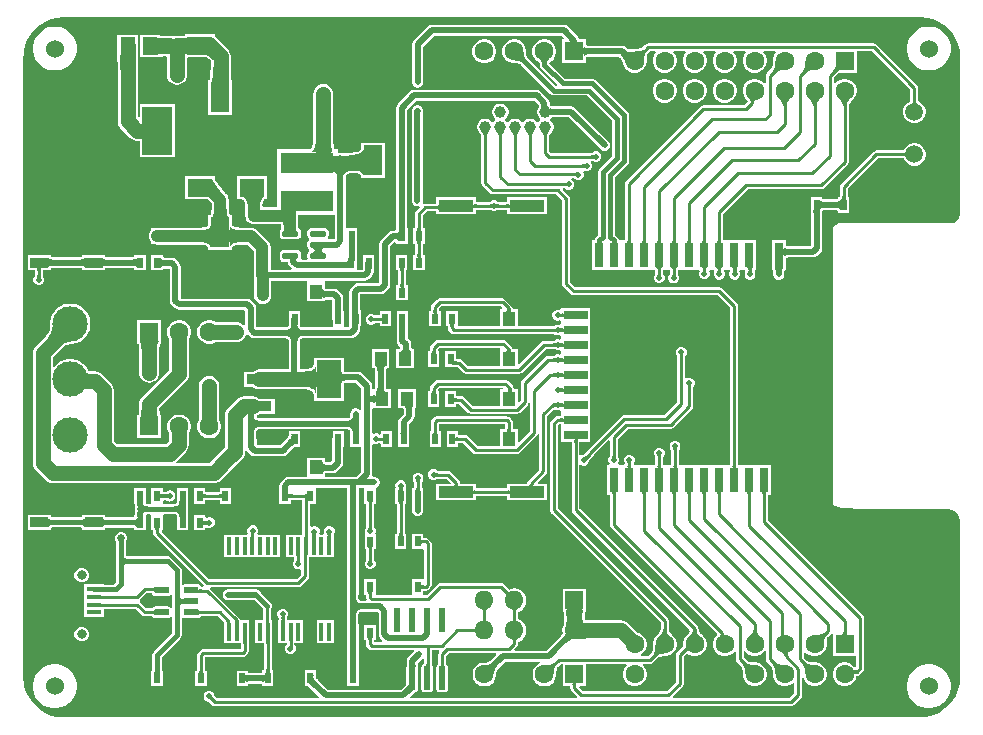
<source format=gbr>
%TF.GenerationSoftware,Altium Limited,Altium Designer,24.9.1 (31)*%
G04 Layer_Physical_Order=1*
G04 Layer_Color=255*
%FSLAX45Y45*%
%MOMM*%
%TF.SameCoordinates,87F55232-172A-40C5-9850-FF0673041AA3*%
%TF.FilePolarity,Positive*%
%TF.FileFunction,Copper,L1,Top,Signal*%
%TF.Part,Single*%
G01*
G75*
%TA.AperFunction,SMDPad,CuDef*%
%ADD10R,1.50000X0.90000*%
%ADD11R,0.80000X2.10000*%
%ADD12R,2.10000X0.80000*%
%TA.AperFunction,ConnectorPad*%
%ADD13R,0.65000X3.30000*%
%ADD14R,0.70000X3.30000*%
%TA.AperFunction,SMDPad,CuDef*%
%ADD15R,0.40000X1.50000*%
%ADD16R,4.50000X1.75000*%
%ADD17R,1.10000X1.20000*%
%ADD18R,0.55000X0.90000*%
%ADD19C,1.50000*%
%ADD20R,3.00000X1.00000*%
G04:AMPARAMS|DCode=21|XSize=1.21mm|YSize=0.59mm|CornerRadius=0.07375mm|HoleSize=0mm|Usage=FLASHONLY|Rotation=0.000|XOffset=0mm|YOffset=0mm|HoleType=Round|Shape=RoundedRectangle|*
%AMROUNDEDRECTD21*
21,1,1.21000,0.44250,0,0,0.0*
21,1,1.06250,0.59000,0,0,0.0*
1,1,0.14750,0.53125,-0.22125*
1,1,0.14750,-0.53125,-0.22125*
1,1,0.14750,-0.53125,0.22125*
1,1,0.14750,0.53125,0.22125*
%
%ADD21ROUNDEDRECTD21*%
%ADD22R,1.30000X0.45000*%
G04:AMPARAMS|DCode=23|XSize=1.97mm|YSize=0.59mm|CornerRadius=0.07375mm|HoleSize=0mm|Usage=FLASHONLY|Rotation=270.000|XOffset=0mm|YOffset=0mm|HoleType=Round|Shape=RoundedRectangle|*
%AMROUNDEDRECTD23*
21,1,1.97000,0.44250,0,0,270.0*
21,1,1.82250,0.59000,0,0,270.0*
1,1,0.14750,-0.22125,-0.91125*
1,1,0.14750,-0.22125,0.91125*
1,1,0.14750,0.22125,0.91125*
1,1,0.14750,0.22125,-0.91125*
%
%ADD23ROUNDEDRECTD23*%
%ADD24R,2.15000X0.90000*%
%ADD25R,2.15000X3.25000*%
%ADD26R,1.60000X2.60000*%
%ADD27R,2.10000X1.55000*%
%ADD28R,1.30000X1.50000*%
G04:AMPARAMS|DCode=29|XSize=1.37mm|YSize=0.59mm|CornerRadius=0.1475mm|HoleSize=0mm|Usage=FLASHONLY|Rotation=0.000|XOffset=0mm|YOffset=0mm|HoleType=Round|Shape=RoundedRectangle|*
%AMROUNDEDRECTD29*
21,1,1.37000,0.29500,0,0,0.0*
21,1,1.07500,0.59000,0,0,0.0*
1,1,0.29500,0.53750,-0.14750*
1,1,0.29500,-0.53750,-0.14750*
1,1,0.29500,-0.53750,0.14750*
1,1,0.29500,0.53750,0.14750*
%
%ADD29ROUNDEDRECTD29*%
%TA.AperFunction,Conductor*%
%ADD30C,0.25400*%
%ADD31C,0.50800*%
%ADD32C,1.27000*%
%ADD33C,0.38100*%
%ADD34C,1.01600*%
%ADD35C,0.43200*%
%TA.AperFunction,ViaPad*%
%ADD36C,1.52400*%
%TA.AperFunction,ComponentPad*%
%ADD37R,1.60000X1.60000*%
%ADD38C,1.60000*%
%ADD39C,1.00000*%
%ADD40O,2.00000X1.45000*%
%ADD41O,1.80000X1.15000*%
%ADD42C,0.80000*%
%ADD43R,4.06400X2.54000*%
%ADD44R,2.54000X4.06400*%
%ADD45R,1.61000X1.60000*%
%ADD46O,1.61000X1.60000*%
%ADD47C,3.00000*%
%TA.AperFunction,ViaPad*%
%ADD48C,1.00000*%
%ADD49C,0.50800*%
%ADD50C,0.63500*%
G36*
X7632481Y5963687D02*
Y5963687D01*
X7644948Y5963124D01*
X7684562Y5960007D01*
X7735361Y5947811D01*
X7783626Y5927819D01*
X7828170Y5900522D01*
X7867895Y5866594D01*
X7893965Y5836070D01*
X7932604Y5773912D01*
X7949112Y5734060D01*
X7961308Y5683261D01*
X7964425Y5643647D01*
X7964988Y5631180D01*
X7964988Y5631180D01*
X7965207Y5618570D01*
Y4302760D01*
X7965310Y4302241D01*
X7963703Y4290030D01*
X7946868Y4251805D01*
X7914804Y4221744D01*
X7908033Y4218940D01*
X6936847Y4218940D01*
X6891020Y4185865D01*
X6891019Y1835634D01*
X6954056Y1806546D01*
X7041333Y1806215D01*
X7042080Y1805989D01*
X7073900Y1802855D01*
Y1802948D01*
X7866487D01*
X7918745Y1784183D01*
X7946868Y1761042D01*
X7959026Y1734608D01*
X7963255Y1705920D01*
X7965207Y1689966D01*
Y368519D01*
X7965507Y367012D01*
X7961527Y316438D01*
X7949331Y265639D01*
X7929339Y217374D01*
X7908006Y182561D01*
X7841832Y113404D01*
X7783451Y75525D01*
X7720411Y52440D01*
X7665652Y38187D01*
X7644869Y36551D01*
X7632700Y36012D01*
D01*
X7630894Y36492D01*
X7619471Y39576D01*
Y39575D01*
X7610868Y36012D01*
X374592D01*
X351386Y36925D01*
X316219Y39692D01*
X269990Y50791D01*
X237996Y63248D01*
X217155Y71880D01*
X191237Y87763D01*
X158712Y113906D01*
X97888Y180749D01*
X62782Y238810D01*
X51669Y265639D01*
X40145Y313641D01*
X39367Y317790D01*
X35493Y367012D01*
X35793Y368519D01*
Y5630830D01*
X36313Y5642887D01*
X39473Y5683042D01*
X51669Y5733841D01*
X66110Y5768704D01*
X78875Y5793878D01*
X98958Y5826650D01*
X132886Y5866375D01*
X172611Y5900303D01*
X217155Y5927600D01*
X265420Y5947592D01*
X316219Y5959788D01*
X367883Y5963854D01*
X368300Y5963468D01*
Y5963468D01*
X370914Y5963988D01*
X7630968D01*
X7632481Y5963687D01*
D02*
G37*
%LPC*%
G36*
X1427905Y5821743D02*
X1427490Y5821661D01*
X1427073Y5821727D01*
X1426756Y5821650D01*
X1407280D01*
Y5811644D01*
X1406039Y5811315D01*
X1398270Y5809956D01*
X1341884Y5806499D01*
X1280067D01*
X1217284Y5807651D01*
X1193097Y5809425D01*
X1191240Y5809678D01*
Y5815400D01*
X1171084D01*
X1170615Y5815493D01*
X1170147Y5815400D01*
X1020600D01*
Y5624760D01*
X1168865D01*
X1168959Y5624734D01*
X1169187Y5624760D01*
X1170147D01*
X1170615Y5624667D01*
X1171084Y5624760D01*
X1191240D01*
Y5631915D01*
X1241740Y5635380D01*
X1251023Y5626712D01*
Y5478893D01*
X1253904Y5457011D01*
X1262349Y5436621D01*
X1275785Y5419112D01*
X1293294Y5405676D01*
X1313685Y5397230D01*
X1335566Y5394349D01*
X1357447Y5397230D01*
X1377838Y5405676D01*
X1395347Y5419112D01*
X1408783Y5436621D01*
X1417229Y5457011D01*
X1420109Y5478893D01*
Y5616794D01*
X1422997Y5620174D01*
X1429118Y5625953D01*
X1429339Y5626010D01*
X1541105D01*
X1546600Y5625287D01*
X1587804D01*
X1590059Y5623863D01*
X1619797Y5598942D01*
Y5522411D01*
X1619383Y5497197D01*
X1617203Y5462712D01*
X1615660Y5449927D01*
X1613869Y5439998D01*
X1612697Y5435720D01*
X1601480D01*
Y5416398D01*
X1601413Y5416131D01*
X1601480Y5415674D01*
Y5415564D01*
X1601387Y5415095D01*
X1601480Y5414627D01*
Y5135080D01*
X1802120D01*
Y5413602D01*
X1802172Y5413801D01*
X1802120Y5414191D01*
Y5414627D01*
X1802213Y5415095D01*
X1802120Y5415564D01*
Y5435720D01*
X1794643D01*
X1788883Y5516073D01*
Y5635435D01*
X1786003Y5657317D01*
X1777557Y5677707D01*
X1764121Y5695216D01*
X1740402Y5718936D01*
X1692650Y5767619D01*
X1663084Y5800008D01*
X1658359Y5805839D01*
X1657920Y5806473D01*
Y5821650D01*
X1639005D01*
X1638892Y5821682D01*
X1638629Y5821650D01*
X1637942D01*
X1637502Y5821742D01*
X1637013Y5821650D01*
X1428373D01*
X1427905Y5821743D01*
D02*
G37*
G36*
X3950207Y5777220D02*
X3923793D01*
X3898278Y5770383D01*
X3875402Y5757176D01*
X3856724Y5738498D01*
X3843517Y5715622D01*
X3836680Y5690107D01*
Y5663693D01*
X3843517Y5638178D01*
X3856724Y5615302D01*
X3875402Y5596624D01*
X3898278Y5583417D01*
X3923793Y5576580D01*
X3950207D01*
X3975722Y5583417D01*
X3998598Y5596624D01*
X4017276Y5615302D01*
X4030483Y5638178D01*
X4037320Y5663693D01*
Y5690107D01*
X4030483Y5715622D01*
X4017276Y5738498D01*
X3998598Y5757176D01*
X3975722Y5770383D01*
X3950207Y5777220D01*
D02*
G37*
G36*
X7718253Y5885320D02*
X7681748D01*
X7645944Y5878198D01*
X7612218Y5864228D01*
X7581865Y5843947D01*
X7556053Y5818135D01*
X7535772Y5787782D01*
X7521802Y5754056D01*
X7514680Y5718252D01*
Y5681748D01*
X7521802Y5645944D01*
X7535772Y5612218D01*
X7556053Y5581865D01*
X7581865Y5556053D01*
X7612218Y5535772D01*
X7645944Y5521802D01*
X7681748Y5514680D01*
X7718253D01*
X7754056Y5521802D01*
X7787782Y5535772D01*
X7818135Y5556053D01*
X7843947Y5581865D01*
X7864228Y5612218D01*
X7878198Y5645944D01*
X7885320Y5681748D01*
Y5718252D01*
X7878198Y5754056D01*
X7864228Y5787782D01*
X7843947Y5818135D01*
X7818135Y5843947D01*
X7787782Y5864228D01*
X7754056Y5878198D01*
X7718253Y5885320D01*
D02*
G37*
G36*
X318252D02*
X281747D01*
X245944Y5878198D01*
X212218Y5864228D01*
X181865Y5843947D01*
X156053Y5818135D01*
X135772Y5787782D01*
X121802Y5754056D01*
X114680Y5718252D01*
Y5681748D01*
X121802Y5645944D01*
X135772Y5612218D01*
X156053Y5581865D01*
X181865Y5556053D01*
X212218Y5535772D01*
X245944Y5521802D01*
X281747Y5514680D01*
X318252D01*
X354056Y5521802D01*
X387782Y5535772D01*
X418135Y5556053D01*
X443947Y5581865D01*
X464228Y5612218D01*
X478198Y5645944D01*
X485320Y5681748D01*
Y5718252D01*
X478198Y5754056D01*
X464228Y5787782D01*
X443947Y5818135D01*
X418135Y5843947D01*
X387782Y5864228D01*
X354056Y5878198D01*
X318252Y5885320D01*
D02*
G37*
G36*
X4612640Y5901316D02*
X3492500D01*
X3474661Y5897767D01*
X3459538Y5887662D01*
X3340158Y5768282D01*
X3330053Y5753159D01*
X3326504Y5735320D01*
Y5415280D01*
X3327400Y5410778D01*
Y5406186D01*
X3329157Y5401944D01*
X3330053Y5397441D01*
X3332603Y5393624D01*
X3334361Y5389382D01*
X3337607Y5386135D01*
X3340158Y5382318D01*
X3343975Y5379767D01*
X3347222Y5376521D01*
X3351464Y5374763D01*
X3355281Y5372213D01*
X3359784Y5371317D01*
X3364026Y5369560D01*
X3368618D01*
X3373120Y5368664D01*
X3377622Y5369560D01*
X3382214D01*
X3386456Y5371317D01*
X3390959Y5372213D01*
X3394776Y5374763D01*
X3399018Y5376521D01*
X3402265Y5379767D01*
X3406082Y5382318D01*
X3408633Y5386135D01*
X3411879Y5389382D01*
X3413637Y5393624D01*
X3416187Y5397441D01*
X3417083Y5401944D01*
X3418840Y5406186D01*
Y5410778D01*
X3419736Y5415280D01*
Y5716011D01*
X3511809Y5808084D01*
X4593332D01*
X4612463Y5788953D01*
X4607603Y5777220D01*
X4598680D01*
Y5576580D01*
X4799320D01*
Y5625862D01*
X4800505Y5626582D01*
X4803395Y5627757D01*
X4807813Y5628939D01*
X4813699Y5629915D01*
X4817915Y5630284D01*
X5082242D01*
X5089284Y5623241D01*
X5090908Y5621266D01*
X5094353Y5616500D01*
X5097482Y5611579D01*
X5103787Y5599558D01*
X5106343Y5593623D01*
X5111421Y5579123D01*
X5113626Y5571275D01*
X5114489Y5569577D01*
X5117517Y5558278D01*
X5130724Y5535402D01*
X5149402Y5516724D01*
X5172278Y5503517D01*
X5197793Y5496680D01*
X5224207D01*
X5249722Y5503517D01*
X5272598Y5516724D01*
X5291276Y5535402D01*
X5304483Y5558278D01*
X5311320Y5583793D01*
Y5595749D01*
X5311714Y5597661D01*
X5311788Y5608771D01*
X5313057Y5628374D01*
X5314147Y5636255D01*
X5315562Y5643351D01*
X5317217Y5649395D01*
X5319040Y5654372D01*
X5320927Y5658268D01*
X5322763Y5661133D01*
X5322870Y5661258D01*
X5337965Y5676353D01*
X5385886D01*
X5390746Y5664620D01*
X5384724Y5658598D01*
X5371517Y5635722D01*
X5364680Y5610207D01*
Y5583793D01*
X5371517Y5558278D01*
X5384724Y5535402D01*
X5403402Y5516724D01*
X5426278Y5503517D01*
X5451793Y5496680D01*
X5478207D01*
X5503722Y5503517D01*
X5526598Y5516724D01*
X5545276Y5535402D01*
X5558483Y5558278D01*
X5565320Y5583793D01*
Y5610207D01*
X5558483Y5635722D01*
X5545276Y5658598D01*
X5539254Y5664620D01*
X5544114Y5676353D01*
X5639886D01*
X5644746Y5664620D01*
X5638724Y5658598D01*
X5625517Y5635722D01*
X5618680Y5610207D01*
Y5583793D01*
X5625517Y5558278D01*
X5638724Y5535402D01*
X5657402Y5516724D01*
X5680278Y5503517D01*
X5705793Y5496680D01*
X5732207D01*
X5757722Y5503517D01*
X5780598Y5516724D01*
X5799276Y5535402D01*
X5812483Y5558278D01*
X5819320Y5583793D01*
Y5610207D01*
X5812483Y5635722D01*
X5799276Y5658598D01*
X5793254Y5664620D01*
X5798114Y5676353D01*
X5893886D01*
X5898746Y5664620D01*
X5892724Y5658598D01*
X5879517Y5635722D01*
X5872680Y5610207D01*
Y5583793D01*
X5879517Y5558278D01*
X5892724Y5535402D01*
X5911402Y5516724D01*
X5934278Y5503517D01*
X5959793Y5496680D01*
X5986207D01*
X6011722Y5503517D01*
X6034598Y5516724D01*
X6053276Y5535402D01*
X6066483Y5558278D01*
X6073320Y5583793D01*
Y5610207D01*
X6066483Y5635722D01*
X6053276Y5658598D01*
X6047254Y5664620D01*
X6052114Y5676353D01*
X6147886D01*
X6152746Y5664620D01*
X6146724Y5658598D01*
X6133517Y5635722D01*
X6126680Y5610207D01*
Y5583793D01*
X6133517Y5558278D01*
X6146724Y5535402D01*
X6165402Y5516724D01*
X6188278Y5503517D01*
X6213793Y5496680D01*
X6240207D01*
X6265722Y5503517D01*
X6288598Y5516724D01*
X6307276Y5535402D01*
X6320483Y5558278D01*
X6327320Y5583793D01*
Y5610207D01*
X6320483Y5635722D01*
X6307276Y5658598D01*
X6301254Y5664620D01*
X6306114Y5676353D01*
X6401886D01*
X6406746Y5664620D01*
X6400724Y5658598D01*
X6387517Y5635722D01*
X6380680Y5610207D01*
Y5598251D01*
X6380286Y5596339D01*
X6380212Y5585229D01*
X6378943Y5565626D01*
X6377853Y5557745D01*
X6376438Y5550649D01*
X6374783Y5544605D01*
X6372960Y5539628D01*
X6371073Y5535732D01*
X6369237Y5532867D01*
X6369130Y5532742D01*
X6331474Y5495086D01*
X6324176Y5484164D01*
X6321613Y5471280D01*
Y5405165D01*
X6308913Y5401762D01*
X6307276Y5404598D01*
X6288598Y5423276D01*
X6265722Y5436483D01*
X6240207Y5443320D01*
X6213793D01*
X6188278Y5436483D01*
X6165402Y5423276D01*
X6146724Y5404598D01*
X6133517Y5381722D01*
X6126680Y5356207D01*
Y5329793D01*
X6133517Y5304278D01*
X6146724Y5281402D01*
X6164490Y5263636D01*
X6165685Y5260561D01*
X6167128Y5249541D01*
X6135395Y5217807D01*
X5791200D01*
X5778316Y5215244D01*
X5767394Y5207946D01*
X5140014Y4580566D01*
X5132716Y4569644D01*
X5130153Y4556760D01*
Y4085801D01*
X5121173Y4076820D01*
X5100320Y4076820D01*
X5090800Y4076820D01*
X5076709D01*
X5073906Y4090912D01*
X5065204Y4103934D01*
X5045211Y4123927D01*
Y4613793D01*
X5151564Y4720146D01*
X5160266Y4733169D01*
X5163321Y4748530D01*
Y5133341D01*
X5160266Y5148702D01*
X5151564Y5161725D01*
X4879046Y5434243D01*
X4866023Y5442944D01*
X4850662Y5446000D01*
X4619271D01*
X4488056Y5577215D01*
X4488556Y5578975D01*
X4489685Y5581830D01*
X4490952Y5584234D01*
X4492348Y5586268D01*
X4493901Y5588034D01*
X4495674Y5589614D01*
X4498726Y5591741D01*
X4499458Y5592502D01*
X4506598Y5596624D01*
X4525276Y5615302D01*
X4538483Y5638178D01*
X4545320Y5663693D01*
Y5690107D01*
X4538483Y5715622D01*
X4525276Y5738498D01*
X4506598Y5757176D01*
X4483722Y5770383D01*
X4458207Y5777220D01*
X4431793D01*
X4406278Y5770383D01*
X4383402Y5757176D01*
X4364724Y5738498D01*
X4351517Y5715622D01*
X4344680Y5690107D01*
Y5663693D01*
X4351517Y5638178D01*
X4364724Y5615302D01*
X4383402Y5596624D01*
X4393263Y5590931D01*
X4394354Y5589874D01*
X4397441Y5587882D01*
X4399190Y5586426D01*
X4400694Y5584818D01*
X4402034Y5582972D01*
X4403252Y5580779D01*
X4404345Y5578144D01*
X4405282Y5574990D01*
X4406014Y5571263D01*
X4406293Y5568723D01*
Y5562068D01*
X4409348Y5546707D01*
X4418050Y5533684D01*
X4554562Y5397172D01*
X4549748Y5384745D01*
X4540907Y5383762D01*
X4304872Y5619796D01*
X4302640Y5622932D01*
X4300255Y5627148D01*
X4298091Y5632006D01*
X4296182Y5637551D01*
X4294567Y5643803D01*
X4293339Y5650470D01*
X4291832Y5667112D01*
X4291712Y5676369D01*
X4291320Y5678216D01*
Y5690107D01*
X4284483Y5715622D01*
X4271276Y5738498D01*
X4252598Y5757176D01*
X4229722Y5770383D01*
X4204207Y5777220D01*
X4177793D01*
X4152278Y5770383D01*
X4129402Y5757176D01*
X4110724Y5738498D01*
X4097517Y5715622D01*
X4090680Y5690107D01*
Y5663693D01*
X4097517Y5638178D01*
X4110724Y5615302D01*
X4129402Y5596624D01*
X4152278Y5583417D01*
X4177793Y5576580D01*
X4189685D01*
X4191532Y5576188D01*
X4201072Y5576064D01*
X4209457Y5575535D01*
X4217133Y5574616D01*
X4224098Y5573333D01*
X4230351Y5571718D01*
X4235893Y5569810D01*
X4240750Y5567646D01*
X4244969Y5565259D01*
X4248104Y5563027D01*
X4497157Y5313974D01*
X4510180Y5305273D01*
X4525542Y5302217D01*
X4807732D01*
X5019539Y5090411D01*
Y4791460D01*
X4913186Y4685107D01*
X4904484Y4672084D01*
X4901429Y4656722D01*
Y4123927D01*
X4881436Y4103934D01*
X4872734Y4090912D01*
X4869931Y4076820D01*
X4849500D01*
Y3826180D01*
X4970139D01*
Y3826180D01*
X4976501D01*
Y3826180D01*
X5090800D01*
X5100320Y3826180D01*
X5109840Y3826180D01*
X5224139D01*
Y3826180D01*
X5230501D01*
Y3826180D01*
X5351139D01*
Y3826180D01*
X5357501D01*
Y3826180D01*
X5384153D01*
Y3790974D01*
X5384107Y3790329D01*
X5383976Y3789400D01*
X5383817Y3788596D01*
X5383784Y3788472D01*
X5381117Y3785805D01*
X5374156Y3769001D01*
Y3750813D01*
X5381117Y3734009D01*
X5393978Y3721148D01*
X5410782Y3714187D01*
X5428971D01*
X5445775Y3721148D01*
X5458636Y3734009D01*
X5465596Y3750813D01*
Y3769001D01*
X5458636Y3785805D01*
X5451700Y3792741D01*
X5451671Y3792856D01*
X5451573Y3793393D01*
X5451487Y3794331D01*
Y3826180D01*
X5478139D01*
Y3826180D01*
X5484501D01*
Y3826180D01*
X5511153D01*
Y3792731D01*
X5500981Y3782558D01*
X5494020Y3765754D01*
Y3747566D01*
X5500981Y3730762D01*
X5513842Y3717901D01*
X5530646Y3710940D01*
X5548834D01*
X5565638Y3717901D01*
X5578499Y3730762D01*
X5585460Y3747566D01*
Y3765754D01*
X5578688Y3782103D01*
X5578658Y3782306D01*
X5578487Y3784814D01*
Y3826180D01*
X5605139D01*
Y3826180D01*
X5611501D01*
Y3826180D01*
X5732139D01*
Y3826180D01*
X5738501D01*
Y3826180D01*
X5753240D01*
X5754742Y3824886D01*
X5760679Y3813480D01*
X5755640Y3801314D01*
Y3783126D01*
X5762601Y3766322D01*
X5775462Y3753461D01*
X5792266Y3746500D01*
X5810454D01*
X5827258Y3753461D01*
X5840119Y3766322D01*
X5847080Y3783126D01*
Y3801314D01*
X5842297Y3812861D01*
X5848152Y3823962D01*
X5859140Y3826180D01*
X5865500D01*
Y3826180D01*
X5879702D01*
X5882965Y3821478D01*
X5886191Y3813480D01*
X5880100Y3798774D01*
Y3780586D01*
X5887061Y3763782D01*
X5899922Y3750921D01*
X5916726Y3743960D01*
X5934914D01*
X5951718Y3750921D01*
X5964579Y3763782D01*
X5971540Y3780586D01*
Y3798774D01*
X5965449Y3813480D01*
X5968675Y3821478D01*
X5971938Y3826180D01*
X5989320Y3826180D01*
X6011782Y3826180D01*
X6015045Y3821478D01*
X6018271Y3813480D01*
X6012180Y3798774D01*
Y3780586D01*
X6019141Y3763782D01*
X6032002Y3750921D01*
X6048806Y3743960D01*
X6066994D01*
X6083798Y3750921D01*
X6096659Y3763782D01*
X6103620Y3780586D01*
Y3798774D01*
X6097529Y3813480D01*
X6100755Y3821478D01*
X6104018Y3826180D01*
X6116320Y3826180D01*
X6125840Y3826180D01*
X6141322D01*
X6144585Y3821478D01*
X6147811Y3813480D01*
X6141720Y3798774D01*
Y3780586D01*
X6148681Y3763782D01*
X6161542Y3750921D01*
X6178346Y3743960D01*
X6196534D01*
X6213338Y3750921D01*
X6226199Y3763782D01*
X6233160Y3780586D01*
Y3798774D01*
X6227069Y3813480D01*
X6230295Y3821478D01*
X6233558Y3826180D01*
X6240140D01*
Y4076820D01*
X6125840D01*
X6116320Y4076820D01*
X6106800Y4076820D01*
X5998840D01*
X5989320Y4076820D01*
X5979800Y4076820D01*
X5959487D01*
Y4298975D01*
X6170905Y4510393D01*
X6791960D01*
X6804844Y4512956D01*
X6815766Y4520254D01*
X7012806Y4717294D01*
X7020104Y4728216D01*
X7022667Y4741100D01*
Y5218457D01*
X7022680Y5218623D01*
X7023407Y5221947D01*
X7024828Y5226038D01*
X7027056Y5230841D01*
X7030161Y5236288D01*
X7034178Y5242306D01*
X7038981Y5248650D01*
X7051946Y5263410D01*
X7059748Y5271317D01*
X7060822Y5272948D01*
X7069276Y5281402D01*
X7082483Y5304278D01*
X7089320Y5329793D01*
Y5356207D01*
X7082483Y5381722D01*
X7069276Y5404598D01*
X7050598Y5423276D01*
X7027722Y5436483D01*
X7002207Y5443320D01*
X6975793D01*
X6950278Y5436483D01*
X6927402Y5423276D01*
X6908724Y5404598D01*
X6907087Y5401762D01*
X6894387Y5405165D01*
Y5454775D01*
X6928613Y5489001D01*
X6932901Y5492983D01*
X6936255Y5495666D01*
X6937714Y5496680D01*
X6944757D01*
X6945226Y5496587D01*
X6945695Y5496680D01*
X7089320D01*
Y5676353D01*
X7222415D01*
X7545693Y5353075D01*
Y5258066D01*
X7545585Y5256861D01*
X7545222Y5254661D01*
X7544862Y5253259D01*
X7542568Y5252644D01*
X7520832Y5240095D01*
X7503085Y5222348D01*
X7490536Y5200612D01*
X7484040Y5176369D01*
Y5151271D01*
X7490536Y5127028D01*
X7503085Y5105292D01*
X7520832Y5087545D01*
X7542568Y5074996D01*
X7566811Y5068500D01*
X7591909D01*
X7616152Y5074996D01*
X7637888Y5087545D01*
X7655635Y5105292D01*
X7668184Y5127028D01*
X7674680Y5151271D01*
Y5176369D01*
X7668184Y5200612D01*
X7655635Y5222348D01*
X7637888Y5240095D01*
X7616152Y5252644D01*
X7613858Y5253259D01*
X7613498Y5254661D01*
X7613135Y5256863D01*
X7613027Y5258066D01*
Y5367019D01*
X7613027Y5367020D01*
X7610464Y5379904D01*
X7603166Y5390826D01*
X7260166Y5733826D01*
X7249244Y5741124D01*
X7236360Y5743687D01*
X5324020D01*
X5311136Y5741124D01*
X5300214Y5733826D01*
X5275258Y5708870D01*
X5275133Y5708763D01*
X5272268Y5706927D01*
X5268372Y5705040D01*
X5263395Y5703217D01*
X5257351Y5701562D01*
X5250254Y5700147D01*
X5242377Y5699057D01*
X5222771Y5697788D01*
X5211661Y5697714D01*
X5209749Y5697320D01*
X5197793D01*
X5186290Y5694238D01*
X5184597Y5694180D01*
X5178008Y5692632D01*
X5172705Y5691902D01*
X5167799Y5691733D01*
X5163234Y5692075D01*
X5158927Y5692901D01*
X5154782Y5694213D01*
X5150716Y5696042D01*
X5146651Y5698452D01*
X5143780Y5700595D01*
X5134512Y5709862D01*
X5119390Y5719967D01*
X5101550Y5723516D01*
X4817914D01*
X4813699Y5723885D01*
X4807813Y5724861D01*
X4803395Y5726043D01*
X4800506Y5727218D01*
X4799320Y5727938D01*
Y5777220D01*
X4744650D01*
X4743067Y5785179D01*
X4732962Y5800302D01*
X4645602Y5887662D01*
X4630479Y5897767D01*
X4627520Y5898356D01*
X4612640Y5901316D01*
D02*
G37*
G36*
X5986207Y5443320D02*
X5959793D01*
X5934278Y5436483D01*
X5911402Y5423276D01*
X5892724Y5404598D01*
X5879517Y5381722D01*
X5872680Y5356207D01*
Y5329793D01*
X5879517Y5304278D01*
X5892724Y5281402D01*
X5911402Y5262724D01*
X5934278Y5249517D01*
X5959793Y5242680D01*
X5986207D01*
X6011722Y5249517D01*
X6034598Y5262724D01*
X6053276Y5281402D01*
X6066483Y5304278D01*
X6073320Y5329793D01*
Y5356207D01*
X6066483Y5381722D01*
X6053276Y5404598D01*
X6034598Y5423276D01*
X6011722Y5436483D01*
X5986207Y5443320D01*
D02*
G37*
G36*
X5732207D02*
X5705793D01*
X5680278Y5436483D01*
X5657402Y5423276D01*
X5638724Y5404598D01*
X5625517Y5381722D01*
X5618680Y5356207D01*
Y5329793D01*
X5625517Y5304278D01*
X5638724Y5281402D01*
X5657402Y5262724D01*
X5680278Y5249517D01*
X5705793Y5242680D01*
X5732207D01*
X5757722Y5249517D01*
X5780598Y5262724D01*
X5799276Y5281402D01*
X5812483Y5304278D01*
X5819320Y5329793D01*
Y5356207D01*
X5812483Y5381722D01*
X5799276Y5404598D01*
X5780598Y5423276D01*
X5757722Y5436483D01*
X5732207Y5443320D01*
D02*
G37*
G36*
X5478207D02*
X5451793D01*
X5426278Y5436483D01*
X5403402Y5423276D01*
X5384724Y5404598D01*
X5371517Y5381722D01*
X5364680Y5356207D01*
Y5329793D01*
X5371517Y5304278D01*
X5384724Y5281402D01*
X5403402Y5262724D01*
X5426278Y5249517D01*
X5451793Y5242680D01*
X5478207D01*
X5503722Y5249517D01*
X5526598Y5262724D01*
X5545276Y5281402D01*
X5558483Y5304278D01*
X5565320Y5329793D01*
Y5356207D01*
X5558483Y5381722D01*
X5545276Y5404598D01*
X5526598Y5423276D01*
X5503722Y5436483D01*
X5478207Y5443320D01*
D02*
G37*
G36*
X2575560Y5398223D02*
X2553679Y5395343D01*
X2533288Y5386897D01*
X2515779Y5373461D01*
X2502343Y5355952D01*
X2493897Y5335561D01*
X2491017Y5313680D01*
Y4936583D01*
X2490731Y4925703D01*
X2488952Y4905507D01*
X2486074Y4888205D01*
X2482228Y4873891D01*
X2477631Y4862628D01*
X2472589Y4854356D01*
X2469852Y4851400D01*
X2179320D01*
Y4356714D01*
X2069274D01*
X2058789Y4369414D01*
X2059312Y4376903D01*
X2061133Y4390702D01*
X2063554Y4402063D01*
X2066405Y4410866D01*
X2069378Y4417012D01*
X2072018Y4420602D01*
X2073926Y4422209D01*
X2075355Y4422847D01*
X2079367Y4423380D01*
X2097920D01*
Y4443507D01*
X2098013Y4443972D01*
X2097920Y4444445D01*
Y4619020D01*
X1847280D01*
Y4423380D01*
X1885551D01*
X1889697Y4422936D01*
X1893591Y4421552D01*
X1897035Y4419246D01*
X1900577Y4415418D01*
X1904223Y4409432D01*
X1907679Y4400960D01*
X1910636Y4389949D01*
X1912880Y4376453D01*
X1914278Y4360570D01*
X1914546Y4350345D01*
Y4284980D01*
X1916991Y4266414D01*
X1924157Y4249113D01*
X1935557Y4234257D01*
X1950413Y4222857D01*
X1967714Y4215691D01*
X1986280Y4213246D01*
X2216677D01*
X2216806Y4195379D01*
Y4173395D01*
X2209215Y4162034D01*
X2206493Y4148350D01*
Y4118850D01*
X2209215Y4105167D01*
X2216966Y4093566D01*
X2228566Y4085815D01*
X2242250Y4083093D01*
X2349750D01*
X2363434Y4085815D01*
X2375034Y4093566D01*
X2382785Y4105167D01*
X2385507Y4118850D01*
Y4148350D01*
X2382785Y4162034D01*
X2375034Y4173634D01*
X2363434Y4181385D01*
X2360274Y4182014D01*
Y4284038D01*
X2360324Y4287520D01*
X2671184D01*
Y4087667D01*
X2668733Y4085216D01*
X2617656D01*
X2614240Y4090254D01*
X2612002Y4098008D01*
X2616785Y4105167D01*
X2619507Y4118850D01*
Y4148350D01*
X2616785Y4162034D01*
X2609034Y4173634D01*
X2597434Y4181385D01*
X2583750Y4184107D01*
X2476250D01*
X2462566Y4181385D01*
X2450966Y4173634D01*
X2443215Y4162034D01*
X2440493Y4148350D01*
Y4118850D01*
X2443215Y4105167D01*
X2450808Y4093803D01*
X2452636Y4090718D01*
Y4081482D01*
X2450808Y4078397D01*
X2443215Y4067034D01*
X2440493Y4053350D01*
Y4023850D01*
X2443215Y4010166D01*
X2450808Y3998803D01*
X2452636Y3995718D01*
Y3986482D01*
X2450808Y3983397D01*
X2443215Y3972033D01*
X2440493Y3958350D01*
Y3928850D01*
X2441725Y3922656D01*
X2432585Y3909956D01*
X2393415D01*
X2384275Y3922656D01*
X2385507Y3928850D01*
Y3958350D01*
X2382785Y3972033D01*
X2375034Y3983634D01*
X2363434Y3991385D01*
X2349750Y3994107D01*
X2242250D01*
X2228566Y3991385D01*
X2216966Y3983634D01*
X2209215Y3972033D01*
X2206493Y3958350D01*
Y3928850D01*
X2209215Y3915166D01*
X2216966Y3903566D01*
X2228566Y3895815D01*
X2242250Y3893093D01*
X2272405D01*
X2275953Y3875259D01*
X2286058Y3860136D01*
X2307358Y3838836D01*
X2302098Y3826136D01*
X2129134D01*
Y4018280D01*
X2126689Y4036846D01*
X2119523Y4054147D01*
X2108123Y4069003D01*
X2014143Y4162983D01*
X1999287Y4174383D01*
X1981986Y4181549D01*
X1963420Y4183994D01*
X1875175D01*
X1864973Y4184262D01*
X1849137Y4185659D01*
X1835685Y4187901D01*
X1824713Y4190855D01*
X1816280Y4194306D01*
X1810326Y4197944D01*
X1806524Y4201474D01*
X1804234Y4204910D01*
X1802860Y4208803D01*
X1802120Y4215834D01*
Y4271627D01*
X1802213Y4272095D01*
X1802120Y4272564D01*
Y4292720D01*
X1784197D01*
X1784008Y4292942D01*
X1782056Y4296638D01*
X1779754Y4303260D01*
X1777582Y4312593D01*
X1775807Y4324185D01*
X1773596Y4355283D01*
X1773534Y4359451D01*
Y4421405D01*
X1771089Y4439971D01*
X1763923Y4457272D01*
X1752524Y4472128D01*
X1745744Y4478908D01*
X1716951Y4508996D01*
X1689630Y4541055D01*
X1679307Y4554797D01*
X1670990Y4567227D01*
X1664812Y4578049D01*
X1660747Y4587050D01*
X1658667Y4593898D01*
X1657920Y4600393D01*
Y4619020D01*
X1407280D01*
Y4423380D01*
X1590048D01*
X1590440Y4423151D01*
X1602722Y4414409D01*
X1630066Y4390941D01*
Y4367195D01*
X1629157Y4338427D01*
X1627830Y4324427D01*
X1626018Y4312593D01*
X1623846Y4303260D01*
X1621544Y4296638D01*
X1619592Y4292942D01*
X1619403Y4292720D01*
X1601480D01*
Y4272564D01*
X1601387Y4272095D01*
X1601480Y4271627D01*
Y4212519D01*
X1601036Y4208371D01*
X1599653Y4204478D01*
X1597347Y4201035D01*
X1593519Y4197493D01*
X1587534Y4193847D01*
X1579061Y4190391D01*
X1568050Y4187434D01*
X1554554Y4185190D01*
X1538671Y4183792D01*
X1528445Y4183524D01*
X1167240D01*
X1148674Y4181079D01*
X1139091Y4177110D01*
X1119420D01*
Y4164741D01*
X1116517Y4162513D01*
X1105117Y4147657D01*
X1097951Y4130356D01*
X1095506Y4111790D01*
X1097951Y4093224D01*
X1105117Y4075923D01*
X1116517Y4061067D01*
X1119420Y4058839D01*
Y4046470D01*
X1139091D01*
X1148674Y4042500D01*
X1167240Y4040056D01*
X1528872D01*
X1538679Y4039811D01*
X1554594Y4038476D01*
X1568121Y4036333D01*
X1579185Y4033502D01*
X1587693Y4030194D01*
X1593674Y4026720D01*
X1597410Y4023423D01*
X1599548Y4020374D01*
X1600778Y4017061D01*
X1601480Y4010720D01*
Y3992080D01*
X1621608D01*
X1622073Y3991987D01*
X1622546Y3992080D01*
X1781026D01*
X1781495Y3991987D01*
X1781964Y3992080D01*
X1802120D01*
Y4010722D01*
X1802830Y4017193D01*
X1804088Y4020616D01*
X1806255Y4023736D01*
X1810003Y4027075D01*
X1815977Y4030579D01*
X1824472Y4033915D01*
X1835517Y4036769D01*
X1849032Y4038930D01*
X1864927Y4040277D01*
X1874816Y4040526D01*
X1933707D01*
X1985666Y3988567D01*
Y3785735D01*
X1988111Y3767169D01*
X1989341Y3764198D01*
Y3610254D01*
X1991785Y3591688D01*
X1998952Y3574387D01*
X2010352Y3559531D01*
X2025208Y3548131D01*
X2042509Y3540964D01*
X2061075Y3538520D01*
X2079641Y3540964D01*
X2096942Y3548131D01*
X2111798Y3559531D01*
X2123198Y3574387D01*
X2130364Y3591688D01*
X2132809Y3610254D01*
Y3732904D01*
X2437401D01*
X2437680Y3720320D01*
X2437680Y3720204D01*
Y3559680D01*
X2567288D01*
X2567765Y3559587D01*
X2568226Y3559680D01*
X2588320D01*
Y3571189D01*
X2589731Y3571502D01*
X2594791Y3572242D01*
X2604249Y3572884D01*
X2648413D01*
X2650864Y3570433D01*
Y3412340D01*
X2654413Y3394501D01*
X2654740Y3394011D01*
Y3351156D01*
X2654740Y3347020D01*
X2645587Y3338456D01*
X2397326D01*
X2391920Y3339410D01*
X2388673Y3340492D01*
X2379265Y3348440D01*
Y3368596D01*
X2379358Y3369065D01*
X2379265Y3369534D01*
Y3479080D01*
X2283625D01*
Y3420476D01*
X2282289Y3413760D01*
Y3360261D01*
X2281335Y3354855D01*
X2279844Y3350380D01*
X2278080Y3347105D01*
X2276082Y3344663D01*
X2273641Y3342665D01*
X2270365Y3340901D01*
X2265890Y3339410D01*
X2260484Y3338456D01*
X2015246D01*
X2008690Y3348440D01*
Y3368596D01*
X2008783Y3369065D01*
X2008690Y3369534D01*
Y3457986D01*
X2008783Y3458455D01*
X2008706Y3458845D01*
X2008768Y3459238D01*
X2008690Y3461313D01*
Y3479080D01*
X2008018D01*
X2007486Y3493157D01*
Y3505922D01*
X2003937Y3523761D01*
X1993832Y3538884D01*
X1964074Y3568642D01*
X1948951Y3578747D01*
X1931112Y3582296D01*
X1369867D01*
X1367416Y3584747D01*
Y3853902D01*
X1363867Y3871741D01*
X1353762Y3886864D01*
X1324004Y3916622D01*
X1308881Y3926727D01*
X1291042Y3930276D01*
X1232880D01*
X1229262Y3930557D01*
X1223237Y3931444D01*
X1218656Y3932533D01*
X1215619Y3933630D01*
X1215060Y3933932D01*
Y3952110D01*
X1194904D01*
X1194435Y3952203D01*
X1193966Y3952110D01*
X1119420D01*
Y3821470D01*
X1193966D01*
X1194435Y3821377D01*
X1194904Y3821470D01*
X1215060D01*
Y3834873D01*
X1217091Y3835402D01*
X1221902Y3836227D01*
X1232182Y3837044D01*
X1271733D01*
X1274184Y3834593D01*
Y3565438D01*
X1277733Y3547599D01*
X1287838Y3532476D01*
X1317596Y3502718D01*
X1332719Y3492613D01*
X1350558Y3489064D01*
X1906494D01*
X1913050Y3479080D01*
Y3458924D01*
X1912957Y3458455D01*
X1913050Y3457986D01*
Y3369534D01*
X1912957Y3369065D01*
X1913035Y3368675D01*
X1912972Y3368282D01*
X1913050Y3366207D01*
Y3361455D01*
X1900350Y3357144D01*
X1898741Y3359241D01*
X1898201Y3359781D01*
X1880692Y3373217D01*
X1872246Y3376715D01*
X1860302Y3381663D01*
X1838420Y3384543D01*
X1662026D01*
X1646542Y3393483D01*
X1621027Y3400320D01*
X1594613D01*
X1569098Y3393483D01*
X1546222Y3380276D01*
X1527544Y3361598D01*
X1514337Y3338722D01*
X1507500Y3313207D01*
Y3286793D01*
X1514337Y3261278D01*
X1527544Y3238402D01*
X1546222Y3219724D01*
X1569098Y3206517D01*
X1594613Y3199680D01*
X1621027D01*
X1646542Y3206517D01*
X1662026Y3215457D01*
X1834858D01*
X1838960Y3214917D01*
X1860842Y3217797D01*
X1881232Y3226243D01*
X1898741Y3239679D01*
X1912177Y3257188D01*
X1920623Y3277578D01*
X1920667Y3277916D01*
X1934076Y3282468D01*
X1957666Y3258878D01*
X1972789Y3248773D01*
X1990628Y3245224D01*
X2260484D01*
X2265890Y3244270D01*
X2270365Y3242779D01*
X2273640Y3241015D01*
X2276082Y3239017D01*
X2278080Y3236576D01*
X2279844Y3233300D01*
X2281335Y3228825D01*
X2282289Y3223419D01*
Y2984543D01*
X2033640D01*
X2011759Y2981663D01*
X1991368Y2973217D01*
X1981077Y2965320D01*
X1905820D01*
Y2834680D01*
X1981077D01*
X1991368Y2826783D01*
X2011759Y2818338D01*
X2033640Y2815457D01*
X2397566D01*
X2408451Y2815171D01*
X2428665Y2813392D01*
X2445973Y2810514D01*
X2460293Y2806668D01*
X2471557Y2802071D01*
X2479824Y2797030D01*
X2485423Y2791845D01*
X2488991Y2786504D01*
X2491130Y2780461D01*
X2491820Y2773914D01*
Y2717180D01*
X2747460D01*
Y2863147D01*
X2747638Y2864842D01*
X2748920Y2865624D01*
X2751765Y2866789D01*
X2756133Y2867965D01*
X2761965Y2868937D01*
X2766134Y2869304D01*
X2848351D01*
X2897244Y2820411D01*
Y2735580D01*
Y2646590D01*
X2895280Y2645167D01*
X2882842Y2641542D01*
X2879025Y2644093D01*
X2875778Y2647339D01*
X2871536Y2649097D01*
X2867719Y2651647D01*
X2863216Y2652543D01*
X2858974Y2654300D01*
X2854382D01*
X2849880Y2655196D01*
X2845378Y2654300D01*
X2840786D01*
X2836544Y2652543D01*
X2832041Y2651647D01*
X2828224Y2649097D01*
X2823982Y2647339D01*
X2820735Y2644093D01*
X2816918Y2641542D01*
X2814367Y2637725D01*
X2811121Y2634478D01*
X2809363Y2630236D01*
X2806813Y2626419D01*
X2805917Y2621916D01*
X2804160Y2617674D01*
Y2613082D01*
X2803264Y2608580D01*
Y2591731D01*
X2802310Y2586325D01*
X2800819Y2581850D01*
X2799055Y2578575D01*
X2797057Y2576133D01*
X2794616Y2574135D01*
X2791340Y2572371D01*
X2786865Y2570880D01*
X2781459Y2569926D01*
X2029321D01*
X2023915Y2570880D01*
X2019440Y2572371D01*
X2016165Y2574135D01*
X2013723Y2576133D01*
X2011725Y2578574D01*
X2011006Y2579909D01*
X2013632Y2593997D01*
X2022772Y2597783D01*
X2033063Y2605680D01*
X2161460D01*
Y2736320D01*
X2033063D01*
X2022772Y2744217D01*
X2002382Y2752663D01*
X1980500Y2755543D01*
X1900655D01*
X1878774Y2752663D01*
X1858383Y2744217D01*
X1840874Y2730781D01*
X1766479Y2656386D01*
X1753043Y2638877D01*
X1749545Y2630431D01*
X1744597Y2618487D01*
X1741717Y2596605D01*
Y2318479D01*
X1711869Y2288631D01*
X1610901Y2187663D01*
X1330453D01*
X1326142Y2200363D01*
X1336666Y2208439D01*
X1411061Y2282834D01*
X1424497Y2300343D01*
X1432943Y2320734D01*
X1435823Y2342615D01*
Y2441394D01*
X1447303Y2461278D01*
X1454140Y2486793D01*
Y2513207D01*
X1447303Y2538722D01*
X1434096Y2561598D01*
X1415418Y2580276D01*
X1392542Y2593483D01*
X1367027Y2600320D01*
X1340613D01*
X1315098Y2593483D01*
X1292222Y2580276D01*
X1273544Y2561598D01*
X1260337Y2538722D01*
X1253500Y2513207D01*
Y2486793D01*
X1260337Y2461278D01*
X1266737Y2450193D01*
Y2377634D01*
X1241866Y2352763D01*
X825694D01*
X800823Y2377634D01*
Y2808151D01*
X797943Y2830032D01*
X789497Y2850422D01*
X776061Y2867932D01*
X701666Y2942327D01*
X684157Y2955762D01*
X675711Y2959261D01*
X663767Y2964208D01*
X641885Y2967089D01*
X622795D01*
X608685Y2967578D01*
X593300Y2968966D01*
X588313Y2969766D01*
X587140Y2970044D01*
X582736Y2980677D01*
X564096Y3008573D01*
X540373Y3032296D01*
X512477Y3050936D01*
X481481Y3063775D01*
X448575Y3070320D01*
X415025D01*
X382119Y3063775D01*
X351123Y3050936D01*
X323227Y3032296D01*
X299504Y3008573D01*
X294677Y3001349D01*
X282523Y3005035D01*
Y3087262D01*
X351278Y3156016D01*
X352391Y3157074D01*
X362582Y3165765D01*
X372706Y3173417D01*
X382738Y3180034D01*
X392678Y3185644D01*
X402527Y3190273D01*
X412289Y3193948D01*
X421984Y3196699D01*
X431635Y3198552D01*
X442210Y3199618D01*
X442412Y3199680D01*
X448575D01*
X481481Y3206225D01*
X512477Y3219064D01*
X540373Y3237704D01*
X564096Y3261427D01*
X582736Y3289323D01*
X595575Y3320319D01*
X602120Y3353225D01*
Y3386775D01*
X595575Y3419681D01*
X582736Y3450677D01*
X564096Y3478573D01*
X540373Y3502296D01*
X512477Y3520936D01*
X481481Y3533775D01*
X448575Y3540320D01*
X415025D01*
X382119Y3533775D01*
X351123Y3520936D01*
X323227Y3502296D01*
X299504Y3478573D01*
X280864Y3450677D01*
X268025Y3419681D01*
X261480Y3386775D01*
Y3353225D01*
X261657Y3352333D01*
X261770Y3347684D01*
X261022Y3338303D01*
X259289Y3328903D01*
X256542Y3319431D01*
X252740Y3309847D01*
X247838Y3300122D01*
X241794Y3290257D01*
X234573Y3280256D01*
X226148Y3270135D01*
X224048Y3267910D01*
X138199Y3182062D01*
X124763Y3164552D01*
X121265Y3156106D01*
X116317Y3144162D01*
X113437Y3122281D01*
Y2189620D01*
X116317Y2167738D01*
X121265Y2155794D01*
X124763Y2147348D01*
X138199Y2129839D01*
X224699Y2043339D01*
X242208Y2029903D01*
X262599Y2021457D01*
X284480Y2018577D01*
X1645920D01*
X1667802Y2021457D01*
X1679746Y2026405D01*
X1688192Y2029903D01*
X1705701Y2043339D01*
X1831431Y2169069D01*
X1886041Y2223679D01*
X1899477Y2241188D01*
X1907923Y2261579D01*
X1910803Y2283460D01*
Y2296343D01*
X1923503Y2300195D01*
X1930038Y2290416D01*
X1959796Y2260658D01*
X1974919Y2250553D01*
X1992758Y2247004D01*
X2229845D01*
X2247684Y2250553D01*
X2262807Y2260658D01*
X2311685Y2309536D01*
X2321867Y2319038D01*
X2330182Y2325766D01*
X2336045Y2329900D01*
X2356946D01*
X2357086Y2329861D01*
X2357397Y2329900D01*
X2379265D01*
Y2460540D01*
X2304903D01*
X2304724Y2460580D01*
X2304497Y2460540D01*
X2283625D01*
Y2440735D01*
X2283537Y2440342D01*
X2283625Y2439841D01*
Y2424311D01*
X2283292Y2423453D01*
X2279752Y2416856D01*
X2274728Y2409212D01*
X2249578Y2379277D01*
X2210536Y2340236D01*
X2012067D01*
X2009616Y2342687D01*
Y2393120D01*
X2008720Y2397624D01*
Y2439446D01*
X2008813Y2439915D01*
X2008740Y2440280D01*
X2008800Y2440647D01*
X2008720Y2442918D01*
Y2460540D01*
X2014275Y2470939D01*
X2016164Y2472485D01*
X2019440Y2474249D01*
X2023915Y2475740D01*
X2029321Y2476694D01*
X2781459D01*
X2786865Y2475740D01*
X2791340Y2474249D01*
X2794615Y2472485D01*
X2796281Y2471122D01*
X2799739Y2459119D01*
X2799740Y2459120D01*
X2799740Y2459119D01*
Y2438964D01*
X2799647Y2438495D01*
X2799740Y2438026D01*
Y2328480D01*
X2895379Y2328480D01*
X2897244Y2316552D01*
Y2117349D01*
X2853431Y2073536D01*
X2599861D01*
X2588240Y2076140D01*
X2588240Y2100342D01*
X2589425Y2101062D01*
X2592315Y2102237D01*
X2596733Y2103419D01*
X2602619Y2104395D01*
X2606835Y2104764D01*
X2654300D01*
X2672139Y2108313D01*
X2687262Y2118418D01*
X2730442Y2161598D01*
X2740547Y2176721D01*
X2744095Y2194560D01*
Y2316995D01*
X2744614Y2328480D01*
X2750380D01*
Y2348255D01*
X2750468Y2348653D01*
X2750428Y2348879D01*
X2750473Y2349105D01*
X2750380Y2349573D01*
Y2459120D01*
X2654740D01*
Y2412129D01*
X2654413Y2411639D01*
X2650864Y2393800D01*
Y2213869D01*
X2634991Y2197996D01*
X2606835D01*
X2602619Y2198365D01*
X2596733Y2199341D01*
X2592315Y2200523D01*
X2589426Y2201698D01*
X2588240Y2202418D01*
Y2236780D01*
X2437600D01*
X2437600Y2076140D01*
X2425979Y2073536D01*
X2279038D01*
X2261199Y2069987D01*
X2246076Y2059882D01*
X2216318Y2030124D01*
X2206213Y2015001D01*
X2202664Y1997162D01*
Y1977940D01*
X2201460D01*
Y1957784D01*
X2201367Y1957315D01*
X2201460Y1956846D01*
Y1955973D01*
X2201429Y1955712D01*
X2201460Y1955601D01*
Y1847300D01*
X2297100D01*
Y1878077D01*
X2310329Y1878953D01*
X2397113D01*
Y1582820D01*
X2257180D01*
Y1392180D01*
X2328683D01*
Y1368793D01*
X2328653Y1368516D01*
X2328494Y1367545D01*
X2328354Y1366939D01*
X2328348Y1366919D01*
X2328292Y1366790D01*
X2323441Y1361938D01*
X2316480Y1345134D01*
Y1326946D01*
X2323441Y1310142D01*
X2336302Y1297281D01*
X2353106Y1290320D01*
X2371294D01*
X2376393Y1292432D01*
X2386953Y1285376D01*
Y1245484D01*
X2348616Y1207147D01*
X1606526D01*
X1204903Y1608770D01*
X1210163Y1621470D01*
X1215060D01*
Y1745419D01*
X1215060Y1752110D01*
X1225271Y1758119D01*
X1319991D01*
X1323944Y1757299D01*
X1326944Y1756123D01*
X1329114Y1754749D01*
X1330881Y1753048D01*
X1332543Y1750660D01*
X1334133Y1747188D01*
X1335100Y1743776D01*
Y1731954D01*
X1335007Y1731485D01*
X1335100Y1731016D01*
Y1621470D01*
X1430740D01*
Y1731016D01*
X1430833Y1731485D01*
X1430760Y1731850D01*
X1430820Y1732216D01*
X1430740Y1734488D01*
Y1752110D01*
X1430117D01*
X1429536Y1768568D01*
Y1847300D01*
X1430740D01*
Y1867456D01*
X1430833Y1867925D01*
X1430740Y1868394D01*
Y1977940D01*
X1335100D01*
Y1868394D01*
X1335007Y1867925D01*
X1335080Y1867560D01*
X1335020Y1867193D01*
X1335100Y1864922D01*
Y1857944D01*
X1334133Y1854532D01*
X1332543Y1851059D01*
X1330882Y1848672D01*
X1329114Y1846971D01*
X1326945Y1845598D01*
X1323944Y1844421D01*
X1319991Y1843601D01*
X1226228D01*
X1215060Y1847300D01*
X1215060Y1865223D01*
X1227760Y1877129D01*
X1232739Y1876959D01*
X1242379Y1876032D01*
X1245089Y1875586D01*
X1245313Y1875531D01*
X1248418Y1872427D01*
X1252659Y1870670D01*
X1256477Y1868119D01*
X1260980Y1867224D01*
X1265222Y1865466D01*
X1269814D01*
X1274316Y1864571D01*
X1278818Y1865466D01*
X1283410D01*
X1287652Y1867224D01*
X1292155Y1868119D01*
X1295973Y1870670D01*
X1300214Y1872427D01*
X1303460Y1875673D01*
X1307278Y1878224D01*
X1309829Y1882042D01*
X1313075Y1885288D01*
X1314832Y1889529D01*
X1317383Y1893347D01*
X1318279Y1897850D01*
X1320036Y1902092D01*
Y1906685D01*
X1320931Y1911186D01*
X1320036Y1915688D01*
Y1920281D01*
X1318279Y1924523D01*
X1317383Y1929026D01*
X1314832Y1932843D01*
X1313075Y1937085D01*
X1309829Y1940331D01*
X1307278Y1944149D01*
X1305844Y1945582D01*
X1302028Y1948133D01*
X1300214Y1949946D01*
X1297846Y1950927D01*
X1290722Y1955687D01*
X1272882Y1959235D01*
X1255043Y1955687D01*
X1241641Y1946732D01*
X1224332Y1945586D01*
X1215060Y1954265D01*
Y1977940D01*
X1119420D01*
X1119420Y1847300D01*
X1108252Y1843601D01*
X1080696D01*
X1076591Y1844326D01*
X1073256Y1845438D01*
X1070969Y1846669D01*
X1070060Y1847413D01*
Y1867337D01*
X1070153Y1867787D01*
X1070139Y1867856D01*
X1070153Y1867925D01*
X1070060Y1868394D01*
Y1977940D01*
X974420D01*
Y1868394D01*
X974327Y1867925D01*
X974341Y1867856D01*
X974327Y1867787D01*
X974420Y1867337D01*
Y1847300D01*
X978814D01*
X979499Y1837476D01*
Y1755473D01*
X979447Y1753883D01*
X979294Y1752110D01*
X974420D01*
Y1732423D01*
X973090Y1731883D01*
X969653Y1730964D01*
X964909Y1730179D01*
X961567Y1729886D01*
X738173D01*
X734831Y1730179D01*
X730087Y1730964D01*
X726650Y1731883D01*
X725320Y1732423D01*
Y1752820D01*
X534680D01*
Y1732778D01*
X533350Y1732238D01*
X529913Y1731319D01*
X525169Y1730534D01*
X521827Y1730241D01*
X278173D01*
X274831Y1730534D01*
X270087Y1731319D01*
X266650Y1732238D01*
X265320Y1732778D01*
Y1752820D01*
X74680D01*
Y1622180D01*
X265320D01*
Y1642222D01*
X266650Y1642762D01*
X270087Y1643681D01*
X274831Y1644466D01*
X278173Y1644759D01*
X521827D01*
X525169Y1644466D01*
X529913Y1643681D01*
X533350Y1642762D01*
X534680Y1642222D01*
Y1622180D01*
X725320D01*
Y1641867D01*
X726650Y1642407D01*
X730087Y1643326D01*
X734831Y1644111D01*
X738173Y1644404D01*
X961567D01*
X964909Y1644111D01*
X969653Y1643326D01*
X973090Y1642407D01*
X974420Y1641867D01*
Y1621470D01*
X1070060D01*
Y1731016D01*
X1070153Y1731485D01*
X1070139Y1731554D01*
X1070153Y1731623D01*
X1070060Y1732073D01*
Y1752110D01*
X1080300Y1758049D01*
X1080697Y1758119D01*
X1109209D01*
X1119420Y1752110D01*
X1119420Y1745419D01*
Y1621470D01*
X1133573D01*
Y1598820D01*
X1136136Y1585936D01*
X1143434Y1575014D01*
X1562792Y1155656D01*
X1557531Y1142956D01*
X1538377D01*
X1537173Y1149011D01*
X1531052Y1158172D01*
X1521891Y1164293D01*
X1511085Y1166442D01*
X1404835D01*
X1394029Y1164293D01*
X1388468Y1160578D01*
X1376870Y1165231D01*
X1375768Y1166203D01*
Y1283113D01*
X1372713Y1298474D01*
X1364011Y1311497D01*
X1362396Y1312576D01*
X1361317Y1314191D01*
X1285684Y1389824D01*
X1272661Y1398526D01*
X1257300Y1401581D01*
X915369D01*
X912137Y1402152D01*
X909567Y1403008D01*
X907943Y1403883D01*
X906898Y1404738D01*
X906043Y1405783D01*
X905168Y1407407D01*
X904312Y1409977D01*
X903741Y1413209D01*
Y1519634D01*
X903895Y1521137D01*
X907743Y1524985D01*
X915670Y1544123D01*
Y1564837D01*
X907743Y1583975D01*
X893095Y1598623D01*
X873957Y1606550D01*
X853243D01*
X834105Y1598623D01*
X819457Y1583975D01*
X811530Y1564837D01*
Y1544123D01*
X819457Y1524985D01*
X823235Y1521207D01*
X823459Y1517923D01*
Y1361440D01*
Y1185027D01*
X799173Y1160741D01*
X718220D01*
Y1163420D01*
X547580D01*
Y1077780D01*
Y1012780D01*
Y947780D01*
Y882780D01*
X718220D01*
Y956933D01*
X984275D01*
X1038934Y902274D01*
X1049856Y894976D01*
X1062740Y892413D01*
X1126894D01*
X1128313Y892295D01*
X1128319Y892294D01*
X1133868Y883988D01*
X1143029Y877867D01*
X1153835Y875718D01*
X1260085D01*
X1270891Y877867D01*
X1280052Y883988D01*
X1282786Y888079D01*
X1295486Y884226D01*
Y747734D01*
X1138856Y591104D01*
X1130154Y578081D01*
X1127099Y562720D01*
Y438949D01*
X1126814Y433620D01*
X1119420D01*
Y413464D01*
X1119327Y412995D01*
X1119420Y412526D01*
Y302980D01*
X1215060D01*
Y412526D01*
X1215153Y412995D01*
X1215060Y413464D01*
Y433620D01*
X1207872D01*
X1207381Y440499D01*
Y546093D01*
X1364011Y702723D01*
X1372713Y715746D01*
X1375768Y731107D01*
Y875957D01*
X1376870Y876929D01*
X1388468Y881582D01*
X1394029Y877867D01*
X1404835Y875718D01*
X1511085D01*
X1521891Y877867D01*
X1531052Y883988D01*
X1536602Y892294D01*
X1536607Y892295D01*
X1538027Y892413D01*
X1686335D01*
X1737180Y841568D01*
Y837664D01*
X1737087Y837195D01*
X1737180Y836727D01*
Y667180D01*
X1873833D01*
Y615327D01*
X1559560D01*
X1546676Y612764D01*
X1535754Y605466D01*
X1515434Y585146D01*
X1508136Y574224D01*
X1505573Y561340D01*
Y433620D01*
X1491420D01*
Y302980D01*
X1587060D01*
Y433620D01*
X1572907D01*
Y547395D01*
X1573505Y547993D01*
X1892621D01*
X1905505Y550556D01*
X1916427Y557854D01*
X1931306Y572733D01*
X1938604Y583655D01*
X1941167Y596539D01*
Y667180D01*
X1947820D01*
Y687336D01*
X1947913Y687805D01*
X1947820Y688274D01*
Y857820D01*
X1873734D01*
Y858148D01*
X1871171Y871032D01*
X1863873Y881955D01*
X1618714Y1127113D01*
X1623975Y1139813D01*
X2362561D01*
X2375445Y1142376D01*
X2386367Y1149674D01*
X2444426Y1207733D01*
X2451724Y1218655D01*
X2454287Y1231539D01*
X2454287Y1231540D01*
Y1360238D01*
X2451724Y1373122D01*
X2449187Y1376920D01*
Y1392180D01*
X2662820D01*
Y1561726D01*
X2662913Y1562195D01*
X2662820Y1562664D01*
Y1582820D01*
X2662820Y1582820D01*
X2666524Y1593985D01*
X2669540Y1601266D01*
Y1619454D01*
X2662579Y1636258D01*
X2649718Y1649119D01*
X2632914Y1656080D01*
X2614726D01*
X2597922Y1649119D01*
X2585061Y1636258D01*
X2578100Y1619454D01*
Y1601266D01*
X2580480Y1595520D01*
X2571994Y1582820D01*
X2548646D01*
X2540160Y1595520D01*
X2542540Y1601266D01*
Y1619454D01*
X2535579Y1636258D01*
X2522718Y1649119D01*
X2505914Y1656080D01*
X2487726D01*
X2477147Y1651698D01*
X2464447Y1659238D01*
Y1847300D01*
X2512780D01*
Y1977940D01*
X2524501Y1980304D01*
X2766100D01*
X2777820Y1977939D01*
Y1957783D01*
X2777727Y1957315D01*
X2777820Y1956846D01*
Y1868393D01*
X2777727Y1867925D01*
X2777810Y1867506D01*
X2777744Y1867083D01*
X2777820Y1865209D01*
Y1847300D01*
X2778548D01*
X2779294Y1828942D01*
Y1590795D01*
X2778360D01*
Y1570638D01*
X2778267Y1570170D01*
X2778360Y1569701D01*
Y1481248D01*
X2778267Y1480780D01*
X2778329Y1480469D01*
X2778276Y1480158D01*
X2778360Y1477366D01*
Y1460155D01*
X2778877D01*
X2779294Y1446246D01*
Y1206490D01*
X2777820D01*
Y1186334D01*
X2777727Y1185865D01*
X2777820Y1185396D01*
Y1096943D01*
X2777727Y1096475D01*
X2777800Y1096110D01*
X2777740Y1095743D01*
X2777820Y1093472D01*
Y1075850D01*
X2778443D01*
X2779024Y1059392D01*
Y977900D01*
Y820765D01*
X2777820D01*
Y800609D01*
X2777727Y800140D01*
X2777820Y799672D01*
Y711219D01*
X2777727Y710750D01*
X2777810Y710331D01*
X2777744Y709908D01*
X2777820Y708034D01*
Y690125D01*
X2778548D01*
X2779294Y671768D01*
Y433620D01*
X2778360D01*
Y413464D01*
X2778267Y412995D01*
X2778360Y412526D01*
Y302980D01*
X2874000D01*
Y412526D01*
X2874093Y412995D01*
X2874010Y413414D01*
X2874076Y413837D01*
X2874000Y415711D01*
Y433620D01*
X2873272D01*
X2872526Y451977D01*
Y690125D01*
X2873460D01*
Y710281D01*
X2873553Y710750D01*
X2873460Y711219D01*
Y799672D01*
X2873553Y800140D01*
X2873480Y800505D01*
X2873540Y800872D01*
X2873460Y803143D01*
Y820765D01*
X2872837D01*
X2872256Y837223D01*
Y909479D01*
X2873210Y914885D01*
X2874701Y919360D01*
X2876465Y922635D01*
X2878463Y925077D01*
X2880904Y927075D01*
X2884180Y928839D01*
X2888655Y930330D01*
X2894061Y931284D01*
X3031232D01*
X3042024Y920491D01*
Y740958D01*
X3045573Y723119D01*
X3055678Y707996D01*
X3074687Y688987D01*
X3069426Y676287D01*
X3004307D01*
Y690125D01*
X3018460D01*
Y820765D01*
X2922820D01*
Y690125D01*
X2936973D01*
Y657499D01*
X2939536Y644615D01*
X2946834Y633693D01*
X2961713Y618814D01*
X2972635Y611516D01*
X2985519Y608953D01*
X3338215D01*
X3343075Y597220D01*
X3294438Y548582D01*
X3284333Y533459D01*
X3280784Y515620D01*
Y488219D01*
X3280469Y479381D01*
X3279772Y471693D01*
X3279648Y470921D01*
X3279187Y470231D01*
X3277038Y459425D01*
Y320568D01*
X3275156Y317280D01*
X3270590Y310693D01*
X3258379Y296203D01*
X3232871Y270695D01*
X2612409D01*
X2530833Y352271D01*
X2526008Y357718D01*
X2519811Y365499D01*
X2515088Y372315D01*
X2512780Y376347D01*
Y435040D01*
X2417140D01*
Y304400D01*
X2443905D01*
X2464179Y287076D01*
X2540196Y211060D01*
X2535335Y199327D01*
X1670414D01*
X1653717Y216023D01*
X1653541Y216242D01*
X1652963Y217044D01*
X1652624Y217585D01*
X1652615Y217602D01*
X1652553Y217755D01*
Y224389D01*
X1645592Y241194D01*
X1632731Y254055D01*
X1615927Y261015D01*
X1597739D01*
X1580935Y254055D01*
X1568074Y241194D01*
X1561113Y224389D01*
Y206201D01*
X1568074Y189397D01*
X1580935Y176536D01*
X1597739Y169575D01*
X1604373D01*
X1604527Y169513D01*
X1604545Y169503D01*
X1605082Y169166D01*
X1605682Y168734D01*
X1606335Y168181D01*
X1632662Y141854D01*
X1643585Y134555D01*
X1656468Y131993D01*
X6533440D01*
X6546324Y134556D01*
X6557246Y141854D01*
X6617826Y202434D01*
X6625124Y213356D01*
X6627687Y226240D01*
Y366822D01*
X6640387Y368494D01*
X6641517Y364278D01*
X6654724Y341402D01*
X6673402Y322724D01*
X6696278Y309517D01*
X6721793Y302680D01*
X6748207D01*
X6773722Y309517D01*
X6796598Y322724D01*
X6815276Y341402D01*
X6828483Y364278D01*
X6835320Y389793D01*
Y416207D01*
X6828483Y441722D01*
X6815276Y464598D01*
X6796598Y483276D01*
X6773722Y496483D01*
X6748207Y503320D01*
X6736251D01*
X6734339Y503713D01*
X6723229Y503788D01*
X6703626Y505057D01*
X6695745Y506147D01*
X6688649Y507562D01*
X6682605Y509217D01*
X6677628Y511040D01*
X6673732Y512927D01*
X6670867Y514763D01*
X6670742Y514870D01*
X6642947Y542665D01*
Y592246D01*
X6648564Y593751D01*
X6655647Y594479D01*
X6673402Y576724D01*
X6696278Y563517D01*
X6721793Y556680D01*
X6748207D01*
X6773722Y563517D01*
X6796598Y576724D01*
X6815276Y595402D01*
X6828483Y618278D01*
X6835320Y643793D01*
Y655749D01*
X6835714Y657661D01*
X6835788Y668771D01*
X6837057Y688374D01*
X6838147Y696255D01*
X6839562Y703351D01*
X6841217Y709395D01*
X6843040Y714372D01*
X6844927Y718268D01*
X6846763Y721133D01*
X6846870Y721258D01*
X6872691Y747078D01*
X6884741Y748600D01*
X6884742Y748601D01*
X6884742Y748600D01*
D01*
X6888680Y747406D01*
X6888680Y746823D01*
Y556680D01*
X7085953D01*
Y474802D01*
X7073695Y464076D01*
X7069276Y464598D01*
X7050598Y483276D01*
X7027722Y496483D01*
X7002207Y503320D01*
X6975793D01*
X6950278Y496483D01*
X6927402Y483276D01*
X6908724Y464598D01*
X6895517Y441722D01*
X6888680Y416207D01*
Y389793D01*
X6895517Y364278D01*
X6908724Y341402D01*
X6927402Y322724D01*
X6950278Y309517D01*
X6975793Y302680D01*
X7002207D01*
X7027722Y309517D01*
X7050598Y322724D01*
X7069276Y341402D01*
X7082483Y364278D01*
X7088778Y387771D01*
X7089862D01*
X7102746Y390334D01*
X7113668Y397632D01*
X7143426Y427390D01*
X7150724Y438312D01*
X7153287Y451196D01*
Y878840D01*
X7150724Y891724D01*
X7143426Y902646D01*
X6340487Y1705586D01*
Y1923180D01*
X6367140D01*
Y2173820D01*
X6246501D01*
Y2173821D01*
X6240139D01*
Y2173820D01*
X6125840D01*
X6116320Y2173820D01*
X6106800Y2173820D01*
X6086487D01*
Y3517900D01*
X6083924Y3530784D01*
X6076626Y3541706D01*
X5950006Y3668326D01*
X5939084Y3675624D01*
X5926200Y3678187D01*
X4708245D01*
X4664087Y3722345D01*
Y4427220D01*
X4661524Y4440104D01*
X4654226Y4451026D01*
X4601513Y4503740D01*
X4606373Y4515473D01*
X4618103D01*
X4618377Y4515444D01*
X4619362Y4515283D01*
X4619978Y4515143D01*
X4619994Y4515138D01*
X4620151Y4515071D01*
X4624842Y4510381D01*
X4641646Y4503420D01*
X4659834D01*
X4676638Y4510381D01*
X4689499Y4523242D01*
X4696460Y4540046D01*
Y4558234D01*
X4689499Y4575038D01*
X4676638Y4587899D01*
X4673660Y4589133D01*
X4676186Y4601833D01*
X4700213D01*
X4700507Y4601797D01*
X4701192Y4601670D01*
X4708662Y4594201D01*
X4725466Y4587240D01*
X4743654D01*
X4760458Y4594201D01*
X4773319Y4607062D01*
X4780280Y4623866D01*
Y4642054D01*
X4774879Y4655093D01*
X4783505Y4665266D01*
X4794046Y4660900D01*
X4812234D01*
X4829038Y4667861D01*
X4841899Y4680722D01*
X4848860Y4697526D01*
Y4715714D01*
X4841899Y4732518D01*
X4837458Y4736960D01*
X4841733Y4749080D01*
X4842364Y4749226D01*
X4852419Y4750163D01*
X4855982Y4746601D01*
X4872786Y4739640D01*
X4890974D01*
X4907778Y4746601D01*
X4920639Y4759462D01*
X4927600Y4776266D01*
Y4794454D01*
X4920639Y4811258D01*
X4907778Y4824119D01*
X4890974Y4831080D01*
X4872786D01*
X4855982Y4824119D01*
X4851291Y4819429D01*
X4851133Y4819362D01*
X4851120Y4819358D01*
X4850502Y4819217D01*
X4849769Y4819098D01*
X4848916Y4819027D01*
X4499585D01*
X4487667Y4830945D01*
Y4960828D01*
X4487887Y4962205D01*
X4488485Y4964464D01*
X4489393Y4966926D01*
X4490659Y4969611D01*
X4492326Y4972516D01*
X4494421Y4975622D01*
X4496978Y4978923D01*
X4500005Y4982388D01*
X4503860Y4986356D01*
X4504882Y4987934D01*
X4510270Y4993323D01*
X4519528Y5009358D01*
X4524320Y5027242D01*
Y5045758D01*
X4519528Y5063642D01*
X4510270Y5079677D01*
X4497177Y5092770D01*
X4495653Y5093650D01*
Y5106350D01*
X4497177Y5107230D01*
X4502214Y5112266D01*
X4503413Y5112964D01*
X4504446Y5113875D01*
X4504735Y5114068D01*
X4505555Y5114489D01*
X4506951Y5115037D01*
X4508940Y5115628D01*
X4511508Y5116194D01*
X4514391Y5116645D01*
X4517412Y5116884D01*
X4652071D01*
X4922578Y4846378D01*
X4926395Y4843827D01*
X4929642Y4840581D01*
X4933883Y4838824D01*
X4937701Y4836273D01*
X4942204Y4835377D01*
X4946446Y4833620D01*
X4951038D01*
X4955540Y4832725D01*
X4960042Y4833620D01*
X4964634D01*
X4968877Y4835377D01*
X4973379Y4836273D01*
X4977196Y4838823D01*
X4981438Y4840581D01*
X4984685Y4843827D01*
X4988502Y4846378D01*
X4991053Y4850195D01*
X4994299Y4853442D01*
X4996057Y4857684D01*
X4998607Y4861501D01*
X4999503Y4866003D01*
X5001260Y4870246D01*
Y4874838D01*
X5002155Y4879340D01*
X5001260Y4883842D01*
Y4888434D01*
X4999503Y4892676D01*
X4998607Y4897179D01*
X4996056Y4900997D01*
X4994299Y4905238D01*
X4991053Y4908485D01*
X4988502Y4912302D01*
X4704342Y5196462D01*
X4689219Y5206567D01*
X4671380Y5210116D01*
X4516590D01*
X4514632Y5210317D01*
X4511507Y5210806D01*
X4508941Y5211372D01*
X4506951Y5211963D01*
X4505554Y5212512D01*
X4504736Y5212931D01*
X4504446Y5213125D01*
X4503413Y5214036D01*
X4502214Y5214734D01*
X4497177Y5219770D01*
X4491613Y5222983D01*
X4491575Y5223201D01*
X4491202Y5228250D01*
Y5238558D01*
X4487653Y5256398D01*
X4477548Y5271521D01*
X4412587Y5336482D01*
X4397464Y5346587D01*
X4379624Y5350136D01*
X3342640D01*
X3324801Y5346587D01*
X3309678Y5336482D01*
X3204598Y5231402D01*
X3194493Y5216279D01*
X3190944Y5198440D01*
Y4160702D01*
X3189718Y4160299D01*
X3185669Y4159424D01*
X3175508Y4158405D01*
X3164370D01*
X3146531Y4154857D01*
X3131408Y4144752D01*
X3063298Y4076642D01*
X3053193Y4061519D01*
X3049644Y4043680D01*
Y3716827D01*
X3047193Y3714376D01*
X2872238D01*
X2854399Y3710827D01*
X2839275Y3700722D01*
X2809518Y3670964D01*
X2799412Y3655841D01*
X2795864Y3638002D01*
Y3345987D01*
X2788333Y3338456D01*
X2759532D01*
X2750380Y3347020D01*
X2750380Y3351156D01*
Y3456566D01*
X2750473Y3457035D01*
X2750428Y3457261D01*
X2750468Y3457487D01*
X2750380Y3457885D01*
Y3477660D01*
X2745217D01*
X2744095Y3493052D01*
Y3589742D01*
X2740547Y3607581D01*
X2730442Y3622704D01*
X2700684Y3652462D01*
X2685561Y3662567D01*
X2667722Y3666116D01*
X2606935D01*
X2602731Y3666485D01*
X2596853Y3667460D01*
X2592439Y3668642D01*
X2589548Y3669818D01*
X2588320Y3670564D01*
Y3720204D01*
X2588320Y3720320D01*
X2588599Y3732904D01*
X2926082D01*
X2943921Y3736453D01*
X2959044Y3746558D01*
X2988802Y3776316D01*
X2998907Y3791439D01*
X3002456Y3809278D01*
Y3822890D01*
X3005760D01*
Y3843046D01*
X3005853Y3843515D01*
X3005770Y3843933D01*
X3005836Y3844355D01*
X3005760Y3844671D01*
Y3953530D01*
X2910120D01*
Y3890614D01*
X2909224Y3886110D01*
Y3828587D01*
X2906773Y3826136D01*
X2860760D01*
Y3901534D01*
X2862096Y3908250D01*
Y4046470D01*
X2863300D01*
Y4066626D01*
X2863393Y4067095D01*
X2863300Y4067563D01*
Y4177110D01*
X2767660D01*
X2764416Y4188466D01*
Y4579817D01*
X2765637Y4611249D01*
X2767367Y4629029D01*
X2768966Y4630949D01*
X2774338Y4634939D01*
X2782760Y4639057D01*
X2794339Y4642846D01*
X2808983Y4646000D01*
X2826577Y4648346D01*
X2830869Y4648649D01*
X2834210Y4648423D01*
X2851863Y4646167D01*
X2866577Y4643129D01*
X2878225Y4639475D01*
X2886695Y4635506D01*
X2892053Y4631690D01*
X2894844Y4628480D01*
X2896128Y4625690D01*
X2896880Y4620211D01*
Y4601680D01*
X2917013D01*
X2917479Y4601587D01*
X2917950Y4601680D01*
X3097520D01*
Y4902320D01*
X2896880D01*
Y4860618D01*
X2896181Y4854062D01*
X2894033Y4848009D01*
X2890455Y4842662D01*
X2884848Y4837471D01*
X2876577Y4832430D01*
X2865314Y4827832D01*
X2850998Y4823986D01*
X2833699Y4821108D01*
X2813499Y4819329D01*
X2802618Y4819043D01*
X2694940D01*
Y4851400D01*
X2666807D01*
X2665426Y4857372D01*
X2663523Y4869657D01*
X2660103Y4923868D01*
Y5313680D01*
X2657223Y5335561D01*
X2648777Y5355952D01*
X2635341Y5373461D01*
X2617832Y5386897D01*
X2597441Y5395343D01*
X2575560Y5398223D01*
D02*
G37*
G36*
X1002260Y5815400D02*
X831620D01*
Y5645854D01*
X831527Y5645385D01*
X831546Y5645287D01*
X831528Y5645190D01*
X831620Y5635392D01*
Y5624760D01*
X831720D01*
X832397Y5552875D01*
Y5083475D01*
X835277Y5061593D01*
X840225Y5049649D01*
X843723Y5041203D01*
X857159Y5023694D01*
X936634Y4944219D01*
X954143Y4930783D01*
X974534Y4922337D01*
X996415Y4919457D01*
X1020180D01*
Y4780480D01*
X1314820D01*
Y5227520D01*
X1020180D01*
Y5122167D01*
X1007480Y5116434D01*
X1001483Y5121161D01*
Y5570206D01*
X1001826Y5624760D01*
X1002260D01*
Y5644916D01*
X1002353Y5645385D01*
X1002260Y5645854D01*
Y5815400D01*
D02*
G37*
G36*
X7591909Y4898460D02*
X7566811D01*
X7542568Y4891964D01*
X7520832Y4879415D01*
X7503085Y4861668D01*
X7490536Y4839932D01*
X7489921Y4837638D01*
X7488519Y4837278D01*
X7486317Y4836915D01*
X7485114Y4836807D01*
X7256780D01*
X7243896Y4834244D01*
X7232974Y4826946D01*
X6957274Y4551246D01*
X6949976Y4540324D01*
X6947413Y4527440D01*
Y4441740D01*
X6933260D01*
Y4425876D01*
X6930435Y4424998D01*
X6925931Y4424077D01*
X6914962Y4423036D01*
X6816032D01*
X6813244Y4423223D01*
X6807008Y4424012D01*
X6802185Y4424998D01*
X6799360Y4425876D01*
Y4441740D01*
X6779204D01*
X6778735Y4441833D01*
X6778266Y4441740D01*
X6703720D01*
Y4332194D01*
X6703627Y4331725D01*
X6703700Y4331360D01*
X6703640Y4330993D01*
X6703720Y4328722D01*
Y4311100D01*
X6704343D01*
X6704924Y4294642D01*
Y4026927D01*
X6702473Y4024476D01*
X6512734D01*
X6508519Y4024845D01*
X6502633Y4025820D01*
X6498215Y4027003D01*
X6495326Y4028178D01*
X6494140Y4028898D01*
Y4076820D01*
X6373500D01*
Y3847273D01*
X6373407Y3846805D01*
X6373500Y3846336D01*
Y3826180D01*
X6383356D01*
X6383430Y3825785D01*
X6384664Y3809787D01*
Y3787140D01*
X6385560Y3782638D01*
Y3778046D01*
X6387317Y3773804D01*
X6388213Y3769301D01*
X6390763Y3765484D01*
X6392521Y3761242D01*
X6395767Y3757995D01*
X6398318Y3754178D01*
X6402135Y3751627D01*
X6405382Y3748381D01*
X6409624Y3746623D01*
X6413441Y3744073D01*
X6417944Y3743177D01*
X6422186Y3741420D01*
X6426778D01*
X6431280Y3740524D01*
X6435782Y3741420D01*
X6440374D01*
X6444616Y3743177D01*
X6449119Y3744073D01*
X6452936Y3746623D01*
X6457178Y3748381D01*
X6460425Y3751627D01*
X6464242Y3754178D01*
X6466793Y3757995D01*
X6470039Y3761242D01*
X6471797Y3765484D01*
X6474347Y3769301D01*
X6475243Y3773804D01*
X6477000Y3778046D01*
Y3782638D01*
X6477896Y3787140D01*
Y3809136D01*
X6478029Y3812773D01*
X6478712Y3818954D01*
X6479608Y3823975D01*
X6480206Y3826180D01*
X6494140D01*
Y3846336D01*
X6494233Y3846805D01*
X6494140Y3847273D01*
Y3926822D01*
X6495325Y3927542D01*
X6498215Y3928717D01*
X6502633Y3929899D01*
X6508519Y3930875D01*
X6512735Y3931244D01*
X6721782D01*
X6739621Y3934793D01*
X6754744Y3944898D01*
X6784502Y3974656D01*
X6794607Y3989779D01*
X6798156Y4007618D01*
Y4311100D01*
X6799360D01*
Y4326964D01*
X6802185Y4327842D01*
X6806689Y4328763D01*
X6817658Y4329804D01*
X6916588D01*
X6919376Y4329617D01*
X6925612Y4328828D01*
X6930435Y4327842D01*
X6933260Y4326964D01*
Y4311100D01*
X6953416D01*
X6953885Y4311007D01*
X6954354Y4311100D01*
X7028900D01*
Y4441740D01*
X7014747D01*
Y4513495D01*
X7270725Y4769473D01*
X7485114D01*
X7486319Y4769365D01*
X7488519Y4769002D01*
X7489921Y4768642D01*
X7490536Y4766348D01*
X7503085Y4744612D01*
X7520832Y4726865D01*
X7542568Y4714316D01*
X7566811Y4707820D01*
X7591909D01*
X7616152Y4714316D01*
X7637888Y4726865D01*
X7655635Y4744612D01*
X7668184Y4766348D01*
X7674680Y4790591D01*
Y4815689D01*
X7668184Y4839932D01*
X7655635Y4861668D01*
X7637888Y4879415D01*
X7616152Y4891964D01*
X7591909Y4898460D01*
D02*
G37*
G36*
X704695Y3952913D02*
X704226Y3952820D01*
X555774D01*
X555305Y3952913D01*
X554836Y3952820D01*
X534680D01*
Y3936956D01*
X531855Y3936078D01*
X527350Y3935157D01*
X516382Y3934115D01*
X281992D01*
X279204Y3934302D01*
X272968Y3935092D01*
X268145Y3936078D01*
X265320Y3936956D01*
Y3952820D01*
X245164D01*
X244695Y3952913D01*
X244226Y3952820D01*
X74680D01*
Y3822180D01*
X131433D01*
Y3774057D01*
X131404Y3773783D01*
X131243Y3772798D01*
X131103Y3772182D01*
X131098Y3772166D01*
X131031Y3772009D01*
X126341Y3767318D01*
X119380Y3750514D01*
Y3732326D01*
X126341Y3715522D01*
X139202Y3702661D01*
X156006Y3695700D01*
X174194D01*
X190998Y3702661D01*
X203859Y3715522D01*
X210820Y3732326D01*
Y3750514D01*
X203859Y3767318D01*
X199169Y3772009D01*
X199102Y3772167D01*
X199098Y3772180D01*
X198957Y3772798D01*
X198838Y3773531D01*
X198767Y3774384D01*
Y3822180D01*
X244226D01*
X244695Y3822087D01*
X245164Y3822180D01*
X265320D01*
Y3838043D01*
X268145Y3838921D01*
X272649Y3839843D01*
X283618Y3840884D01*
X518008D01*
X520796Y3840697D01*
X527032Y3839908D01*
X531855Y3838921D01*
X534680Y3838043D01*
Y3822180D01*
X554836D01*
X555305Y3822087D01*
X555774Y3822180D01*
X704226D01*
X704695Y3822087D01*
X705164Y3822180D01*
X725320D01*
Y3837767D01*
X728057Y3838601D01*
X732595Y3839513D01*
X743501Y3840529D01*
X957601D01*
X960502Y3840331D01*
X966712Y3839530D01*
X971506Y3838532D01*
X974420Y3837609D01*
Y3821470D01*
X994576D01*
X995045Y3821377D01*
X995514Y3821470D01*
X1070060D01*
Y3952110D01*
X995514D01*
X995045Y3952203D01*
X994576Y3952110D01*
X974420D01*
Y3936523D01*
X971683Y3935688D01*
X967145Y3934777D01*
X956239Y3933760D01*
X742142D01*
X739236Y3933959D01*
X733029Y3934759D01*
X728234Y3935758D01*
X725320Y3936680D01*
Y3952820D01*
X705164D01*
X704695Y3952913D01*
D02*
G37*
G36*
X1200140Y3400320D02*
X999500D01*
Y3220774D01*
X999407Y3220305D01*
X999410Y3220292D01*
X999407Y3220279D01*
X999500Y3219815D01*
Y3199680D01*
X1009271D01*
X1009937Y3196867D01*
X1015277Y3119105D01*
Y2959100D01*
X1018157Y2937218D01*
X1023105Y2925274D01*
X1026603Y2916828D01*
X1040039Y2899319D01*
X1042766Y2896592D01*
X1060275Y2883157D01*
X1080665Y2874710D01*
X1102547Y2871830D01*
X1124429Y2874710D01*
X1144819Y2883157D01*
X1162328Y2896592D01*
X1175763Y2914101D01*
X1184210Y2934491D01*
X1187090Y2956373D01*
X1184363Y2977087D01*
Y3122226D01*
X1185468Y3156867D01*
X1187951Y3186079D01*
X1189497Y3195997D01*
X1190369Y3199680D01*
X1200140D01*
Y3219813D01*
X1200233Y3220279D01*
X1200231Y3220292D01*
X1200233Y3220305D01*
X1200140Y3220774D01*
Y3400320D01*
D02*
G37*
G36*
X1607820Y2926803D02*
X1585939Y2923923D01*
X1565548Y2915477D01*
X1548039Y2902041D01*
X1534603Y2884532D01*
X1526157Y2864141D01*
X1523277Y2842260D01*
Y2554206D01*
X1514337Y2538722D01*
X1507500Y2513207D01*
Y2486793D01*
X1514337Y2461278D01*
X1527544Y2438402D01*
X1546222Y2419724D01*
X1569098Y2406517D01*
X1594613Y2399680D01*
X1621027D01*
X1646542Y2406517D01*
X1669418Y2419724D01*
X1688096Y2438402D01*
X1701303Y2461278D01*
X1708140Y2486793D01*
Y2513207D01*
X1701303Y2538722D01*
X1692363Y2554206D01*
Y2842260D01*
X1689483Y2864141D01*
X1681037Y2884532D01*
X1667601Y2902041D01*
X1650092Y2915477D01*
X1629701Y2923923D01*
X1607820Y2926803D01*
D02*
G37*
G36*
X1367027Y3400320D02*
X1340613D01*
X1315098Y3393483D01*
X1292222Y3380276D01*
X1273544Y3361598D01*
X1260337Y3338722D01*
X1253500Y3313207D01*
Y3286793D01*
X1260337Y3261278D01*
X1269277Y3245794D01*
Y2976339D01*
X1040039Y2747101D01*
X1026603Y2729592D01*
X1023105Y2721146D01*
X1018157Y2709202D01*
X1015277Y2687320D01*
Y2668036D01*
X1014965Y2649414D01*
X1013092Y2620374D01*
X1011783Y2609742D01*
X1010284Y2601588D01*
X1009929Y2600320D01*
X999500D01*
Y2581094D01*
X999440Y2580859D01*
X999500Y2580431D01*
Y2580164D01*
X999407Y2579695D01*
X999500Y2579226D01*
Y2399680D01*
X1200140D01*
Y2579226D01*
X1200233Y2579695D01*
X1200140Y2580164D01*
Y2580431D01*
X1200200Y2580859D01*
X1200140Y2581094D01*
Y2600320D01*
X1189711D01*
X1189356Y2601589D01*
X1187965Y2609150D01*
X1185133Y2653071D01*
X1413601Y2881539D01*
X1427037Y2899048D01*
X1435483Y2919439D01*
X1438363Y2941320D01*
Y3245794D01*
X1447303Y3261278D01*
X1454140Y3286793D01*
Y3313207D01*
X1447303Y3338722D01*
X1434096Y3361598D01*
X1415418Y3380276D01*
X1392542Y3393483D01*
X1367027Y3400320D01*
D02*
G37*
G36*
X1791420Y1977940D02*
X1695780D01*
Y1946287D01*
X1575740D01*
Y1977940D01*
X1480100D01*
Y1847300D01*
X1575740D01*
Y1878953D01*
X1695780D01*
Y1847300D01*
X1791420D01*
Y1977940D01*
D02*
G37*
G36*
X1575740Y1752110D02*
X1480100D01*
Y1621470D01*
X1575740D01*
Y1637389D01*
X1588440Y1645101D01*
X1598726Y1640840D01*
X1616914D01*
X1633718Y1647801D01*
X1646579Y1660662D01*
X1653540Y1677466D01*
Y1695654D01*
X1646579Y1712458D01*
X1633718Y1725319D01*
X1616914Y1732280D01*
X1598726D01*
X1588440Y1728019D01*
X1575740Y1735731D01*
Y1752110D01*
D02*
G37*
G36*
X1985214Y1663700D02*
X1967026D01*
X1950222Y1656739D01*
X1937361Y1643878D01*
X1930400Y1627074D01*
Y1608886D01*
X1935936Y1595520D01*
X1931371Y1585704D01*
X1928662Y1582820D01*
X1737180D01*
Y1392180D01*
X2207820D01*
Y1582820D01*
X2023578D01*
X2020869Y1585704D01*
X2016304Y1595520D01*
X2021840Y1608886D01*
Y1627074D01*
X2014879Y1643878D01*
X2002018Y1656739D01*
X1985214Y1663700D01*
D02*
G37*
G36*
X539899Y1300920D02*
X515902D01*
X493732Y1291737D01*
X476763Y1274769D01*
X467580Y1252598D01*
Y1228602D01*
X476763Y1206431D01*
X493732Y1189463D01*
X515902Y1180280D01*
X539899D01*
X562069Y1189463D01*
X579037Y1206431D01*
X588220Y1228602D01*
Y1252598D01*
X579037Y1274769D01*
X562069Y1291737D01*
X539899Y1300920D01*
D02*
G37*
G36*
Y800920D02*
X515902D01*
X493732Y791737D01*
X476763Y774769D01*
X467580Y752598D01*
Y728602D01*
X476763Y706431D01*
X493732Y689463D01*
X515902Y680280D01*
X539899D01*
X562069Y689463D01*
X579037Y706431D01*
X588220Y728602D01*
Y752598D01*
X579037Y774769D01*
X562069Y791737D01*
X539899Y800920D01*
D02*
G37*
G36*
X2662820Y857820D02*
X2517180D01*
Y667180D01*
X2662820D01*
Y857820D01*
D02*
G37*
G36*
X2239214Y955040D02*
X2221026D01*
X2204222Y948079D01*
X2191361Y935218D01*
X2184400Y918414D01*
Y900226D01*
X2191361Y883422D01*
X2197348Y877435D01*
X2197455Y876994D01*
X2197563Y876378D01*
X2197643Y875465D01*
Y857820D01*
X2192180D01*
Y837664D01*
X2192087Y837195D01*
X2192180Y836727D01*
Y667180D01*
X2263163D01*
Y651421D01*
X2257401Y645658D01*
X2250440Y628854D01*
Y610666D01*
X2257401Y593862D01*
X2270262Y581001D01*
X2287066Y574040D01*
X2305254D01*
X2322058Y581001D01*
X2334919Y593862D01*
X2341880Y610666D01*
Y628854D01*
X2334919Y645658D01*
X2330497Y650081D01*
Y667180D01*
X2402820D01*
Y857820D01*
X2264977D01*
Y877391D01*
X2265035Y878148D01*
X2265162Y878990D01*
X2265316Y879718D01*
X2265362Y879881D01*
X2265400Y879942D01*
X2268879Y883422D01*
X2275840Y900226D01*
Y918414D01*
X2268879Y935218D01*
X2256018Y948079D01*
X2239214Y955040D01*
D02*
G37*
G36*
X2006600Y1121036D02*
X1767840D01*
X1763338Y1120140D01*
X1758746D01*
X1754504Y1118383D01*
X1750001Y1117487D01*
X1746184Y1114937D01*
X1741942Y1113179D01*
X1738695Y1109933D01*
X1734878Y1107382D01*
X1732327Y1103565D01*
X1729081Y1100318D01*
X1727323Y1096076D01*
X1724773Y1092259D01*
X1723877Y1087756D01*
X1722120Y1083514D01*
Y1078922D01*
X1721224Y1074420D01*
X1722120Y1069918D01*
Y1065326D01*
X1723877Y1061084D01*
X1724773Y1056581D01*
X1727323Y1052764D01*
X1729081Y1048522D01*
X1732327Y1045275D01*
X1734878Y1041458D01*
X1738695Y1038907D01*
X1741942Y1035661D01*
X1746184Y1033903D01*
X1750001Y1031353D01*
X1754504Y1030457D01*
X1758746Y1028700D01*
X1763338D01*
X1767840Y1027804D01*
X1996447D01*
X2067525Y956726D01*
X2067873Y939382D01*
Y857820D01*
X1997180D01*
Y667180D01*
X2069453D01*
Y548641D01*
X2069453Y548640D01*
Y535818D01*
X2070073Y532701D01*
Y435040D01*
X2055920D01*
Y418625D01*
X2052917Y417657D01*
X2048481Y416716D01*
X2037400Y415626D01*
X1952785D01*
X1950226Y415791D01*
X1943949Y416556D01*
X1939067Y417518D01*
X1936420Y418311D01*
Y433620D01*
X1916264D01*
X1915795Y433713D01*
X1915326Y433620D01*
X1840780D01*
Y302980D01*
X1915326D01*
X1915795Y302887D01*
X1916264Y302980D01*
X1936420D01*
Y319395D01*
X1939423Y320363D01*
X1943859Y321304D01*
X1954940Y322395D01*
X2039555D01*
X2042114Y322229D01*
X2048391Y321464D01*
X2053272Y320502D01*
X2055920Y319710D01*
Y304400D01*
X2076076D01*
X2076545Y304307D01*
X2077014Y304400D01*
X2151560D01*
Y435040D01*
X2137407D01*
Y535198D01*
X2136787Y538314D01*
Y548639D01*
X2136787Y548640D01*
Y667180D01*
X2142820D01*
Y687336D01*
X2142913Y687805D01*
X2142820Y688274D01*
Y836727D01*
X2142913Y837195D01*
X2142820Y837664D01*
Y857820D01*
X2135207D01*
Y955715D01*
X2135234Y958865D01*
X2135243Y959056D01*
X2138626Y964118D01*
X2141682Y979480D01*
X2138626Y994841D01*
X2129924Y1007864D01*
X2050695Y1087094D01*
X2049667Y1092259D01*
X2039562Y1107382D01*
X2024439Y1117487D01*
X2006600Y1121036D01*
D02*
G37*
G36*
X7718253Y485320D02*
X7681748D01*
X7645944Y478198D01*
X7612218Y464228D01*
X7581865Y443947D01*
X7556053Y418135D01*
X7535772Y387782D01*
X7521802Y354056D01*
X7514680Y318252D01*
Y281747D01*
X7521802Y245944D01*
X7535772Y212218D01*
X7556053Y181865D01*
X7581865Y156053D01*
X7612218Y135772D01*
X7645944Y121802D01*
X7681748Y114680D01*
X7718253D01*
X7754056Y121802D01*
X7787782Y135772D01*
X7818135Y156053D01*
X7843947Y181865D01*
X7864228Y212218D01*
X7878198Y245944D01*
X7885320Y281747D01*
Y318252D01*
X7878198Y354056D01*
X7864228Y387782D01*
X7843947Y418135D01*
X7818135Y443947D01*
X7787782Y464228D01*
X7754056Y478198D01*
X7718253Y485320D01*
D02*
G37*
G36*
X318252D02*
X281747D01*
X245944Y478198D01*
X212218Y464228D01*
X181865Y443947D01*
X156053Y418135D01*
X135772Y387782D01*
X121802Y354056D01*
X114680Y318252D01*
Y281747D01*
X121802Y245944D01*
X135772Y212218D01*
X156053Y181865D01*
X181865Y156053D01*
X212218Y135772D01*
X245944Y121802D01*
X281747Y114680D01*
X318252D01*
X354056Y121802D01*
X387782Y135772D01*
X418135Y156053D01*
X443947Y181865D01*
X464228Y212218D01*
X478198Y245944D01*
X485320Y281747D01*
Y318252D01*
X478198Y354056D01*
X464228Y387782D01*
X443947Y418135D01*
X418135Y443947D01*
X387782Y464228D01*
X354056Y478198D01*
X318252Y485320D01*
D02*
G37*
%LPD*%
G36*
X1427905Y5646635D02*
X1426816Y5648881D01*
X1423551Y5650890D01*
X1418110Y5652663D01*
X1410491Y5654200D01*
X1400697Y5655500D01*
X1374577Y5657392D01*
X1319073Y5658455D01*
Y5785455D01*
X1339751Y5785611D01*
X1400697Y5789348D01*
X1410491Y5791061D01*
X1418110Y5793085D01*
X1423551Y5795420D01*
X1426816Y5798067D01*
X1427905Y5801025D01*
Y5646635D01*
D02*
G37*
G36*
X1171885Y5793004D02*
X1175695Y5791420D01*
X1182045Y5790022D01*
X1190935Y5788810D01*
X1216335Y5786947D01*
X1297615Y5785455D01*
Y5658455D01*
X1273485Y5658324D01*
X1182045Y5652051D01*
X1175695Y5650091D01*
X1171885Y5647869D01*
X1170615Y5645385D01*
Y5794775D01*
X1171885Y5793004D01*
D02*
G37*
G36*
X1638415Y5798245D02*
X1641773Y5793400D01*
X1647370Y5786492D01*
X1677596Y5753381D01*
X1749241Y5680337D01*
X1659439Y5590534D01*
X1643031Y5606502D01*
X1602300Y5640635D01*
X1591554Y5647423D01*
X1582223Y5651917D01*
X1574307Y5654115D01*
X1567806Y5654018D01*
X1562721Y5651626D01*
X1559050Y5646940D01*
X1637295Y5801025D01*
X1638415Y5798245D01*
D02*
G37*
G36*
X1767977Y5517965D02*
X1774531Y5426525D01*
X1776579Y5420175D01*
X1778901Y5416365D01*
X1781495Y5415095D01*
X1622105D01*
X1625665Y5416365D01*
X1628850Y5420175D01*
X1631660Y5426525D01*
X1634095Y5435415D01*
X1636156Y5446845D01*
X1637842Y5460815D01*
X1640091Y5496375D01*
X1640840Y5542095D01*
X1767840D01*
X1767977Y5517965D01*
D02*
G37*
G36*
X4778901Y5722874D02*
X4780434Y5718556D01*
X4782990Y5714746D01*
X4786567Y5711444D01*
X4791166Y5708650D01*
X4796788Y5706364D01*
X4803432Y5704586D01*
X4811097Y5703316D01*
X4819785Y5702554D01*
X4829495Y5702300D01*
Y5651500D01*
X4819785Y5651246D01*
X4811097Y5650484D01*
X4803432Y5649214D01*
X4796788Y5647436D01*
X4791166Y5645150D01*
X4786567Y5642356D01*
X4782990Y5639054D01*
X4780434Y5635244D01*
X4778901Y5630926D01*
X4778390Y5626100D01*
Y5727700D01*
X4778901Y5722874D01*
D02*
G37*
G36*
X5309772Y5677812D02*
X5306096Y5673523D01*
X5302819Y5668409D01*
X5299942Y5662470D01*
X5297464Y5655706D01*
X5295387Y5648117D01*
X5293709Y5639704D01*
X5292431Y5630465D01*
X5291075Y5609513D01*
X5290996Y5597800D01*
X5260706Y5628090D01*
X5239557Y5603943D01*
X5237804Y5601072D01*
X5236751Y5598752D01*
X5236400Y5596984D01*
X5210984Y5622400D01*
X5212752Y5622751D01*
X5215072Y5623804D01*
X5217943Y5625557D01*
X5221367Y5628011D01*
X5229869Y5635022D01*
X5242231Y5646566D01*
X5211800Y5676996D01*
X5223513Y5677074D01*
X5244465Y5678431D01*
X5253704Y5679709D01*
X5262117Y5681387D01*
X5269706Y5683464D01*
X5276470Y5685942D01*
X5282409Y5688819D01*
X5287523Y5692096D01*
X5291812Y5695772D01*
X5309772Y5677812D01*
D02*
G37*
G36*
X5129344Y5685517D02*
X5135140Y5681190D01*
X5141153Y5677626D01*
X5147384Y5674823D01*
X5153832Y5672783D01*
X5160497Y5671504D01*
X5167381Y5670988D01*
X5174481Y5671233D01*
X5181799Y5672241D01*
X5189334Y5674010D01*
X5133572Y5576879D01*
X5131191Y5585355D01*
X5125657Y5601154D01*
X5122504Y5608477D01*
X5115427Y5621969D01*
X5111504Y5628139D01*
X5107323Y5633924D01*
X5102884Y5639324D01*
X5098189Y5644340D01*
X5123766Y5690606D01*
X5129344Y5685517D01*
D02*
G37*
G36*
X4271126Y5666041D02*
X4272791Y5647655D01*
X4274325Y5639328D01*
X4276326Y5631578D01*
X4278796Y5624406D01*
X4281734Y5617810D01*
X4285139Y5611792D01*
X4289012Y5606352D01*
X4293353Y5601488D01*
X4266412Y5574547D01*
X4261549Y5578888D01*
X4256108Y5582761D01*
X4250090Y5586167D01*
X4243495Y5589104D01*
X4236322Y5591574D01*
X4228572Y5593575D01*
X4220245Y5595109D01*
X4211341Y5596175D01*
X4201859Y5596774D01*
X4191800Y5596904D01*
X4270996Y5676100D01*
X4271126Y5666041D01*
D02*
G37*
G36*
X4482815Y5605905D02*
X4479178Y5602665D01*
X4475968Y5599016D01*
X4473187Y5594961D01*
X4470833Y5590498D01*
X4468907Y5585627D01*
X4467410Y5580349D01*
X4466340Y5574663D01*
X4465698Y5568569D01*
X4465484Y5562068D01*
X4427384D01*
X4427166Y5568438D01*
X4426512Y5574397D01*
X4425423Y5579945D01*
X4423897Y5585082D01*
X4421936Y5589809D01*
X4419538Y5594125D01*
X4416705Y5598030D01*
X4413436Y5601524D01*
X4409731Y5604608D01*
X4405590Y5607281D01*
X4486881Y5608738D01*
X4482815Y5605905D01*
D02*
G37*
G36*
X6945226Y5517305D02*
X6943250Y5518742D01*
X6940916Y5519460D01*
X6938221D01*
X6935168Y5518742D01*
X6931756Y5517305D01*
X6927984Y5515150D01*
X6923853Y5512276D01*
X6919363Y5508684D01*
X6909305Y5499344D01*
X6891344Y5517305D01*
X6896373Y5522513D01*
X6904276Y5531853D01*
X6907150Y5535984D01*
X6909305Y5539755D01*
X6910742Y5543168D01*
X6911460Y5546221D01*
Y5548915D01*
X6910742Y5551250D01*
X6909305Y5553226D01*
X6945226Y5517305D01*
D02*
G37*
G36*
X6734200Y5517004D02*
X6722487Y5516925D01*
X6701535Y5515569D01*
X6692296Y5514291D01*
X6683882Y5512613D01*
X6676294Y5510536D01*
X6669530Y5508058D01*
X6663591Y5505181D01*
X6658477Y5501904D01*
X6654188Y5498228D01*
X6636228Y5516188D01*
X6639904Y5520477D01*
X6643181Y5525591D01*
X6646058Y5531530D01*
X6648536Y5538294D01*
X6650613Y5545882D01*
X6652291Y5554296D01*
X6653569Y5563535D01*
X6654925Y5584487D01*
X6655004Y5596200D01*
X6734200Y5517004D01*
D02*
G37*
G36*
X6480200D02*
X6468487Y5516925D01*
X6447535Y5515569D01*
X6438296Y5514291D01*
X6429882Y5512613D01*
X6422294Y5510536D01*
X6415530Y5508058D01*
X6409591Y5505181D01*
X6404477Y5501904D01*
X6400188Y5498228D01*
X6382228Y5516188D01*
X6385904Y5520477D01*
X6389181Y5525591D01*
X6392058Y5531530D01*
X6394536Y5538294D01*
X6396613Y5545882D01*
X6398291Y5554296D01*
X6399569Y5563535D01*
X6400925Y5584487D01*
X6401004Y5596200D01*
X6480200Y5517004D01*
D02*
G37*
G36*
X6235538Y5263457D02*
X6232359Y5262908D01*
X6229514Y5261980D01*
X6227004Y5260673D01*
X6224829Y5258987D01*
X6222989Y5256921D01*
X6221483Y5254476D01*
X6220312Y5251652D01*
X6219475Y5248449D01*
X6218973Y5244867D01*
X6218806Y5240906D01*
X6193406D01*
X6193267Y5246227D01*
X6192850Y5251204D01*
X6192156Y5255836D01*
X6191184Y5260124D01*
X6189934Y5264067D01*
X6188407Y5267665D01*
X6186601Y5270919D01*
X6184518Y5273829D01*
X6182158Y5276393D01*
X6179519Y5278614D01*
X6235538Y5263457D01*
D02*
G37*
G36*
X7592187Y5258497D02*
X7592568Y5254250D01*
X7593203Y5250395D01*
X7594092Y5246932D01*
X7595235Y5243861D01*
X7596632Y5241182D01*
X7598283Y5238895D01*
X7600188Y5237001D01*
X7602347Y5235498D01*
X7604760Y5234388D01*
X7553960D01*
X7556373Y5235498D01*
X7558532Y5237001D01*
X7560437Y5238895D01*
X7562088Y5241182D01*
X7563485Y5243861D01*
X7564628Y5246932D01*
X7565517Y5250395D01*
X7566152Y5254250D01*
X7566533Y5258497D01*
X7566660Y5263137D01*
X7592060D01*
X7592187Y5258497D01*
D02*
G37*
G36*
X7036773Y5277530D02*
X7022917Y5261756D01*
X7017288Y5254319D01*
X7012525Y5247184D01*
X7008628Y5240349D01*
X7005597Y5233814D01*
X7003432Y5227580D01*
X7002133Y5221647D01*
X7001700Y5216014D01*
X6976300D01*
X6975867Y5221647D01*
X6974568Y5227580D01*
X6972403Y5233814D01*
X6969372Y5240349D01*
X6965475Y5247184D01*
X6960712Y5254319D01*
X6955083Y5261756D01*
X6941227Y5277530D01*
X6933000Y5285869D01*
X7045000D01*
X7036773Y5277530D01*
D02*
G37*
G36*
X6782773D02*
X6768917Y5261756D01*
X6763288Y5254319D01*
X6758525Y5247184D01*
X6754628Y5240349D01*
X6751597Y5233814D01*
X6749432Y5227580D01*
X6748133Y5221647D01*
X6747700Y5216014D01*
X6722300D01*
X6721867Y5221647D01*
X6720568Y5227580D01*
X6718403Y5233814D01*
X6715372Y5240349D01*
X6711475Y5247184D01*
X6706712Y5254319D01*
X6701083Y5261756D01*
X6687227Y5277530D01*
X6679000Y5285869D01*
X6791000D01*
X6782773Y5277530D01*
D02*
G37*
G36*
X6528773D02*
X6514917Y5261756D01*
X6509288Y5254319D01*
X6504525Y5247184D01*
X6500628Y5240349D01*
X6497597Y5233814D01*
X6495432Y5227580D01*
X6494133Y5221647D01*
X6493700Y5216014D01*
X6468300D01*
X6467867Y5221647D01*
X6466568Y5227580D01*
X6464403Y5233814D01*
X6461372Y5240349D01*
X6457475Y5247184D01*
X6452712Y5254319D01*
X6447083Y5261756D01*
X6433227Y5277530D01*
X6425000Y5285869D01*
X6537000D01*
X6528773Y5277530D01*
D02*
G37*
G36*
X5938647Y4076711D02*
X5939028Y4072342D01*
X5939663Y4068486D01*
X5940552Y4065144D01*
X5941695Y4062317D01*
X5943092Y4060003D01*
X5944743Y4058204D01*
X5946648Y4056919D01*
X5948807Y4056148D01*
X5951220Y4055891D01*
X5900420D01*
X5902833Y4056148D01*
X5904992Y4056919D01*
X5906897Y4058204D01*
X5908548Y4060003D01*
X5909945Y4062317D01*
X5911088Y4065144D01*
X5911977Y4068486D01*
X5912612Y4072342D01*
X5912993Y4076711D01*
X5913120Y4081595D01*
X5938520D01*
X5938647Y4076711D01*
D02*
G37*
G36*
X5811647D02*
X5812028Y4072342D01*
X5812663Y4068486D01*
X5813552Y4065144D01*
X5814695Y4062317D01*
X5816092Y4060003D01*
X5817743Y4058204D01*
X5819648Y4056919D01*
X5821807Y4056148D01*
X5824220Y4055891D01*
X5773420D01*
X5775833Y4056148D01*
X5777992Y4056919D01*
X5779897Y4058204D01*
X5781548Y4060003D01*
X5782945Y4062317D01*
X5784088Y4065144D01*
X5784977Y4068486D01*
X5785612Y4072342D01*
X5785993Y4076711D01*
X5786120Y4081595D01*
X5811520D01*
X5811647Y4076711D01*
D02*
G37*
G36*
X5684647D02*
X5685028Y4072342D01*
X5685663Y4068486D01*
X5686552Y4065144D01*
X5687695Y4062317D01*
X5689092Y4060003D01*
X5690743Y4058204D01*
X5692648Y4056919D01*
X5694807Y4056148D01*
X5697220Y4055891D01*
X5646420D01*
X5648833Y4056148D01*
X5650992Y4056919D01*
X5652897Y4058204D01*
X5654548Y4060003D01*
X5655945Y4062317D01*
X5657088Y4065144D01*
X5657977Y4068486D01*
X5658612Y4072342D01*
X5658993Y4076711D01*
X5659120Y4081595D01*
X5684520D01*
X5684647Y4076711D01*
D02*
G37*
G36*
X5557647D02*
X5558028Y4072342D01*
X5558663Y4068486D01*
X5559552Y4065144D01*
X5560695Y4062317D01*
X5562092Y4060003D01*
X5563743Y4058204D01*
X5565648Y4056919D01*
X5567807Y4056148D01*
X5570220Y4055891D01*
X5519420D01*
X5521833Y4056148D01*
X5523992Y4056919D01*
X5525897Y4058204D01*
X5527548Y4060003D01*
X5528945Y4062317D01*
X5530088Y4065144D01*
X5530977Y4068486D01*
X5531612Y4072342D01*
X5531993Y4076711D01*
X5532120Y4081595D01*
X5557520D01*
X5557647Y4076711D01*
D02*
G37*
G36*
X5430647D02*
X5431028Y4072342D01*
X5431663Y4068486D01*
X5432552Y4065144D01*
X5433695Y4062317D01*
X5435092Y4060003D01*
X5436743Y4058204D01*
X5438648Y4056919D01*
X5440807Y4056148D01*
X5443220Y4055891D01*
X5392420D01*
X5394833Y4056148D01*
X5396992Y4056919D01*
X5398897Y4058204D01*
X5400548Y4060003D01*
X5401945Y4062317D01*
X5403088Y4065144D01*
X5403977Y4068486D01*
X5404612Y4072342D01*
X5404993Y4076711D01*
X5405120Y4081595D01*
X5430520D01*
X5430647Y4076711D01*
D02*
G37*
G36*
X5303647D02*
X5304028Y4072342D01*
X5304663Y4068486D01*
X5305552Y4065144D01*
X5306695Y4062317D01*
X5308092Y4060003D01*
X5309743Y4058204D01*
X5311648Y4056919D01*
X5313807Y4056148D01*
X5316220Y4055891D01*
X5265420D01*
X5267833Y4056148D01*
X5269992Y4056919D01*
X5271897Y4058204D01*
X5273548Y4060003D01*
X5274945Y4062317D01*
X5276088Y4065144D01*
X5276977Y4068486D01*
X5277612Y4072342D01*
X5277993Y4076711D01*
X5278120Y4081595D01*
X5303520D01*
X5303647Y4076711D01*
D02*
G37*
G36*
X5176647D02*
X5177028Y4072342D01*
X5177663Y4068486D01*
X5178552Y4065144D01*
X5179695Y4062317D01*
X5181092Y4060003D01*
X5182743Y4058204D01*
X5184648Y4056919D01*
X5186807Y4056148D01*
X5189220Y4055891D01*
X5138420D01*
X5140833Y4056148D01*
X5142992Y4056919D01*
X5144897Y4058204D01*
X5146548Y4060003D01*
X5147945Y4062317D01*
X5149088Y4065144D01*
X5149977Y4068486D01*
X5150612Y4072342D01*
X5150993Y4076711D01*
X5151120Y4081595D01*
X5176520D01*
X5176647Y4076711D01*
D02*
G37*
G36*
X5056175Y4055891D02*
X5017465D01*
X5017523Y4056087D01*
X5017575Y4056677D01*
X5017694Y4060805D01*
X5017770Y4075550D01*
X5055870D01*
X5056175Y4055891D01*
D02*
G37*
G36*
X4929175D02*
X4890465D01*
X4890523Y4056087D01*
X4890575Y4056677D01*
X4890694Y4060805D01*
X4890770Y4075550D01*
X4928870D01*
X4929175Y4055891D01*
D02*
G37*
G36*
X5567807Y3846551D02*
X5565648Y3845789D01*
X5563743Y3844519D01*
X5562092Y3842741D01*
X5560695Y3840455D01*
X5559552Y3837661D01*
X5558663Y3834359D01*
X5558028Y3830549D01*
X5557647Y3826231D01*
X5557520Y3821405D01*
X5532120D01*
X5531993Y3826231D01*
X5531612Y3830549D01*
X5530977Y3834359D01*
X5530088Y3837661D01*
X5528945Y3840455D01*
X5527548Y3842741D01*
X5525897Y3844519D01*
X5523992Y3845789D01*
X5521833Y3846551D01*
X5519420Y3846805D01*
X5570220D01*
X5567807Y3846551D01*
D02*
G37*
G36*
X5440807D02*
X5438648Y3845789D01*
X5436743Y3844519D01*
X5435092Y3842741D01*
X5433695Y3840455D01*
X5432552Y3837661D01*
X5431663Y3834359D01*
X5431028Y3830549D01*
X5430647Y3826231D01*
X5430520Y3821405D01*
X5405120D01*
X5404993Y3826231D01*
X5404612Y3830549D01*
X5403977Y3834359D01*
X5403088Y3837661D01*
X5401945Y3840455D01*
X5400548Y3842741D01*
X5398897Y3844519D01*
X5396992Y3845789D01*
X5394833Y3846551D01*
X5392420Y3846805D01*
X5443220D01*
X5440807Y3846551D01*
D02*
G37*
G36*
X5824347D02*
X5822188Y3845789D01*
X5820283Y3844519D01*
X5818632Y3842741D01*
X5817235Y3840455D01*
X5816092Y3837661D01*
X5815203Y3834359D01*
X5814568Y3830549D01*
X5814187Y3826231D01*
X5814178Y3825906D01*
X5814517Y3821808D01*
X5814873Y3819625D01*
X5815330Y3817623D01*
X5815889Y3815805D01*
X5816549Y3814169D01*
X5817311Y3812717D01*
X5818175Y3811447D01*
X5819140Y3810359D01*
X5783580D01*
X5784545Y3811447D01*
X5785409Y3812717D01*
X5786171Y3814169D01*
X5786831Y3815805D01*
X5787390Y3817623D01*
X5787847Y3819625D01*
X5788203Y3821808D01*
X5788457Y3824175D01*
X5788534Y3826186D01*
X5788533Y3826231D01*
X5788152Y3830549D01*
X5787517Y3834359D01*
X5786628Y3837661D01*
X5785485Y3840455D01*
X5784088Y3842741D01*
X5782437Y3844519D01*
X5780532Y3845789D01*
X5778373Y3846551D01*
X5775960Y3846805D01*
X5826760D01*
X5824347Y3846551D01*
D02*
G37*
G36*
X6210427D02*
X6208268Y3845789D01*
X6206363Y3844519D01*
X6204712Y3842741D01*
X6203315Y3840455D01*
X6202172Y3837661D01*
X6201283Y3834359D01*
X6200648Y3830549D01*
X6200267Y3826231D01*
X6200208Y3823980D01*
X6200597Y3819268D01*
X6200953Y3817085D01*
X6201410Y3815083D01*
X6201969Y3813265D01*
X6202629Y3811629D01*
X6203391Y3810177D01*
X6204255Y3808907D01*
X6205220Y3807819D01*
X6169660D01*
X6170625Y3808907D01*
X6171489Y3810177D01*
X6172251Y3811629D01*
X6172911Y3813265D01*
X6173470Y3815083D01*
X6173927Y3817085D01*
X6174283Y3819268D01*
X6174537Y3821635D01*
X6174654Y3824678D01*
X6174613Y3826231D01*
X6174232Y3830549D01*
X6173597Y3834359D01*
X6172708Y3837661D01*
X6171565Y3840455D01*
X6170168Y3842741D01*
X6168517Y3844519D01*
X6166612Y3845789D01*
X6164453Y3846551D01*
X6162040Y3846805D01*
X6212840D01*
X6210427Y3846551D01*
D02*
G37*
G36*
X6080887D02*
X6078728Y3845789D01*
X6076823Y3844519D01*
X6075172Y3842741D01*
X6073775Y3840455D01*
X6072632Y3837661D01*
X6071743Y3834359D01*
X6071108Y3830549D01*
X6070727Y3826231D01*
X6070668Y3823980D01*
X6071057Y3819268D01*
X6071413Y3817085D01*
X6071870Y3815083D01*
X6072429Y3813265D01*
X6073089Y3811629D01*
X6073851Y3810177D01*
X6074715Y3808907D01*
X6075680Y3807819D01*
X6040120D01*
X6041085Y3808907D01*
X6041949Y3810177D01*
X6042711Y3811629D01*
X6043371Y3813265D01*
X6043930Y3815083D01*
X6044387Y3817085D01*
X6044743Y3819268D01*
X6044997Y3821635D01*
X6045114Y3824678D01*
X6045073Y3826231D01*
X6044692Y3830549D01*
X6044057Y3834359D01*
X6043168Y3837661D01*
X6042025Y3840455D01*
X6040628Y3842741D01*
X6038977Y3844519D01*
X6037072Y3845789D01*
X6034913Y3846551D01*
X6032500Y3846805D01*
X6083300D01*
X6080887Y3846551D01*
D02*
G37*
G36*
X5948807D02*
X5946648Y3845789D01*
X5944743Y3844519D01*
X5943092Y3842741D01*
X5941695Y3840455D01*
X5940552Y3837661D01*
X5939663Y3834359D01*
X5939028Y3830549D01*
X5938647Y3826231D01*
X5938588Y3823980D01*
X5938977Y3819268D01*
X5939333Y3817085D01*
X5939790Y3815083D01*
X5940349Y3813265D01*
X5941009Y3811629D01*
X5941771Y3810177D01*
X5942635Y3808907D01*
X5943600Y3807819D01*
X5908040D01*
X5909005Y3808907D01*
X5909869Y3810177D01*
X5910631Y3811629D01*
X5911291Y3813265D01*
X5911850Y3815083D01*
X5912307Y3817085D01*
X5912663Y3819268D01*
X5912917Y3821635D01*
X5913034Y3824678D01*
X5912993Y3826231D01*
X5912612Y3830549D01*
X5911977Y3834359D01*
X5911088Y3837661D01*
X5909945Y3840455D01*
X5908548Y3842741D01*
X5906897Y3844519D01*
X5904992Y3845789D01*
X5902833Y3846551D01*
X5900420Y3846805D01*
X5951220D01*
X5948807Y3846551D01*
D02*
G37*
G36*
X5430576Y3795481D02*
X5431025Y3790592D01*
X5431418Y3788430D01*
X5431922Y3786458D01*
X5432539Y3784674D01*
X5433269Y3783079D01*
X5434110Y3781672D01*
X5435064Y3780455D01*
X5436130Y3779426D01*
X5400686Y3776547D01*
X5401529Y3777660D01*
X5402282Y3778955D01*
X5402948Y3780430D01*
X5403524Y3782085D01*
X5404012Y3783922D01*
X5404411Y3785940D01*
X5404721Y3788139D01*
X5405076Y3793079D01*
X5405120Y3795821D01*
X5430520Y3798210D01*
X5430576Y3795481D01*
D02*
G37*
G36*
X5557520Y3790039D02*
X5557553Y3787270D01*
X5558043Y3780098D01*
X5558337Y3778087D01*
X5559122Y3774634D01*
X5559612Y3773192D01*
X5560168Y3771939D01*
X5560789Y3770877D01*
X5525947Y3777989D01*
X5527120Y3778889D01*
X5528169Y3779992D01*
X5529095Y3781298D01*
X5529898Y3782808D01*
X5530577Y3784520D01*
X5531132Y3786436D01*
X5531565Y3788555D01*
X5531873Y3790877D01*
X5532058Y3793402D01*
X5532120Y3796130D01*
X5557520Y3790039D01*
D02*
G37*
G36*
X4470048Y5233365D02*
X4470988Y5220672D01*
X4471551Y5217404D01*
X4472239Y5214616D01*
X4473053Y5212310D01*
X4473992Y5210485D01*
X4475056Y5209141D01*
X4476245Y5208279D01*
X4416772Y5196877D01*
X4417230Y5197687D01*
X4417641Y5199040D01*
X4418003Y5200934D01*
X4418317Y5203372D01*
X4418800Y5209874D01*
X4419186Y5229389D01*
X4469986Y5238558D01*
X4470048Y5233365D01*
D02*
G37*
G36*
X4491775Y5196676D02*
X4494213Y5195044D01*
X4497022Y5193604D01*
X4500202Y5192356D01*
X4503752Y5191300D01*
X4507674Y5190436D01*
X4511966Y5189764D01*
X4516629Y5189284D01*
X4527068Y5188900D01*
Y5138100D01*
X4521663Y5138004D01*
X4511966Y5137236D01*
X4507674Y5136564D01*
X4503752Y5135700D01*
X4500202Y5134644D01*
X4497022Y5133396D01*
X4494213Y5131956D01*
X4491775Y5130324D01*
X4489707Y5128500D01*
Y5198500D01*
X4491775Y5196676D01*
D02*
G37*
G36*
X4397970Y5219250D02*
Y5209144D01*
X4397792Y5206739D01*
X4397730Y5206677D01*
X4388472Y5190642D01*
X4383680Y5172758D01*
Y5154242D01*
X4388472Y5136358D01*
X4397730Y5120323D01*
X4410823Y5107230D01*
X4412347Y5106350D01*
Y5093650D01*
X4410823Y5092770D01*
X4397730Y5079677D01*
X4396850Y5078153D01*
X4384150D01*
X4383270Y5079677D01*
X4370177Y5092770D01*
X4354142Y5102028D01*
X4336258Y5106820D01*
X4317742D01*
X4299858Y5102028D01*
X4283823Y5092770D01*
X4270730Y5079677D01*
X4269850Y5078153D01*
X4257150D01*
X4256270Y5079677D01*
X4243177Y5092770D01*
X4227142Y5102028D01*
X4209258Y5106820D01*
X4190742D01*
X4172858Y5102028D01*
X4156823Y5092770D01*
X4143730Y5079677D01*
X4142850Y5078153D01*
X4130150D01*
X4129270Y5079677D01*
X4116177Y5092770D01*
X4114653Y5093650D01*
Y5106350D01*
X4116177Y5107230D01*
X4129270Y5120323D01*
X4138528Y5136358D01*
X4143320Y5154242D01*
Y5172758D01*
X4138528Y5190642D01*
X4129270Y5206677D01*
X4116177Y5219770D01*
X4100142Y5229028D01*
X4082258Y5233820D01*
X4063742D01*
X4045858Y5229028D01*
X4029823Y5219770D01*
X4016730Y5206677D01*
X4007472Y5190642D01*
X4002680Y5172758D01*
Y5154242D01*
X4007472Y5136358D01*
X4016730Y5120323D01*
X4029823Y5107230D01*
X4031347Y5106350D01*
Y5093650D01*
X4029823Y5092770D01*
X4016730Y5079677D01*
X4015850Y5078153D01*
X4003150D01*
X4002270Y5079677D01*
X3989177Y5092770D01*
X3973142Y5102028D01*
X3955258Y5106820D01*
X3936742D01*
X3918858Y5102028D01*
X3902823Y5092770D01*
X3889730Y5079677D01*
X3880472Y5063642D01*
X3875680Y5045758D01*
Y5027242D01*
X3880472Y5009358D01*
X3889730Y4993323D01*
X3895118Y4987934D01*
X3896140Y4986356D01*
X3899993Y4982391D01*
X3903024Y4978921D01*
X3905579Y4975622D01*
X3907674Y4972516D01*
X3909341Y4969610D01*
X3910608Y4966926D01*
X3911515Y4964465D01*
X3912113Y4962205D01*
X3912333Y4960828D01*
Y4563000D01*
X3914896Y4550116D01*
X3922194Y4539194D01*
X3986854Y4474534D01*
X3997776Y4467236D01*
X4010660Y4464673D01*
X4545355D01*
X4596753Y4413275D01*
Y3708400D01*
X4599316Y3695516D01*
X4606614Y3684594D01*
X4670494Y3620714D01*
X4681416Y3613416D01*
X4694300Y3610853D01*
X5912254D01*
X6019153Y3503955D01*
Y2173820D01*
X5992501D01*
Y2173821D01*
X5986139D01*
Y2173820D01*
X5865501D01*
Y2173821D01*
X5859139D01*
Y2173820D01*
X5738501D01*
Y2173821D01*
X5732139D01*
Y2173820D01*
X5611501D01*
Y2173821D01*
X5605139D01*
Y2173820D01*
X5586107D01*
Y2299083D01*
X5586136Y2299357D01*
X5586297Y2300342D01*
X5586437Y2300958D01*
X5586442Y2300974D01*
X5586509Y2301131D01*
X5591199Y2305822D01*
X5598160Y2322626D01*
Y2340814D01*
X5591199Y2357618D01*
X5578338Y2370479D01*
X5561534Y2377440D01*
X5543346D01*
X5526542Y2370479D01*
X5513681Y2357618D01*
X5506720Y2340814D01*
Y2322626D01*
X5513681Y2305822D01*
X5518371Y2301131D01*
X5518438Y2300973D01*
X5518442Y2300960D01*
X5518583Y2300342D01*
X5518702Y2299609D01*
X5518773Y2298756D01*
Y2173820D01*
X5484501D01*
Y2173821D01*
X5478139D01*
Y2173820D01*
X5451487D01*
Y2240663D01*
X5451516Y2240937D01*
X5451677Y2241922D01*
X5451817Y2242538D01*
X5451822Y2242554D01*
X5451889Y2242711D01*
X5456579Y2247402D01*
X5463540Y2264206D01*
Y2282394D01*
X5456579Y2299198D01*
X5443718Y2312059D01*
X5426914Y2319020D01*
X5408726D01*
X5391922Y2312059D01*
X5379061Y2299198D01*
X5372100Y2282394D01*
Y2264206D01*
X5379061Y2247402D01*
X5383751Y2242711D01*
X5383818Y2242553D01*
X5383822Y2242540D01*
X5383963Y2241922D01*
X5384082Y2241189D01*
X5384153Y2240336D01*
Y2173820D01*
X5357501D01*
Y2173821D01*
X5351139D01*
Y2173820D01*
X5236840D01*
X5227320Y2173820D01*
X5206257Y2173820D01*
X5204453Y2175616D01*
X5200926Y2187329D01*
X5202579Y2188982D01*
X5209540Y2205786D01*
Y2223974D01*
X5202579Y2240778D01*
X5189718Y2253639D01*
X5172914Y2260600D01*
X5154726D01*
X5137922Y2253639D01*
X5125061Y2240778D01*
X5118100Y2223974D01*
Y2205786D01*
X5125061Y2188982D01*
X5122999Y2175694D01*
X5121123Y2173820D01*
X5100320Y2173820D01*
X5090800Y2173820D01*
X5075838D01*
X5070578Y2186520D01*
X5073039Y2188982D01*
X5080000Y2205786D01*
Y2223974D01*
X5073039Y2240778D01*
X5068349Y2245469D01*
X5068282Y2245627D01*
X5068278Y2245640D01*
X5068137Y2246258D01*
X5068018Y2246991D01*
X5067947Y2247844D01*
Y2397897D01*
X5150983Y2480933D01*
X5514340D01*
X5527224Y2483496D01*
X5538146Y2490794D01*
X5695626Y2648274D01*
X5702924Y2659196D01*
X5705487Y2672080D01*
Y2834129D01*
X5710579Y2839222D01*
X5717540Y2856026D01*
Y2874214D01*
X5710579Y2891018D01*
X5697718Y2903879D01*
X5680914Y2910840D01*
X5662726D01*
X5652147Y2906458D01*
X5639447Y2913998D01*
Y3095749D01*
X5644539Y3100842D01*
X5651500Y3117646D01*
Y3135834D01*
X5644539Y3152638D01*
X5631678Y3165499D01*
X5614874Y3172460D01*
X5596686D01*
X5579882Y3165499D01*
X5567021Y3152638D01*
X5560060Y3135834D01*
Y3117646D01*
X5567021Y3100842D01*
X5572113Y3095749D01*
Y2706345D01*
X5459755Y2593987D01*
X5118100D01*
X5105216Y2591424D01*
X5094294Y2584126D01*
X4806546Y2296378D01*
X4799248Y2285456D01*
X4798256Y2280468D01*
X4779552Y2261764D01*
X4779334Y2261588D01*
X4778531Y2261010D01*
X4777991Y2260671D01*
X4777974Y2260662D01*
X4777820Y2260600D01*
X4771186D01*
X4756187Y2254387D01*
X4743487Y2259338D01*
Y2368180D01*
X4835140D01*
Y2488820D01*
X4835140D01*
Y2495181D01*
X4835140D01*
Y2609480D01*
X4835140Y2619000D01*
X4835140Y2628520D01*
Y2736480D01*
X4835140Y2746000D01*
X4835140Y2755520D01*
Y2863480D01*
X4835140Y2873000D01*
X4835140Y2882520D01*
Y2990480D01*
X4835140Y3000000D01*
X4835140Y3009520D01*
Y3117480D01*
X4835140Y3127000D01*
X4835140Y3136520D01*
Y3244480D01*
X4835140Y3254000D01*
X4835140Y3263520D01*
Y3371480D01*
X4835140Y3381000D01*
X4835140Y3390520D01*
Y3504820D01*
X4584500D01*
Y3492179D01*
X4573940Y3485123D01*
X4568394Y3487420D01*
X4550206D01*
X4533402Y3480459D01*
X4520541Y3467598D01*
X4513580Y3450794D01*
Y3432606D01*
X4520541Y3415802D01*
X4533402Y3402941D01*
X4550206Y3395980D01*
X4568394D01*
X4573940Y3398277D01*
X4584500Y3391221D01*
X4584500Y3384180D01*
X4584500Y3367719D01*
X4573940Y3360663D01*
X4568394Y3362960D01*
X4550206D01*
X4533402Y3355999D01*
X4526172Y3348769D01*
X4525656Y3348674D01*
X4524716Y3348587D01*
X4218920D01*
Y3493369D01*
X4177267D01*
Y3499260D01*
X4174704Y3512144D01*
X4167406Y3523066D01*
X4115746Y3574726D01*
X4104824Y3582024D01*
X4091940Y3584587D01*
X3561080D01*
X3548196Y3582024D01*
X3537274Y3574726D01*
X3495254Y3532706D01*
X3487956Y3521784D01*
X3485393Y3508900D01*
Y3479080D01*
X3471240D01*
Y3348440D01*
X3566880D01*
Y3479080D01*
X3552727D01*
Y3494955D01*
X3575025Y3517253D01*
X4077995D01*
X4090145Y3505102D01*
X4085285Y3493369D01*
X4068280D01*
Y3348587D01*
X3711880D01*
Y3479080D01*
X3616240D01*
Y3348440D01*
X3630393D01*
Y3329799D01*
X3632956Y3316915D01*
X3640254Y3305993D01*
X3655133Y3291114D01*
X3666055Y3283816D01*
X3678939Y3281253D01*
X4528517D01*
X4529118Y3281211D01*
X4530074Y3281079D01*
X4530904Y3280918D01*
X4530985Y3280897D01*
X4533402Y3278481D01*
X4550206Y3271520D01*
X4568394D01*
X4573940Y3273817D01*
X4584500Y3266761D01*
X4584500Y3257180D01*
X4584500Y3243259D01*
X4573940Y3236203D01*
X4568394Y3238500D01*
X4550206D01*
X4533402Y3231539D01*
X4528711Y3226849D01*
X4528553Y3226782D01*
X4528540Y3226778D01*
X4527922Y3226637D01*
X4526936Y3226476D01*
X4526663Y3226447D01*
X4442460D01*
X4429576Y3223884D01*
X4418654Y3216586D01*
X4230653Y3028586D01*
X4218920Y3033446D01*
Y3153856D01*
X4176185D01*
Y3156757D01*
X4173622Y3169641D01*
X4166324Y3180563D01*
X4122681Y3224206D01*
X4111759Y3231504D01*
X4098875Y3234067D01*
X3543300D01*
X3530416Y3231504D01*
X3519494Y3224206D01*
X3485094Y3189806D01*
X3477796Y3178884D01*
X3475233Y3166000D01*
Y3138146D01*
X3461080D01*
Y3007506D01*
X3556720D01*
Y3138146D01*
X3542567D01*
Y3152055D01*
X3557245Y3166733D01*
X4072800D01*
X4072919Y3166556D01*
X4068280Y3153856D01*
X4068280D01*
Y3014183D01*
X3870738D01*
X3863479Y3015627D01*
X3796005D01*
X3747300Y3064332D01*
X3736378Y3071630D01*
X3723494Y3074193D01*
X3701720D01*
Y3138146D01*
X3606080D01*
Y3007506D01*
X3665447D01*
X3668700Y3006859D01*
X3709549D01*
X3758254Y2958154D01*
X3769176Y2950856D01*
X3782060Y2948293D01*
X3857663D01*
X3864923Y2946849D01*
X4230196D01*
X4243080Y2949412D01*
X4254002Y2956710D01*
X4456405Y3159113D01*
X4526336D01*
X4527189Y3159042D01*
X4527922Y3158923D01*
X4528538Y3158783D01*
X4528554Y3158778D01*
X4528711Y3158711D01*
X4533402Y3154021D01*
X4550206Y3147060D01*
X4568394D01*
X4573940Y3149357D01*
X4584500Y3142301D01*
X4584500Y3130180D01*
X4584500Y3116259D01*
X4573940Y3109203D01*
X4568394Y3111500D01*
X4550206D01*
X4533402Y3104539D01*
X4528711Y3099849D01*
X4528553Y3099782D01*
X4528540Y3099778D01*
X4527922Y3099637D01*
X4526936Y3099476D01*
X4526663Y3099447D01*
X4475480D01*
X4462596Y3096884D01*
X4451674Y3089586D01*
X4256094Y2894006D01*
X4248796Y2883084D01*
X4246233Y2870200D01*
Y2722571D01*
X4230653Y2706991D01*
X4218920Y2711851D01*
Y2814343D01*
X4186567D01*
Y2824480D01*
X4184004Y2837364D01*
X4176706Y2848286D01*
X4138606Y2886386D01*
X4127684Y2893684D01*
X4114800Y2896247D01*
X3543300D01*
X3530416Y2893684D01*
X3519494Y2886386D01*
X3485094Y2851986D01*
X3477796Y2841064D01*
X3475233Y2828180D01*
Y2798633D01*
X3461080D01*
Y2667993D01*
X3556720D01*
Y2798633D01*
X3542567D01*
Y2814235D01*
X3557245Y2828913D01*
X4091120D01*
X4092370Y2827043D01*
X4085581Y2814343D01*
X4068280D01*
Y2674670D01*
X3839783D01*
X3762686Y2751766D01*
X3751764Y2759064D01*
X3738880Y2761627D01*
X3701720D01*
Y2798633D01*
X3606080D01*
Y2667993D01*
X3701720D01*
Y2694293D01*
X3724935D01*
X3802031Y2617197D01*
X3812953Y2609899D01*
X3825837Y2607336D01*
X4212277D01*
X4225161Y2609899D01*
X4236083Y2617197D01*
X4303706Y2684819D01*
X4311004Y2695742D01*
X4312273Y2702121D01*
X4324973Y2700870D01*
Y2461798D01*
X4230653Y2367478D01*
X4218920Y2372338D01*
Y2474830D01*
X4177267D01*
Y2537821D01*
X4174704Y2550705D01*
X4167406Y2561627D01*
X4152527Y2576506D01*
X4141605Y2583804D01*
X4128721Y2586367D01*
X3536479D01*
X3523595Y2583804D01*
X3512673Y2576506D01*
X3497794Y2561627D01*
X3490496Y2550705D01*
X3487933Y2537821D01*
Y2459120D01*
X3473780D01*
Y2328480D01*
X3569420D01*
Y2459120D01*
X3555267D01*
Y2519033D01*
X4109933D01*
Y2474830D01*
X4068280D01*
Y2335157D01*
X3878868D01*
X3796419Y2417606D01*
X3785496Y2424904D01*
X3772612Y2427467D01*
X3714420D01*
Y2459120D01*
X3618780D01*
Y2328480D01*
X3714420D01*
Y2360133D01*
X3758667D01*
X3841117Y2277684D01*
X3852039Y2270386D01*
X3864923Y2267823D01*
X4212277D01*
X4225161Y2270386D01*
X4236083Y2277684D01*
X4382446Y2424046D01*
X4389744Y2434969D01*
X4390933Y2440945D01*
X4403633Y2439694D01*
Y2134765D01*
X4309415Y2040547D01*
X4302117Y2029625D01*
X4299554Y2016741D01*
Y2013840D01*
X4129680D01*
Y1977187D01*
X3870320D01*
Y2013840D01*
X3733667D01*
Y2025160D01*
X3731104Y2038044D01*
X3723806Y2048966D01*
X3656006Y2116766D01*
X3645084Y2124064D01*
X3632200Y2126627D01*
X3540377D01*
X3540103Y2126656D01*
X3539118Y2126817D01*
X3538502Y2126957D01*
X3538486Y2126962D01*
X3538329Y2127029D01*
X3533638Y2131719D01*
X3516834Y2138680D01*
X3498646D01*
X3481842Y2131719D01*
X3468981Y2118858D01*
X3462020Y2102054D01*
Y2083866D01*
X3468981Y2067062D01*
X3481842Y2054201D01*
X3498646Y2047240D01*
X3516834D01*
X3533638Y2054201D01*
X3538329Y2058891D01*
X3538487Y2058958D01*
X3538500Y2058962D01*
X3539118Y2059103D01*
X3539851Y2059222D01*
X3540704Y2059293D01*
X3618255D01*
X3651974Y2025573D01*
X3647114Y2013840D01*
X3529680D01*
Y1873200D01*
X3870320D01*
Y1909853D01*
X4129680D01*
Y1873200D01*
X4470320D01*
Y2013840D01*
X4394526D01*
X4389666Y2025573D01*
X4461106Y2097014D01*
X4468404Y2107936D01*
X4470967Y2120820D01*
Y2589475D01*
X4529187Y2647695D01*
X4533402Y2643481D01*
X4550206Y2636520D01*
X4568394D01*
X4573940Y2638817D01*
X4584500Y2631761D01*
X4584500Y2619000D01*
X4584500Y2609480D01*
Y2589167D01*
X4557447D01*
X4544563Y2586604D01*
X4533641Y2579306D01*
X4503883Y2549548D01*
X4496585Y2538626D01*
X4494022Y2525742D01*
Y1794371D01*
X4496585Y1781487D01*
X4503883Y1770565D01*
X5431333Y843115D01*
Y781543D01*
X5431320Y781377D01*
X5430593Y778053D01*
X5429172Y773962D01*
X5426944Y769159D01*
X5423839Y763712D01*
X5419822Y757694D01*
X5415019Y751350D01*
X5402054Y736590D01*
X5394252Y728683D01*
X5393178Y727052D01*
X5384724Y718598D01*
X5371517Y695722D01*
X5364680Y670207D01*
Y653542D01*
X5364415Y652065D01*
X5364817Y630631D01*
X5364388Y622019D01*
X5363558Y614152D01*
X5362378Y607274D01*
X5360904Y601416D01*
X5359216Y596594D01*
X5357410Y592787D01*
X5355594Y589936D01*
X5355418Y589731D01*
X5322595Y556907D01*
X5263674D01*
X5260271Y569607D01*
X5272598Y576724D01*
X5291276Y595402D01*
X5304483Y618278D01*
X5311320Y643793D01*
Y670207D01*
X5304483Y695722D01*
X5291276Y718598D01*
X5272598Y737276D01*
X5249722Y750483D01*
X5232452Y755111D01*
X5154781Y832781D01*
X5137272Y846217D01*
X5128826Y849715D01*
X5116882Y854663D01*
X5095000Y857543D01*
X4841335D01*
X4831489Y857634D01*
X4789536Y859381D01*
X4787440Y892376D01*
X4789248Y913006D01*
X4790834Y922876D01*
X4791762Y926680D01*
X4801820D01*
Y946625D01*
X4801912Y947059D01*
X4801889Y947182D01*
X4801913Y947305D01*
X4801820Y947774D01*
Y1127320D01*
X4600180D01*
Y947774D01*
X4600087Y947305D01*
X4600111Y947182D01*
X4600088Y947059D01*
X4600180Y946625D01*
Y926680D01*
X4610238D01*
X4610948Y923773D01*
X4614925Y867577D01*
X4614094Y851866D01*
X4611590Y828243D01*
X4610208Y820430D01*
X4608885Y815305D01*
X4607313Y811425D01*
X4606871Y809108D01*
X4602762Y799189D01*
X4599314Y773000D01*
X4602762Y746811D01*
X4602941Y746381D01*
X4601932Y744440D01*
X4598379Y739018D01*
X4588026Y726451D01*
X4461912Y600336D01*
X4197681D01*
X4192821Y612069D01*
X4216806Y636054D01*
X4224104Y646976D01*
X4226667Y659860D01*
Y674995D01*
X4226807Y676809D01*
X4227024Y678301D01*
X4244093Y685371D01*
X4265049Y701451D01*
X4281129Y722407D01*
X4291238Y746811D01*
X4294686Y773000D01*
X4291238Y799189D01*
X4281129Y823593D01*
X4265049Y844549D01*
X4244093Y860629D01*
X4227024Y867699D01*
X4226807Y869191D01*
X4226667Y871005D01*
Y928995D01*
X4226807Y930809D01*
X4227024Y932301D01*
X4244093Y939371D01*
X4265049Y955451D01*
X4281129Y976407D01*
X4291238Y1000811D01*
X4294686Y1027000D01*
X4291238Y1053189D01*
X4281129Y1077593D01*
X4265049Y1098549D01*
X4244093Y1114629D01*
X4219689Y1124738D01*
X4193500Y1128185D01*
X4192500D01*
X4166311Y1124738D01*
X4149760Y1117882D01*
X4148456Y1118856D01*
X4147062Y1120050D01*
X4103286Y1163826D01*
X4092364Y1171124D01*
X4079480Y1173687D01*
X3566138D01*
X3553254Y1171124D01*
X3542332Y1163826D01*
X3448493Y1069987D01*
X3431463D01*
X3421780Y1077270D01*
X3421780Y1082687D01*
Y1108923D01*
X3441290D01*
X3454174Y1111486D01*
X3465096Y1118784D01*
X3480746Y1134434D01*
X3488044Y1145356D01*
X3490607Y1158240D01*
Y1509345D01*
X3488044Y1522229D01*
X3480746Y1533151D01*
X3463906Y1549991D01*
X3452984Y1557289D01*
X3440100Y1559852D01*
X3422320D01*
Y1591505D01*
X3326680D01*
Y1460865D01*
X3422320D01*
X3423273Y1448559D01*
Y1219991D01*
X3421780Y1207910D01*
X3326140D01*
Y1082687D01*
X3326140Y1077270D01*
X3316457Y1069987D01*
X3028731D01*
X3018460Y1075850D01*
Y1206490D01*
X2922820D01*
Y1075850D01*
X2936973D01*
Y1051199D01*
X2939536Y1038315D01*
X2940270Y1037216D01*
X2933482Y1024516D01*
X2894061D01*
X2888655Y1025470D01*
X2884180Y1026961D01*
X2880905Y1028725D01*
X2878463Y1030723D01*
X2876465Y1033164D01*
X2874701Y1036440D01*
X2873210Y1040915D01*
X2872256Y1046321D01*
Y1075850D01*
X2873460D01*
Y1096006D01*
X2873553Y1096475D01*
X2873460Y1096943D01*
Y1185396D01*
X2873553Y1185865D01*
X2873491Y1186175D01*
X2873544Y1186487D01*
X2873460Y1189279D01*
Y1206490D01*
X2872943D01*
X2872526Y1220399D01*
Y1460155D01*
X2874000D01*
Y1480311D01*
X2874093Y1480780D01*
X2874000Y1481248D01*
Y1569701D01*
X2874093Y1570170D01*
X2874010Y1570589D01*
X2874076Y1571011D01*
X2874000Y1572886D01*
Y1590795D01*
X2873272D01*
X2872526Y1609152D01*
Y1847300D01*
X2873460D01*
Y1867456D01*
X2873553Y1867925D01*
X2873460Y1868393D01*
Y1956846D01*
X2873553Y1957315D01*
X2873480Y1957680D01*
X2873540Y1958046D01*
X2873460Y1960318D01*
Y1977939D01*
X2885180Y1980304D01*
X2911100D01*
X2922820Y1977939D01*
X2922820Y1967604D01*
Y1847300D01*
X2938446D01*
Y1647850D01*
X2938392Y1647135D01*
X2938262Y1646256D01*
X2938107Y1645507D01*
X2938057Y1645324D01*
X2934826Y1642093D01*
X2927865Y1625289D01*
Y1607101D01*
X2930311Y1601197D01*
X2923360Y1590795D01*
X2923360D01*
Y1460155D01*
X2937823D01*
Y1370971D01*
X2937794Y1370700D01*
X2937635Y1369699D01*
X2937490Y1369052D01*
X2937488Y1369047D01*
X2937404Y1368841D01*
X2933041Y1364478D01*
X2926080Y1347674D01*
Y1329486D01*
X2933041Y1312682D01*
X2945902Y1299821D01*
X2962706Y1292860D01*
X2980894D01*
X2997698Y1299821D01*
X3010559Y1312682D01*
X3017520Y1329486D01*
Y1347674D01*
X3010559Y1364478D01*
X3005534Y1369503D01*
X3005492Y1369601D01*
X3005484Y1369625D01*
X3005347Y1370216D01*
X3005231Y1370915D01*
X3005157Y1371789D01*
Y1460155D01*
X3019000D01*
Y1590795D01*
X3019000D01*
X3015019Y1596753D01*
X3019305Y1607101D01*
Y1625289D01*
X3012344Y1642093D01*
X3006052Y1648386D01*
X3005966Y1648730D01*
X3005862Y1649320D01*
X3005780Y1650241D01*
Y1847300D01*
X3018460D01*
Y1970961D01*
X3018887Y1974155D01*
X3023863Y1982419D01*
X3027914Y1985777D01*
X3028337Y1986060D01*
X3032579Y1987817D01*
X3035825Y1991063D01*
X3039643Y1993614D01*
X3042194Y1997432D01*
X3045440Y2000678D01*
X3047197Y2004919D01*
X3049748Y2008737D01*
X3050643Y2013240D01*
X3052400Y2017482D01*
Y2022074D01*
X3053296Y2026576D01*
X3052400Y2031078D01*
Y2035670D01*
X3050643Y2039912D01*
X3049748Y2044415D01*
X3047197Y2048233D01*
X3045440Y2052474D01*
X3042193Y2055721D01*
X3039643Y2059538D01*
X3039298Y2059882D01*
X3035482Y2062433D01*
X3032579Y2065335D01*
X3028786Y2066906D01*
X3024176Y2069987D01*
X3018737Y2071069D01*
X3015775Y2072296D01*
X3012568D01*
X3006336Y2073536D01*
X2996585D01*
X2993192Y2077137D01*
X2988128Y2086236D01*
X2990476Y2098040D01*
Y2344241D01*
X3003176Y2352727D01*
X3010966Y2349500D01*
X3029154D01*
X3045958Y2356461D01*
X3048440Y2358942D01*
X3061140Y2355250D01*
Y2328480D01*
X3156780D01*
Y2459120D01*
X3061140D01*
Y2435190D01*
X3048440Y2431498D01*
X3045958Y2433979D01*
X3029154Y2440940D01*
X3010966D01*
X3003176Y2437713D01*
X2990476Y2446199D01*
Y2642678D01*
X2994520Y2653703D01*
X3145160D01*
Y2814343D01*
X3110522D01*
X3109777Y2815570D01*
X3108602Y2818459D01*
X3107420Y2822874D01*
X3106445Y2828752D01*
X3106076Y2832957D01*
Y2974622D01*
X3106445Y2978837D01*
X3107421Y2984723D01*
X3108603Y2989141D01*
X3109778Y2992030D01*
X3110498Y2993216D01*
X3134780D01*
Y3153856D01*
X2984140D01*
Y2993216D01*
X3008422D01*
X3009142Y2992031D01*
X3010317Y2989142D01*
X3011499Y2984723D01*
X3012475Y2978837D01*
X3012844Y2974621D01*
Y2830853D01*
X3012669Y2828188D01*
X3011892Y2821926D01*
X3010920Y2817075D01*
X3010087Y2814343D01*
X2994520D01*
X2990476Y2825368D01*
Y2839720D01*
X2986927Y2857559D01*
X2976822Y2872682D01*
X2900622Y2948882D01*
X2885499Y2958987D01*
X2867660Y2962536D01*
X2766134D01*
X2761966Y2962903D01*
X2756133Y2963875D01*
X2751765Y2965051D01*
X2748920Y2966216D01*
X2747638Y2966998D01*
X2747460Y2968694D01*
Y3082820D01*
X2491820D01*
Y3026086D01*
X2491130Y3019540D01*
X2488991Y3013496D01*
X2485423Y3008155D01*
X2479824Y3002970D01*
X2471557Y2997929D01*
X2460293Y2993332D01*
X2445973Y2989486D01*
X2428666Y2986608D01*
X2408451Y2984829D01*
X2397566Y2984543D01*
X2375521D01*
Y3223419D01*
X2376475Y3228825D01*
X2377966Y3233300D01*
X2379730Y3236575D01*
X2381728Y3239017D01*
X2384169Y3241015D01*
X2387445Y3242779D01*
X2391920Y3244270D01*
X2397326Y3245224D01*
X2807642D01*
X2825481Y3248773D01*
X2840604Y3258878D01*
X2875442Y3293716D01*
X2885547Y3308839D01*
X2889095Y3326678D01*
Y3343775D01*
X2889329Y3347020D01*
X2895380D01*
Y3365768D01*
X2895391Y3365808D01*
X2895380Y3365916D01*
Y3367176D01*
X2895473Y3367645D01*
X2895380Y3368113D01*
Y3456566D01*
X2895473Y3457035D01*
X2895428Y3457261D01*
X2895468Y3457487D01*
X2895380Y3457885D01*
Y3477660D01*
X2890217D01*
X2889095Y3493052D01*
Y3618693D01*
X2891547Y3621144D01*
X3066502D01*
X3084341Y3624693D01*
X3099464Y3634798D01*
X3129222Y3664556D01*
X3139327Y3679679D01*
X3142876Y3697518D01*
Y4024371D01*
X3179140Y4060636D01*
X3191840Y4055375D01*
Y4046470D01*
X3211996D01*
X3212465Y4046377D01*
X3212934Y4046470D01*
X3287480D01*
Y4156016D01*
X3287573Y4156485D01*
X3287480Y4156954D01*
Y4177110D01*
X3285045D01*
X3284176Y4190970D01*
Y5179131D01*
X3361949Y5256904D01*
X4360316D01*
X4397970Y5219250D01*
D02*
G37*
G36*
X4484763Y4996432D02*
X4480972Y4992092D01*
X4477627Y4987774D01*
X4474728Y4983476D01*
X4472275Y4979200D01*
X4470268Y4974946D01*
X4468707Y4970712D01*
X4467592Y4966500D01*
X4466923Y4962309D01*
X4466700Y4958140D01*
X4441300D01*
X4441077Y4962309D01*
X4440408Y4966500D01*
X4439293Y4970712D01*
X4437732Y4974946D01*
X4435725Y4979200D01*
X4433272Y4983476D01*
X4430373Y4987774D01*
X4427028Y4992092D01*
X4423237Y4996432D01*
X4419000Y5000793D01*
X4489000D01*
X4484763Y4996432D01*
D02*
G37*
G36*
X4357763D02*
X4353972Y4992092D01*
X4350627Y4987774D01*
X4347728Y4983476D01*
X4345275Y4979200D01*
X4343268Y4974946D01*
X4341707Y4970712D01*
X4340592Y4966500D01*
X4339923Y4962309D01*
X4339700Y4958140D01*
X4314300D01*
X4314077Y4962309D01*
X4313408Y4966500D01*
X4312293Y4970712D01*
X4310732Y4974946D01*
X4308725Y4979200D01*
X4306272Y4983476D01*
X4303373Y4987774D01*
X4300028Y4992092D01*
X4296237Y4996432D01*
X4292000Y5000793D01*
X4362000D01*
X4357763Y4996432D01*
D02*
G37*
G36*
X4230763D02*
X4226972Y4992092D01*
X4223627Y4987774D01*
X4220728Y4983476D01*
X4218275Y4979200D01*
X4216268Y4974946D01*
X4214707Y4970712D01*
X4213592Y4966500D01*
X4212923Y4962309D01*
X4212700Y4958140D01*
X4187300D01*
X4187077Y4962309D01*
X4186408Y4966500D01*
X4185293Y4970712D01*
X4183732Y4974946D01*
X4181725Y4979200D01*
X4179272Y4983476D01*
X4176373Y4987774D01*
X4173028Y4992092D01*
X4169237Y4996432D01*
X4165000Y5000793D01*
X4235000D01*
X4230763Y4996432D01*
D02*
G37*
G36*
X3976763D02*
X3972972Y4992092D01*
X3969627Y4987774D01*
X3966728Y4983476D01*
X3964275Y4979200D01*
X3962268Y4974946D01*
X3960707Y4970712D01*
X3959592Y4966500D01*
X3958923Y4962309D01*
X3958700Y4958140D01*
X3933300D01*
X3933077Y4962309D01*
X3932408Y4966500D01*
X3931293Y4970712D01*
X3929732Y4974946D01*
X3927725Y4979200D01*
X3925272Y4983476D01*
X3922373Y4987774D01*
X3919028Y4992092D01*
X3915237Y4996432D01*
X3911000Y5000793D01*
X3981000D01*
X3976763Y4996432D01*
D02*
G37*
G36*
X4104207Y4996776D02*
X4097124Y4988014D01*
X4094247Y4983679D01*
X4091813Y4979373D01*
X4089821Y4975098D01*
X4088272Y4970852D01*
X4087165Y4966637D01*
X4086501Y4962451D01*
X4086280Y4958296D01*
X4060880Y4957991D01*
X4060655Y4962174D01*
X4059981Y4966370D01*
X4058858Y4970579D01*
X4057286Y4974800D01*
X4055264Y4979033D01*
X4052793Y4983279D01*
X4049873Y4987538D01*
X4046503Y4991809D01*
X4042685Y4996093D01*
X4038416Y5000389D01*
X4108412Y5001201D01*
X4104207Y4996776D01*
D02*
G37*
G36*
X2639300Y4924565D02*
X2642906Y4867415D01*
X2645069Y4853445D01*
X2647713Y4842015D01*
X2650837Y4833125D01*
X2654442Y4826775D01*
X2658529Y4822965D01*
X2663095Y4821695D01*
X2448560Y4821390D01*
X2460625Y4822679D01*
X2471420Y4826511D01*
X2480945Y4832885D01*
X2489200Y4841802D01*
X2496185Y4853262D01*
X2501900Y4867263D01*
X2506345Y4883807D01*
X2509520Y4902894D01*
X2511425Y4924523D01*
X2512060Y4948695D01*
X2639060D01*
X2639300Y4924565D01*
D02*
G37*
G36*
X4863741Y4767580D02*
X4862653Y4768545D01*
X4861383Y4769409D01*
X4859931Y4770171D01*
X4858295Y4770831D01*
X4856477Y4771390D01*
X4854475Y4771847D01*
X4852292Y4772203D01*
X4849925Y4772457D01*
X4844643Y4772660D01*
Y4798060D01*
X4847375Y4798111D01*
X4852292Y4798517D01*
X4854475Y4798873D01*
X4856477Y4799330D01*
X4858295Y4799889D01*
X4859931Y4800549D01*
X4861383Y4801311D01*
X4862653Y4802175D01*
X4863741Y4803140D01*
Y4767580D01*
D02*
G37*
G36*
X2917505Y4622305D02*
X2916235Y4631557D01*
X2912425Y4639835D01*
X2906075Y4647139D01*
X2897185Y4653470D01*
X2885755Y4658826D01*
X2871785Y4663209D01*
X2855275Y4666617D01*
X2836225Y4669052D01*
X2830838Y4669417D01*
X2824480Y4668968D01*
X2805430Y4666428D01*
X2788920Y4662872D01*
X2774950Y4658300D01*
X2763520Y4652712D01*
X2754630Y4646108D01*
X2748280Y4638488D01*
X2747242Y4636136D01*
X2744958Y4612654D01*
X2743395Y4572443D01*
X2743200Y4549301D01*
X2692400D01*
X2692205Y4572443D01*
X2688029Y4636881D01*
X2687320Y4638488D01*
X2680970Y4646108D01*
X2672080Y4652712D01*
X2660650Y4658300D01*
X2646680Y4662872D01*
X2630170Y4666428D01*
X2589530Y4670492D01*
X2565400Y4671000D01*
X2717800Y4798000D01*
X2790505Y4737412D01*
Y4798000D01*
X2814678Y4798635D01*
X2836309Y4800540D01*
X2855396Y4803715D01*
X2871941Y4808160D01*
X2885943Y4813875D01*
X2897402Y4820860D01*
X2906318Y4829115D01*
X2912692Y4838640D01*
X2916522Y4849435D01*
X2917810Y4861500D01*
X2917505Y4622305D01*
D02*
G37*
G36*
X4783314Y4690743D02*
X4782303Y4691829D01*
X4781101Y4692801D01*
X4779708Y4693659D01*
X4778125Y4694402D01*
X4776351Y4695031D01*
X4774387Y4695545D01*
X4772231Y4695945D01*
X4769885Y4696231D01*
X4767348Y4696403D01*
X4764620Y4696460D01*
X4767580Y4721860D01*
X4770325Y4721903D01*
X4775270Y4722244D01*
X4777471Y4722542D01*
X4779491Y4722926D01*
X4781329Y4723395D01*
X4782986Y4723950D01*
X4784462Y4724589D01*
X4785756Y4725314D01*
X4786870Y4726125D01*
X4783314Y4690743D01*
D02*
G37*
G36*
X4714734Y4617083D02*
X4713723Y4618169D01*
X4712521Y4619141D01*
X4711128Y4619999D01*
X4709545Y4620742D01*
X4707771Y4621371D01*
X4705807Y4621885D01*
X4703651Y4622285D01*
X4701305Y4622571D01*
X4698768Y4622743D01*
X4696040Y4622800D01*
X4699000Y4648200D01*
X4701745Y4648243D01*
X4706690Y4648584D01*
X4708891Y4648882D01*
X4710911Y4649266D01*
X4712749Y4649735D01*
X4714406Y4650290D01*
X4715882Y4650929D01*
X4717176Y4651654D01*
X4718290Y4652465D01*
X4714734Y4617083D01*
D02*
G37*
G36*
X4632601Y4531360D02*
X4631513Y4532325D01*
X4630243Y4533189D01*
X4628791Y4533951D01*
X4627155Y4534611D01*
X4625337Y4535170D01*
X4623335Y4535627D01*
X4621152Y4535983D01*
X4618785Y4536237D01*
X4613503Y4536440D01*
Y4561840D01*
X4616235Y4561891D01*
X4621152Y4562297D01*
X4623335Y4562653D01*
X4625337Y4563110D01*
X4627155Y4563669D01*
X4628791Y4564329D01*
X4630243Y4565091D01*
X4631513Y4565955D01*
X4632601Y4566920D01*
Y4531360D01*
D02*
G37*
G36*
X1638299Y4589669D02*
X1641312Y4579746D01*
X1646334Y4568629D01*
X1653363Y4556315D01*
X1662402Y4542806D01*
X1673449Y4528101D01*
X1701568Y4495105D01*
X1737721Y4457326D01*
X1665879Y4385484D01*
X1647595Y4403200D01*
X1615503Y4430742D01*
X1601696Y4440569D01*
X1589380Y4447767D01*
X1578558Y4452335D01*
X1569227Y4454273D01*
X1561389Y4453581D01*
X1555044Y4450260D01*
X1550190Y4444310D01*
X1637295Y4598395D01*
X1638299Y4589669D01*
D02*
G37*
G36*
X2077295Y4444005D02*
X2069654Y4442989D01*
X2062818Y4439941D01*
X2056786Y4434861D01*
X2051557Y4427749D01*
X2047134Y4418605D01*
X2043514Y4407429D01*
X2040699Y4394221D01*
X2038689Y4378981D01*
X2037482Y4361709D01*
X2037080Y4342405D01*
X1935480D01*
X1934972Y4361752D01*
X1933448Y4379065D01*
X1930908Y4394342D01*
X1927352Y4407585D01*
X1922780Y4418793D01*
X1917192Y4427966D01*
X1910588Y4435104D01*
X1902968Y4440208D01*
X1894332Y4443276D01*
X1884680Y4444310D01*
X2077295Y4444005D01*
D02*
G37*
G36*
X1752889Y4354391D02*
X1755200Y4321879D01*
X1757223Y4308671D01*
X1759824Y4297495D01*
X1763002Y4288351D01*
X1766758Y4281239D01*
X1771093Y4276159D01*
X1776005Y4273111D01*
X1781495Y4272095D01*
X1622105D01*
X1627595Y4273111D01*
X1632507Y4276159D01*
X1636842Y4281239D01*
X1640598Y4288351D01*
X1643776Y4297495D01*
X1646377Y4308671D01*
X1648400Y4321879D01*
X1649844Y4337119D01*
X1651000Y4373695D01*
X1752600D01*
X1752889Y4354391D01*
D02*
G37*
G36*
X2341207Y4322075D02*
X2340815Y4320473D01*
X2340469Y4317802D01*
X2339916Y4309257D01*
X2339340Y4269200D01*
X2237740Y4165600D01*
X2237163Y4245432D01*
X2237010Y4248062D01*
X2236839Y4249059D01*
X2288540Y4269200D01*
X2237740D01*
X2235435Y4322609D01*
X2341645D01*
X2341207Y4322075D01*
D02*
G37*
G36*
X3262999Y4197633D02*
X3265453Y4158517D01*
X3266115Y4156993D01*
X3266855Y4156485D01*
X3212465D01*
Y4067095D01*
X3211984Y4070761D01*
X3210541Y4074041D01*
X3208136Y4076935D01*
X3204770Y4079444D01*
X3200441Y4081566D01*
X3195151Y4083303D01*
X3188898Y4084653D01*
X3181684Y4085618D01*
X3173508Y4086197D01*
X3164370Y4086390D01*
Y4137190D01*
X3173508Y4137383D01*
X3188898Y4138926D01*
X3195151Y4140277D01*
X3200441Y4142014D01*
X3204770Y4144136D01*
X3208136Y4146644D01*
X3210541Y4149539D01*
X3211984Y4152819D01*
X3212465Y4156485D01*
X3212407Y4156993D01*
X3212355Y4158517D01*
X3212160Y4207285D01*
X3262960D01*
X3262999Y4197633D01*
D02*
G37*
G36*
X2842334Y4066587D02*
X2842029Y4065063D01*
X2841760Y4062523D01*
X2841329Y4054395D01*
X2840880Y4016295D01*
X2790080D01*
X2788285Y4067095D01*
X2842675D01*
X2842334Y4066587D01*
D02*
G37*
G36*
X1782511Y4204208D02*
X1785559Y4195572D01*
X1790639Y4187952D01*
X1797751Y4181348D01*
X1806895Y4175760D01*
X1818071Y4171188D01*
X1831279Y4167632D01*
X1846519Y4165092D01*
X1863791Y4163568D01*
X1883095Y4163060D01*
Y4061460D01*
X1863791Y4060973D01*
X1846519Y4059510D01*
X1831279Y4057072D01*
X1818071Y4053659D01*
X1806895Y4049271D01*
X1797751Y4043908D01*
X1790639Y4037570D01*
X1785559Y4030257D01*
X1782511Y4021968D01*
X1781495Y4012705D01*
Y4213860D01*
X1782511Y4204208D01*
D02*
G37*
G36*
X1622105Y4012705D02*
X1621089Y4021879D01*
X1618041Y4030087D01*
X1612961Y4037330D01*
X1605849Y4043607D01*
X1596705Y4048918D01*
X1585529Y4053264D01*
X1572321Y4056644D01*
X1557081Y4059058D01*
X1539809Y4060507D01*
X1520505Y4060990D01*
Y4162590D01*
X1539853Y4163098D01*
X1557166Y4164622D01*
X1572444Y4167162D01*
X1585687Y4170718D01*
X1596895Y4175290D01*
X1606068Y4180878D01*
X1613206Y4187482D01*
X1618309Y4195102D01*
X1621377Y4203738D01*
X1622410Y4213390D01*
X1622105Y4012705D01*
D02*
G37*
G36*
X2590735Y4066395D02*
X2593012Y4065892D01*
X2596215Y4065449D01*
X2605406Y4064739D01*
X2634915Y4064029D01*
X2644612Y4064000D01*
Y4013200D01*
X2589386Y4010243D01*
Y4066957D01*
X2590735Y4066395D01*
D02*
G37*
G36*
X2555654Y4014168D02*
X2556070Y4009427D01*
X2580800D01*
X2575974Y4008916D01*
X2571656Y4007383D01*
X2567846Y4004827D01*
X2564544Y4001250D01*
X2561750Y3996651D01*
X2559493Y3991100D01*
X2561750Y3985549D01*
X2564544Y3980950D01*
X2567846Y3977373D01*
X2571656Y3974817D01*
X2575974Y3973284D01*
X2580800Y3972773D01*
X2556070D01*
X2555654Y3968032D01*
X2555400Y3958322D01*
X2504600D01*
X2504346Y3968032D01*
X2503930Y3972773D01*
X2479200D01*
X2484026Y3973284D01*
X2488344Y3974817D01*
X2492154Y3977373D01*
X2495456Y3980950D01*
X2498250Y3985549D01*
X2500507Y3991100D01*
X2498250Y3996651D01*
X2495456Y4001250D01*
X2492154Y4004827D01*
X2488344Y4007383D01*
X2484026Y4008916D01*
X2479200Y4009427D01*
X2503930D01*
X2504346Y4014168D01*
X2504600Y4023878D01*
X2555400D01*
X2555654Y4014168D01*
D02*
G37*
G36*
X2840135Y3932905D02*
X2785745D01*
X2786569Y3933413D01*
X2787306Y3934937D01*
X2787956Y3937477D01*
X2788519Y3941033D01*
X2788996Y3945605D01*
X2789907Y3965417D01*
X2790080Y3983705D01*
X2840880D01*
X2840135Y3932905D01*
D02*
G37*
G36*
X1194943Y3927224D02*
X1196467Y3923412D01*
X1199007Y3920048D01*
X1202563Y3917133D01*
X1207135Y3914666D01*
X1212723Y3912648D01*
X1219327Y3911078D01*
X1226947Y3909957D01*
X1235583Y3909284D01*
X1245235Y3909060D01*
Y3858260D01*
X1235583Y3858098D01*
X1219327Y3856805D01*
X1212723Y3855674D01*
X1207135Y3854219D01*
X1202563Y3852441D01*
X1199007Y3850339D01*
X1196467Y3847914D01*
X1194943Y3845166D01*
X1194435Y3842095D01*
Y3931485D01*
X1194943Y3927224D01*
D02*
G37*
G36*
X2785745Y3843515D02*
X2785237Y3842456D01*
X2783713Y3841508D01*
X2781173Y3840672D01*
X2777617Y3839947D01*
X2773045Y3839334D01*
X2760853Y3838442D01*
X2734945Y3837940D01*
Y3888740D01*
X2744597Y3888994D01*
X2753233Y3889756D01*
X2760853Y3891026D01*
X2767457Y3892804D01*
X2773045Y3895090D01*
X2777617Y3897884D01*
X2781173Y3901186D01*
X2783713Y3904996D01*
X2785237Y3909314D01*
X2785745Y3914140D01*
Y3843515D01*
D02*
G37*
G36*
X2984395Y3843172D02*
X2983733Y3842145D01*
X2983148Y3840434D01*
X2982642Y3838037D01*
X2982214Y3834956D01*
X2981590Y3826739D01*
X2981240Y3809278D01*
X2930440D01*
X2930745Y3843515D01*
X2985135D01*
X2984395Y3843172D01*
D02*
G37*
G36*
X2567917Y3665474D02*
X2569462Y3661156D01*
X2572026Y3657346D01*
X2575609Y3654044D01*
X2580209Y3651250D01*
X2585829Y3648964D01*
X2592468Y3647186D01*
X2600125Y3645916D01*
X2608801Y3645154D01*
X2618495Y3644900D01*
Y3594100D01*
X2608843Y3593962D01*
X2592587Y3592858D01*
X2585983Y3591893D01*
X2580395Y3590651D01*
X2575823Y3589134D01*
X2572267Y3587341D01*
X2569727Y3585271D01*
X2568203Y3582926D01*
X2567695Y3580305D01*
X2567390Y3670300D01*
X2567917Y3665474D01*
D02*
G37*
G36*
X4156427Y3493260D02*
X4156808Y3488891D01*
X4157443Y3485035D01*
X4158332Y3481693D01*
X4159475Y3478866D01*
X4160872Y3476552D01*
X4162523Y3474753D01*
X4164428Y3473468D01*
X4166587Y3472697D01*
X4169000Y3472440D01*
X4118200D01*
X4120613Y3472697D01*
X4122772Y3473468D01*
X4124677Y3474753D01*
X4126328Y3476552D01*
X4127725Y3478866D01*
X4128868Y3481693D01*
X4129757Y3485035D01*
X4130392Y3488891D01*
X4130773Y3493260D01*
X4130900Y3498144D01*
X4156300D01*
X4156427Y3493260D01*
D02*
G37*
G36*
X1988065Y3458455D02*
X1933675D01*
X1934016Y3458930D01*
X1934321Y3460354D01*
X1934590Y3462727D01*
X1935021Y3470322D01*
X1935470Y3505922D01*
X1986270D01*
X1988065Y3458455D01*
D02*
G37*
G36*
X3531887Y3478971D02*
X3532268Y3474601D01*
X3532903Y3470746D01*
X3533792Y3467404D01*
X3534935Y3464577D01*
X3536332Y3462263D01*
X3537983Y3460464D01*
X3539888Y3459179D01*
X3542047Y3458407D01*
X3544460Y3458150D01*
X3493660D01*
X3496073Y3458407D01*
X3498232Y3459179D01*
X3500137Y3460464D01*
X3501788Y3462263D01*
X3503185Y3464577D01*
X3504328Y3467404D01*
X3505217Y3470746D01*
X3505852Y3474601D01*
X3506233Y3478971D01*
X3506360Y3483855D01*
X3531760D01*
X3531887Y3478971D01*
D02*
G37*
G36*
X2867949Y3498183D02*
X2870355Y3465163D01*
X2871249Y3461607D01*
X2872280Y3459067D01*
X2873448Y3457543D01*
X2874755Y3457035D01*
X2820365D01*
X2819741Y3457543D01*
X2819182Y3459067D01*
X2818689Y3461607D01*
X2818262Y3465163D01*
X2817605Y3475323D01*
X2817080Y3507835D01*
X2867880D01*
X2867949Y3498183D01*
D02*
G37*
G36*
X2722949D02*
X2725355Y3465163D01*
X2726249Y3461607D01*
X2727280Y3459067D01*
X2728448Y3457543D01*
X2729755Y3457035D01*
X2675365D01*
X2674741Y3457543D01*
X2674182Y3459067D01*
X2673689Y3461607D01*
X2673262Y3465163D01*
X2672605Y3475323D01*
X2672080Y3507835D01*
X2722880D01*
X2722949Y3498183D01*
D02*
G37*
G36*
X4605125Y3416300D02*
X4604871Y3418713D01*
X4604109Y3420872D01*
X4602839Y3422777D01*
X4601061Y3424428D01*
X4598775Y3425825D01*
X4595981Y3426968D01*
X4592679Y3427857D01*
X4588869Y3428492D01*
X4588679Y3428509D01*
X4586705Y3428187D01*
X4584703Y3427730D01*
X4582885Y3427171D01*
X4581249Y3426511D01*
X4579797Y3425749D01*
X4578527Y3424885D01*
X4577439Y3423920D01*
Y3459480D01*
X4578527Y3458515D01*
X4579797Y3457651D01*
X4581249Y3456889D01*
X4582885Y3456229D01*
X4584703Y3455670D01*
X4586705Y3455213D01*
X4588679Y3454891D01*
X4588869Y3454908D01*
X4592679Y3455543D01*
X4595981Y3456432D01*
X4598775Y3457575D01*
X4601061Y3458972D01*
X4602839Y3460623D01*
X4604109Y3462528D01*
X4604871Y3464687D01*
X4605125Y3467100D01*
Y3416300D01*
D02*
G37*
G36*
X3687047Y3369113D02*
X3684888Y3368341D01*
X3682983Y3367056D01*
X3681332Y3365257D01*
X3679935Y3362943D01*
X3678792Y3360116D01*
X3677903Y3356774D01*
X3677268Y3352919D01*
X3676887Y3348549D01*
X3676760Y3343665D01*
X3651360D01*
X3651233Y3348549D01*
X3650852Y3352919D01*
X3650217Y3356774D01*
X3649328Y3360116D01*
X3648185Y3362943D01*
X3646788Y3365257D01*
X3645137Y3367056D01*
X3643232Y3368341D01*
X3641073Y3369113D01*
X3638660Y3369370D01*
X3689460D01*
X3687047Y3369113D01*
D02*
G37*
G36*
X4605125Y3291840D02*
X4604871Y3294253D01*
X4604109Y3296412D01*
X4602839Y3298317D01*
X4601061Y3299968D01*
X4598775Y3301365D01*
X4595981Y3302508D01*
X4592679Y3303397D01*
X4588869Y3304032D01*
X4588679Y3304049D01*
X4586705Y3303727D01*
X4584703Y3303270D01*
X4582885Y3302711D01*
X4581249Y3302051D01*
X4579797Y3301289D01*
X4578527Y3300425D01*
X4577439Y3299460D01*
Y3335020D01*
X4578527Y3334055D01*
X4579797Y3333191D01*
X4581249Y3332429D01*
X4582885Y3331769D01*
X4584703Y3331210D01*
X4586705Y3330753D01*
X4588679Y3330431D01*
X4588869Y3330448D01*
X4592679Y3331083D01*
X4595981Y3331972D01*
X4598775Y3333115D01*
X4601061Y3334512D01*
X4602839Y3336163D01*
X4604109Y3338068D01*
X4604871Y3340227D01*
X4605125Y3342640D01*
Y3291840D01*
D02*
G37*
G36*
X2873448Y3367235D02*
X2872280Y3366006D01*
X2871249Y3363958D01*
X2870355Y3361090D01*
X2869599Y3357403D01*
X2868980Y3352897D01*
X2868155Y3341426D01*
X2867880Y3326678D01*
X2817080D01*
X2817112Y3334462D01*
X2819182Y3366006D01*
X2819741Y3367235D01*
X2820365Y3367645D01*
X2874755D01*
X2873448Y3367235D01*
D02*
G37*
G36*
X1987724Y3368590D02*
X1987419Y3367166D01*
X1987150Y3364793D01*
X1986719Y3357198D01*
X1986270Y3321598D01*
X1935470D01*
X1933675Y3369065D01*
X1988065D01*
X1987724Y3368590D01*
D02*
G37*
G36*
X4542860Y3297878D02*
X4541747Y3298703D01*
X4540452Y3299441D01*
X4538977Y3300092D01*
X4537320Y3300657D01*
X4535482Y3301135D01*
X4533463Y3301526D01*
X4531263Y3301829D01*
X4526320Y3302177D01*
X4523577Y3302220D01*
X4520878Y3327620D01*
X4523606Y3327677D01*
X4528492Y3328131D01*
X4530650Y3328527D01*
X4532618Y3329038D01*
X4534397Y3329661D01*
X4535986Y3330398D01*
X4537385Y3331248D01*
X4538594Y3332212D01*
X4539613Y3333289D01*
X4542860Y3297878D01*
D02*
G37*
G36*
X2357816Y3368557D02*
X2357079Y3367033D01*
X2356429Y3364493D01*
X2355865Y3360937D01*
X2355389Y3356365D01*
X2355344Y3355381D01*
X2356337Y3349752D01*
X2358877Y3342132D01*
X2362433Y3335528D01*
X2367005Y3329940D01*
X2372593Y3325368D01*
X2379197Y3321812D01*
X2386817Y3319272D01*
X2395453Y3317748D01*
X2405105Y3317240D01*
Y3266440D01*
X2395453Y3265932D01*
X2386817Y3264408D01*
X2379197Y3261868D01*
X2372593Y3258312D01*
X2367005Y3253740D01*
X2362433Y3248152D01*
X2358877Y3241548D01*
X2356337Y3233928D01*
X2354813Y3225292D01*
X2354305Y3215640D01*
X2303505D01*
X2302997Y3225292D01*
X2301473Y3233928D01*
X2298933Y3241548D01*
X2295377Y3248152D01*
X2290805Y3253740D01*
X2285217Y3258312D01*
X2278613Y3261868D01*
X2270993Y3264408D01*
X2262357Y3265932D01*
X2252705Y3266440D01*
Y3317240D01*
X2262357Y3317748D01*
X2270993Y3319272D01*
X2278613Y3321812D01*
X2285217Y3325368D01*
X2290805Y3329940D01*
X2295377Y3335528D01*
X2298933Y3342132D01*
X2301473Y3349752D01*
X2302997Y3358388D01*
X2303505Y3368040D01*
X2304235D01*
X2304250Y3369065D01*
X2358640D01*
X2357816Y3368557D01*
D02*
G37*
G36*
X4605125Y3167380D02*
X4604871Y3169793D01*
X4604109Y3171952D01*
X4602839Y3173857D01*
X4601061Y3175508D01*
X4598775Y3176905D01*
X4595981Y3178048D01*
X4592679Y3178937D01*
X4588869Y3179572D01*
X4588679Y3179589D01*
X4586705Y3179267D01*
X4584703Y3178810D01*
X4582885Y3178251D01*
X4581249Y3177591D01*
X4579797Y3176829D01*
X4578527Y3175965D01*
X4577439Y3175000D01*
Y3210560D01*
X4578527Y3209595D01*
X4579797Y3208731D01*
X4581249Y3207969D01*
X4582885Y3207309D01*
X4584703Y3206750D01*
X4586705Y3206293D01*
X4588679Y3205971D01*
X4588869Y3205988D01*
X4592679Y3206623D01*
X4595981Y3207512D01*
X4598775Y3208655D01*
X4601061Y3210052D01*
X4602839Y3211703D01*
X4604109Y3213608D01*
X4604871Y3215767D01*
X4605125Y3218180D01*
Y3167380D01*
D02*
G37*
G36*
X4541161Y3175000D02*
X4540073Y3175965D01*
X4538803Y3176829D01*
X4537351Y3177591D01*
X4535715Y3178251D01*
X4533897Y3178810D01*
X4531895Y3179267D01*
X4529712Y3179623D01*
X4524795Y3180029D01*
X4522063Y3180080D01*
Y3205480D01*
X4527345Y3205683D01*
X4529712Y3205937D01*
X4531895Y3206293D01*
X4533897Y3206750D01*
X4535715Y3207309D01*
X4537351Y3207969D01*
X4538803Y3208731D01*
X4540073Y3209595D01*
X4541161Y3210560D01*
Y3175000D01*
D02*
G37*
G36*
X440131Y3220232D02*
X428636Y3219073D01*
X417193Y3216876D01*
X405800Y3213643D01*
X394459Y3209374D01*
X383168Y3204067D01*
X371929Y3197724D01*
X360741Y3190343D01*
X349604Y3181926D01*
X338518Y3172472D01*
X327483Y3161981D01*
X231165Y3245268D01*
X241657Y3256383D01*
X250952Y3267549D01*
X259050Y3278764D01*
X265952Y3290030D01*
X271657Y3301345D01*
X276164Y3312711D01*
X279475Y3324127D01*
X281590Y3335593D01*
X282507Y3347109D01*
X282228Y3358675D01*
X440131Y3220232D01*
D02*
G37*
G36*
X4155326Y3152229D02*
X4155651Y3148178D01*
X4156192Y3144604D01*
X4156950Y3141506D01*
X4157924Y3138884D01*
X4159115Y3136739D01*
X4160523Y3135071D01*
X4162146Y3133880D01*
X4163987Y3133165D01*
X4166044Y3132926D01*
X4118992D01*
X4121049Y3133165D01*
X4122889Y3133880D01*
X4124513Y3135071D01*
X4125920Y3136739D01*
X4127111Y3138884D01*
X4128085Y3141506D01*
X4128843Y3144604D01*
X4129385Y3148178D01*
X4129710Y3152229D01*
X4129818Y3156757D01*
X4155218D01*
X4155326Y3152229D01*
D02*
G37*
G36*
X3521727Y3138037D02*
X3522108Y3133668D01*
X3522743Y3129812D01*
X3523632Y3126470D01*
X3524775Y3123643D01*
X3526172Y3121329D01*
X3527823Y3119530D01*
X3529728Y3118245D01*
X3531887Y3117474D01*
X3534300Y3117217D01*
X3483500D01*
X3485913Y3117474D01*
X3488072Y3118245D01*
X3489977Y3119530D01*
X3491628Y3121329D01*
X3493025Y3123643D01*
X3494168Y3126470D01*
X3495057Y3129812D01*
X3495692Y3133668D01*
X3496073Y3138037D01*
X3496200Y3142921D01*
X3521600D01*
X3521727Y3138037D01*
D02*
G37*
G36*
X4605125Y3040380D02*
X4604871Y3042793D01*
X4604109Y3044952D01*
X4602839Y3046857D01*
X4601061Y3048508D01*
X4598775Y3049905D01*
X4595981Y3051048D01*
X4592679Y3051937D01*
X4588869Y3052572D01*
X4588679Y3052589D01*
X4586705Y3052267D01*
X4584703Y3051810D01*
X4582885Y3051251D01*
X4581249Y3050591D01*
X4579797Y3049829D01*
X4578527Y3048965D01*
X4577439Y3048000D01*
Y3083560D01*
X4578527Y3082595D01*
X4579797Y3081731D01*
X4581249Y3080969D01*
X4582885Y3080309D01*
X4584703Y3079750D01*
X4586705Y3079293D01*
X4588679Y3078971D01*
X4588869Y3078988D01*
X4592679Y3079623D01*
X4595981Y3080512D01*
X4598775Y3081655D01*
X4601061Y3083052D01*
X4602839Y3084703D01*
X4604109Y3086608D01*
X4604871Y3088767D01*
X4605125Y3091180D01*
Y3040380D01*
D02*
G37*
G36*
X4541161Y3048000D02*
X4540073Y3048965D01*
X4538803Y3049829D01*
X4537351Y3050591D01*
X4535715Y3051251D01*
X4533897Y3051810D01*
X4531895Y3052267D01*
X4529712Y3052623D01*
X4524795Y3053029D01*
X4522063Y3053080D01*
Y3078480D01*
X4527345Y3078683D01*
X4529712Y3078937D01*
X4531895Y3079293D01*
X4533897Y3079750D01*
X4535715Y3080309D01*
X4537351Y3080969D01*
X4538803Y3081731D01*
X4540073Y3082595D01*
X4541161Y3083560D01*
Y3048000D01*
D02*
G37*
G36*
X3681349Y3063513D02*
X3682111Y3061354D01*
X3683381Y3059449D01*
X3685159Y3057798D01*
X3687445Y3056401D01*
X3690239Y3055258D01*
X3693541Y3054369D01*
X3697351Y3053734D01*
X3701669Y3053353D01*
X3706495Y3053226D01*
Y3027826D01*
X3681095Y3028131D01*
Y3065926D01*
X3681349Y3063513D01*
D02*
G37*
G36*
X3105434Y3013635D02*
X3101116Y3012102D01*
X3097306Y3009546D01*
X3094004Y3005969D01*
X3091210Y3001370D01*
X3088924Y2995748D01*
X3087146Y2989105D01*
X3085876Y2981439D01*
X3085114Y2972751D01*
X3084860Y2963041D01*
X3034060D01*
X3033806Y2972751D01*
X3033044Y2981439D01*
X3031774Y2989105D01*
X3029996Y2995748D01*
X3027710Y3001370D01*
X3024916Y3005969D01*
X3021614Y3009546D01*
X3017804Y3012102D01*
X3013486Y3013635D01*
X3008660Y3014146D01*
X3110260D01*
X3105434Y3013635D01*
D02*
G37*
G36*
X4605125Y2910840D02*
X4604871Y2913253D01*
X4604109Y2915412D01*
X4602839Y2917317D01*
X4601061Y2918968D01*
X4598775Y2920365D01*
X4595981Y2921508D01*
X4592679Y2922397D01*
X4588869Y2923032D01*
X4588679Y2923049D01*
X4586705Y2922727D01*
X4584703Y2922270D01*
X4582885Y2921711D01*
X4581249Y2921051D01*
X4579797Y2920289D01*
X4578527Y2919425D01*
X4577439Y2918460D01*
Y2954020D01*
X4578527Y2953055D01*
X4579797Y2952191D01*
X4581249Y2951429D01*
X4582885Y2950769D01*
X4584703Y2950210D01*
X4586705Y2949753D01*
X4588679Y2949431D01*
X4588869Y2949448D01*
X4592679Y2950083D01*
X4595981Y2950972D01*
X4598775Y2952115D01*
X4601061Y2953512D01*
X4602839Y2955163D01*
X4604109Y2957068D01*
X4604871Y2959227D01*
X4605125Y2961640D01*
Y2910840D01*
D02*
G37*
G36*
X4541161Y2918460D02*
X4540073Y2919425D01*
X4538803Y2920289D01*
X4537351Y2921051D01*
X4535715Y2921711D01*
X4533897Y2922270D01*
X4531895Y2922727D01*
X4529712Y2923083D01*
X4527345Y2923337D01*
X4522063Y2923540D01*
Y2948940D01*
X4524795Y2948991D01*
X4529712Y2949397D01*
X4531895Y2949753D01*
X4533897Y2950210D01*
X4535715Y2950769D01*
X4537351Y2951429D01*
X4538803Y2952191D01*
X4540073Y2953055D01*
X4541161Y2954020D01*
Y2918460D01*
D02*
G37*
G36*
X2727343Y2961894D02*
X2728867Y2957576D01*
X2731407Y2953766D01*
X2734963Y2950464D01*
X2739535Y2947670D01*
X2745123Y2945384D01*
X2751727Y2943606D01*
X2759347Y2942336D01*
X2767983Y2941574D01*
X2777635Y2941320D01*
Y2890520D01*
X2767983Y2890266D01*
X2759347Y2889504D01*
X2751727Y2888234D01*
X2745123Y2886456D01*
X2739535Y2884170D01*
X2734963Y2881376D01*
X2731407Y2878074D01*
X2728867Y2874264D01*
X2727343Y2869946D01*
X2726835Y2865120D01*
Y2966720D01*
X2727343Y2961894D01*
D02*
G37*
G36*
X4605125Y2786380D02*
X4604871Y2788793D01*
X4604109Y2790952D01*
X4602839Y2792857D01*
X4601061Y2794508D01*
X4598775Y2795905D01*
X4595981Y2797048D01*
X4592679Y2797937D01*
X4588869Y2798572D01*
X4588679Y2798589D01*
X4586705Y2798267D01*
X4584703Y2797810D01*
X4582885Y2797251D01*
X4581249Y2796591D01*
X4579797Y2795829D01*
X4578527Y2794965D01*
X4577439Y2794000D01*
Y2829560D01*
X4578527Y2828595D01*
X4579797Y2827731D01*
X4581249Y2826969D01*
X4582885Y2826309D01*
X4584703Y2825750D01*
X4586705Y2825293D01*
X4588679Y2824971D01*
X4588869Y2824988D01*
X4592679Y2825623D01*
X4595981Y2826512D01*
X4598775Y2827655D01*
X4601061Y2829052D01*
X4602839Y2830703D01*
X4604109Y2832608D01*
X4604871Y2834767D01*
X4605125Y2837180D01*
Y2786380D01*
D02*
G37*
G36*
X572556Y2953660D02*
X575201Y2952062D01*
X579111Y2950652D01*
X584285Y2949430D01*
X590723Y2948396D01*
X607394Y2946892D01*
X629123Y2946140D01*
X641885Y2946046D01*
Y2819046D01*
X625956Y2818994D01*
X556116Y2814829D01*
X554586Y2813839D01*
X571176Y2955446D01*
X572556Y2953660D01*
D02*
G37*
G36*
X4165727Y2814234D02*
X4166108Y2809864D01*
X4166743Y2806009D01*
X4167632Y2802667D01*
X4168775Y2799839D01*
X4170172Y2797526D01*
X4171823Y2795727D01*
X4173728Y2794441D01*
X4175887Y2793670D01*
X4178300Y2793413D01*
X4127500D01*
X4129913Y2793670D01*
X4132072Y2794441D01*
X4133977Y2795727D01*
X4135628Y2797526D01*
X4137025Y2799839D01*
X4138168Y2802667D01*
X4139057Y2806009D01*
X4139692Y2809864D01*
X4140073Y2814234D01*
X4140200Y2819118D01*
X4165600D01*
X4165727Y2814234D01*
D02*
G37*
G36*
X3085114Y2834823D02*
X3085876Y2826146D01*
X3087146Y2818489D01*
X3088924Y2811850D01*
X3091210Y2806230D01*
X3094004Y2801629D01*
X3097306Y2798047D01*
X3101116Y2795484D01*
X3105434Y2793939D01*
X3110260Y2793413D01*
X3015145Y2793718D01*
X3018739Y2794226D01*
X3021954Y2795750D01*
X3024792Y2798290D01*
X3027250Y2801846D01*
X3029331Y2806418D01*
X3031034Y2812006D01*
X3032358Y2818610D01*
X3033303Y2826230D01*
X3033871Y2834866D01*
X3034060Y2844518D01*
X3084860D01*
X3085114Y2834823D01*
D02*
G37*
G36*
X3521727Y2798524D02*
X3522108Y2794154D01*
X3522743Y2790299D01*
X3523632Y2786957D01*
X3524775Y2784130D01*
X3526172Y2781816D01*
X3527823Y2780017D01*
X3529728Y2778732D01*
X3531887Y2777960D01*
X3534300Y2777703D01*
X3483500D01*
X3485913Y2777960D01*
X3488072Y2778732D01*
X3489977Y2780017D01*
X3491628Y2781816D01*
X3493025Y2784130D01*
X3494168Y2786957D01*
X3495057Y2790299D01*
X3495692Y2794154D01*
X3496073Y2798524D01*
X3496200Y2803408D01*
X3521600D01*
X3521727Y2798524D01*
D02*
G37*
G36*
X2512750Y2773000D02*
X2511477Y2785065D01*
X2507658Y2795860D01*
X2501292Y2805385D01*
X2492381Y2813640D01*
X2480924Y2820625D01*
X2466920Y2826340D01*
X2450371Y2830785D01*
X2431275Y2833960D01*
X2409633Y2835865D01*
X2385445Y2836500D01*
Y2963500D01*
X2409633Y2964135D01*
X2431275Y2966040D01*
X2450371Y2969215D01*
X2466920Y2973660D01*
X2480924Y2979375D01*
X2492381Y2986360D01*
X2501292Y2994615D01*
X2507658Y3004140D01*
X2511477Y3014935D01*
X2512750Y3027000D01*
Y2773000D01*
D02*
G37*
G36*
X3681349Y2750947D02*
X3682111Y2748788D01*
X3683381Y2746883D01*
X3685159Y2745232D01*
X3687445Y2743835D01*
X3690239Y2742692D01*
X3693541Y2741803D01*
X3697351Y2741168D01*
X3701669Y2740787D01*
X3706495Y2740660D01*
Y2715260D01*
X3701669Y2715133D01*
X3697351Y2714752D01*
X3693541Y2714117D01*
X3690239Y2713228D01*
X3687445Y2712085D01*
X3685159Y2710688D01*
X3683381Y2709037D01*
X3682111Y2707132D01*
X3681349Y2704973D01*
X3681095Y2702560D01*
Y2753360D01*
X3681349Y2750947D01*
D02*
G37*
G36*
X4605125Y2656840D02*
X4604871Y2659253D01*
X4604109Y2661412D01*
X4602839Y2663317D01*
X4601061Y2664968D01*
X4598775Y2666365D01*
X4595981Y2667508D01*
X4592679Y2668397D01*
X4588869Y2669032D01*
X4588679Y2669049D01*
X4586705Y2668727D01*
X4584703Y2668270D01*
X4582885Y2667711D01*
X4581249Y2667051D01*
X4579797Y2666289D01*
X4578527Y2665425D01*
X4577439Y2664460D01*
Y2700020D01*
X4578527Y2699055D01*
X4579797Y2698191D01*
X4581249Y2697429D01*
X4582885Y2696769D01*
X4584703Y2696210D01*
X4586705Y2695753D01*
X4588679Y2695431D01*
X4588869Y2695448D01*
X4592679Y2696083D01*
X4595981Y2696972D01*
X4598775Y2698115D01*
X4601061Y2699512D01*
X4602839Y2701163D01*
X4604109Y2703068D01*
X4604871Y2705227D01*
X4605125Y2707640D01*
Y2656840D01*
D02*
G37*
G36*
X3015450Y2683223D02*
X3014939Y2688049D01*
X3013405Y2692367D01*
X3010850Y2696177D01*
X3007273Y2699479D01*
X3002673Y2702273D01*
X2997052Y2704559D01*
X2990408Y2706337D01*
X2982743Y2707607D01*
X2974055Y2708369D01*
X2964345Y2708623D01*
Y2759423D01*
X2974055Y2759677D01*
X2982743Y2760439D01*
X2990408Y2761709D01*
X2997052Y2763487D01*
X3002673Y2765773D01*
X3007273Y2768567D01*
X3010850Y2771869D01*
X3013405Y2775679D01*
X3014939Y2779997D01*
X3015450Y2784823D01*
Y2683223D01*
D02*
G37*
G36*
X4541161Y2664460D02*
X4540073Y2665425D01*
X4538803Y2666289D01*
X4537351Y2667051D01*
X4535715Y2667711D01*
X4533897Y2668270D01*
X4531895Y2668727D01*
X4529712Y2669083D01*
X4524795Y2669489D01*
X4522063Y2669540D01*
Y2694940D01*
X4527345Y2695143D01*
X4529712Y2695397D01*
X4531895Y2695753D01*
X4533897Y2696210D01*
X4535715Y2696769D01*
X4537351Y2697429D01*
X4538803Y2698191D01*
X4540073Y2699055D01*
X4541161Y2700020D01*
Y2664460D01*
D02*
G37*
G36*
X4605125Y2530100D02*
X4604871Y2532513D01*
X4604109Y2534672D01*
X4602839Y2536577D01*
X4601061Y2538228D01*
X4598775Y2539625D01*
X4595981Y2540768D01*
X4592679Y2541657D01*
X4588869Y2542292D01*
X4584551Y2542673D01*
X4579725Y2542800D01*
Y2568200D01*
X4584551Y2568327D01*
X4588869Y2568708D01*
X4592679Y2569343D01*
X4595981Y2570232D01*
X4598775Y2571375D01*
X4601061Y2572772D01*
X4602839Y2574423D01*
X4604109Y2576328D01*
X4604871Y2578487D01*
X4605125Y2580900D01*
Y2530100D01*
D02*
G37*
G36*
X4156427Y2474721D02*
X4156808Y2470351D01*
X4157443Y2466495D01*
X4158332Y2463154D01*
X4159475Y2460326D01*
X4160872Y2458013D01*
X4162523Y2456214D01*
X4164428Y2454928D01*
X4166587Y2454157D01*
X4169000Y2453900D01*
X4118200D01*
X4120613Y2454157D01*
X4122772Y2454928D01*
X4124677Y2456214D01*
X4126328Y2458013D01*
X4127725Y2460326D01*
X4128868Y2463154D01*
X4129757Y2466495D01*
X4130392Y2470351D01*
X4130773Y2474721D01*
X4130900Y2479605D01*
X4156300D01*
X4156427Y2474721D01*
D02*
G37*
G36*
X2006874Y2626082D02*
X2002556Y2624537D01*
X1998746Y2621972D01*
X1995444Y2618389D01*
X1992650Y2613788D01*
X1990364Y2608168D01*
X1988586Y2601530D01*
X1987316Y2593874D01*
X1986912Y2589270D01*
X1988332Y2581222D01*
X1990872Y2573602D01*
X1994428Y2566998D01*
X1999000Y2561410D01*
X2004588Y2556838D01*
X2011192Y2553282D01*
X2018812Y2550742D01*
X2027448Y2549218D01*
X2037100Y2548710D01*
Y2497910D01*
X2027448Y2497402D01*
X2018812Y2495878D01*
X2011192Y2493338D01*
X2004588Y2489782D01*
X1999000Y2485210D01*
X1994428Y2479622D01*
X1990872Y2473018D01*
X1988332Y2465398D01*
X1987384Y2460028D01*
X1988095Y2439915D01*
X1933705D01*
X1934046Y2440423D01*
X1934351Y2441947D01*
X1934620Y2444487D01*
X1935051Y2452615D01*
X1935500Y2490715D01*
X1957230D01*
X1935500Y2523310D01*
X1970297Y2575505D01*
X1935500D01*
X1935409Y2585157D01*
X1933236Y2613605D01*
X1932240Y2618177D01*
X1931063Y2621733D01*
X1929705Y2624273D01*
X1928165Y2625797D01*
X1926445Y2626305D01*
X2011700Y2626610D01*
X2006874Y2626082D01*
D02*
G37*
G36*
X2875280Y2523310D02*
X2852603Y2489295D01*
X2875280D01*
X2874755Y2438495D01*
X2820365D01*
X2821147Y2439003D01*
X2821846Y2440527D01*
X2822463Y2443067D01*
X2822998Y2446623D01*
X2823822Y2456783D01*
X2823841Y2457504D01*
X2822448Y2465398D01*
X2819908Y2473018D01*
X2816352Y2479622D01*
X2811780Y2485210D01*
X2806192Y2489782D01*
X2799588Y2493338D01*
X2791968Y2495878D01*
X2783332Y2497402D01*
X2773680Y2497910D01*
Y2548710D01*
X2783332Y2549218D01*
X2791968Y2550742D01*
X2799588Y2553282D01*
X2806192Y2556838D01*
X2811780Y2561410D01*
X2816352Y2566998D01*
X2819908Y2573602D01*
X2822448Y2581222D01*
X2823972Y2589858D01*
X2824480Y2599510D01*
X2875280Y2523310D01*
D02*
G37*
G36*
X3534427Y2459011D02*
X3534808Y2454641D01*
X3535443Y2450786D01*
X3536332Y2447444D01*
X3537475Y2444616D01*
X3538872Y2442303D01*
X3540523Y2440504D01*
X3542428Y2439218D01*
X3544587Y2438447D01*
X3547000Y2438190D01*
X3496200D01*
X3498613Y2438447D01*
X3500772Y2439218D01*
X3502677Y2440504D01*
X3504328Y2442303D01*
X3505725Y2444616D01*
X3506868Y2447444D01*
X3507757Y2450786D01*
X3508392Y2454641D01*
X3508773Y2459011D01*
X3508900Y2463895D01*
X3534300D01*
X3534427Y2459011D01*
D02*
G37*
G36*
X3694049Y2416787D02*
X3694811Y2414628D01*
X3696081Y2412723D01*
X3697859Y2411072D01*
X3700145Y2409675D01*
X3702939Y2408532D01*
X3706241Y2407643D01*
X3710051Y2407008D01*
X3714369Y2406627D01*
X3719195Y2406500D01*
Y2381100D01*
X3714369Y2380973D01*
X3710051Y2380592D01*
X3706241Y2379957D01*
X3702939Y2379068D01*
X3700145Y2377925D01*
X3697859Y2376528D01*
X3696081Y2374877D01*
X3694811Y2372972D01*
X3694049Y2370813D01*
X3693795Y2368400D01*
Y2419200D01*
X3694049Y2416787D01*
D02*
G37*
G36*
X4732807Y2388853D02*
X4730648Y2388082D01*
X4728743Y2386796D01*
X4727092Y2384997D01*
X4725695Y2382684D01*
X4724552Y2379856D01*
X4723663Y2376514D01*
X4723028Y2372659D01*
X4722647Y2368289D01*
X4722520Y2363405D01*
X4697120D01*
X4696993Y2368289D01*
X4696612Y2372659D01*
X4695977Y2376514D01*
X4695088Y2379856D01*
X4693945Y2382684D01*
X4692548Y2384997D01*
X4690897Y2386796D01*
X4688992Y2388082D01*
X4686833Y2388853D01*
X4684420Y2389110D01*
X4735220D01*
X4732807Y2388853D01*
D02*
G37*
G36*
X2358592Y2350525D02*
X2355428Y2354186D01*
X2351371Y2356235D01*
X2346420Y2356673D01*
X2340576Y2355498D01*
X2333839Y2352712D01*
X2326208Y2348314D01*
X2317683Y2342304D01*
X2308266Y2334683D01*
X2286750Y2314604D01*
X2250368Y2350064D01*
X2263051Y2363107D01*
X2291374Y2396817D01*
X2297572Y2406249D01*
X2302150Y2414777D01*
X2305106Y2422404D01*
X2306442Y2429127D01*
X2306156Y2434949D01*
X2304250Y2439867D01*
X2358592Y2350525D01*
D02*
G37*
G36*
X1988095D02*
X1988153Y2350253D01*
X1988205Y2349439D01*
X1988397Y2328536D01*
X1988400Y2323378D01*
X1937600D01*
X1937583Y2328592D01*
X1936185Y2350553D01*
X1935853Y2350830D01*
X1988095Y2350525D01*
D02*
G37*
G36*
X2728448Y2348597D02*
X2727280Y2347073D01*
X2726249Y2344533D01*
X2725355Y2340977D01*
X2724599Y2336405D01*
X2723980Y2330817D01*
X2722949Y2307957D01*
X2722880Y2298305D01*
X2672080D01*
X2672113Y2307957D01*
X2674741Y2348597D01*
X2675365Y2349105D01*
X2729755D01*
X2728448Y2348597D01*
D02*
G37*
G36*
X5569255Y2312493D02*
X5568391Y2311223D01*
X5567629Y2309771D01*
X5566969Y2308135D01*
X5566410Y2306317D01*
X5565953Y2304315D01*
X5565597Y2302132D01*
X5565343Y2299765D01*
X5565140Y2294483D01*
X5539740D01*
X5539689Y2297215D01*
X5539283Y2302132D01*
X5538927Y2304315D01*
X5538470Y2306317D01*
X5537911Y2308135D01*
X5537251Y2309771D01*
X5536489Y2311223D01*
X5535625Y2312493D01*
X5534660Y2313581D01*
X5570220D01*
X5569255Y2312493D01*
D02*
G37*
G36*
X5434635Y2254073D02*
X5433771Y2252803D01*
X5433009Y2251351D01*
X5432349Y2249715D01*
X5431790Y2247897D01*
X5431333Y2245895D01*
X5430977Y2243712D01*
X5430723Y2241345D01*
X5430520Y2236063D01*
X5405120D01*
X5405069Y2238795D01*
X5404663Y2243712D01*
X5404307Y2245895D01*
X5403850Y2247897D01*
X5403291Y2249715D01*
X5402631Y2251351D01*
X5401869Y2252803D01*
X5401005Y2254073D01*
X5400040Y2255161D01*
X5435600D01*
X5434635Y2254073D01*
D02*
G37*
G36*
X5047031Y2249385D02*
X5047437Y2244468D01*
X5047793Y2242285D01*
X5048250Y2240283D01*
X5048809Y2238465D01*
X5049469Y2236829D01*
X5050231Y2235377D01*
X5051095Y2234107D01*
X5052060Y2233019D01*
X5016500D01*
X5017465Y2234107D01*
X5018329Y2235377D01*
X5019091Y2236829D01*
X5019751Y2238465D01*
X5020310Y2240283D01*
X5020767Y2242285D01*
X5021123Y2244468D01*
X5021377Y2246835D01*
X5021580Y2252117D01*
X5046980D01*
X5047031Y2249385D01*
D02*
G37*
G36*
X4815591Y2232230D02*
X4813695Y2230262D01*
X4810506Y2226499D01*
X4809213Y2224703D01*
X4808121Y2222965D01*
X4807230Y2221284D01*
X4806541Y2219660D01*
X4806052Y2218094D01*
X4805765Y2216585D01*
X4805679Y2215134D01*
X4780534Y2240279D01*
X4781985Y2240365D01*
X4783494Y2240652D01*
X4785060Y2241141D01*
X4786684Y2241830D01*
X4788365Y2242721D01*
X4790103Y2243813D01*
X4791899Y2245106D01*
X4793752Y2246600D01*
X4797630Y2250191D01*
X4815591Y2232230D01*
D02*
G37*
G36*
X5000613Y2378627D02*
Y2247517D01*
X5000584Y2247243D01*
X5000423Y2246258D01*
X5000283Y2245642D01*
X5000278Y2245626D01*
X5000211Y2245469D01*
X4995521Y2240778D01*
X4988560Y2223974D01*
Y2205786D01*
X4995521Y2188982D01*
X4997982Y2186520D01*
X4992722Y2173820D01*
X4976500D01*
Y1923180D01*
X5003153D01*
Y1668780D01*
X5005716Y1655896D01*
X5013014Y1644974D01*
X5909005Y748983D01*
X5908556Y734430D01*
X5892724Y718598D01*
X5879517Y695722D01*
X5872680Y670207D01*
Y643793D01*
X5879517Y618278D01*
X5892724Y595402D01*
X5911402Y576724D01*
X5934278Y563517D01*
X5959793Y556680D01*
X5986207D01*
X6011722Y563517D01*
X6034598Y576724D01*
X6052353Y594479D01*
X6059436Y593751D01*
X6065053Y592246D01*
Y531280D01*
X6067616Y518396D01*
X6074914Y507474D01*
X6115130Y467258D01*
X6115237Y467133D01*
X6117073Y464268D01*
X6118960Y460372D01*
X6120783Y455395D01*
X6122438Y449351D01*
X6123853Y442254D01*
X6124943Y434377D01*
X6126212Y414771D01*
X6126286Y403661D01*
X6126680Y401749D01*
Y389793D01*
X6133517Y364278D01*
X6146724Y341402D01*
X6165402Y322724D01*
X6188278Y309517D01*
X6213793Y302680D01*
X6240207D01*
X6265722Y309517D01*
X6288598Y322724D01*
X6307276Y341402D01*
X6320483Y364278D01*
X6327320Y389793D01*
Y416207D01*
X6320483Y441722D01*
X6307276Y464598D01*
X6288598Y483276D01*
X6265722Y496483D01*
X6240207Y503320D01*
X6228251D01*
X6226339Y503713D01*
X6215229Y503788D01*
X6195626Y505057D01*
X6187745Y506147D01*
X6180649Y507562D01*
X6174605Y509217D01*
X6169628Y511040D01*
X6165732Y512927D01*
X6162867Y514763D01*
X6162742Y514870D01*
X6132387Y545225D01*
Y594834D01*
X6145087Y598238D01*
X6146724Y595402D01*
X6165402Y576724D01*
X6188278Y563517D01*
X6213793Y556680D01*
X6240207D01*
X6265722Y563517D01*
X6288598Y576724D01*
X6307276Y595402D01*
X6308913Y598238D01*
X6321613Y594834D01*
Y528720D01*
X6324176Y515836D01*
X6331474Y504914D01*
X6369130Y467258D01*
X6369237Y467133D01*
X6371073Y464268D01*
X6372960Y460372D01*
X6374783Y455395D01*
X6376438Y449351D01*
X6377853Y442254D01*
X6378943Y434377D01*
X6380212Y414771D01*
X6380286Y403661D01*
X6380680Y401749D01*
Y389793D01*
X6387517Y364278D01*
X6400724Y341402D01*
X6419402Y322724D01*
X6442278Y309517D01*
X6467793Y302680D01*
X6494207D01*
X6519722Y309517D01*
X6542598Y322724D01*
X6548620Y328746D01*
X6560353Y323886D01*
Y240185D01*
X6519494Y199327D01*
X5537940D01*
X5532679Y212027D01*
X5614346Y293694D01*
X5621644Y304616D01*
X5624207Y317500D01*
Y552475D01*
X5652929Y581197D01*
X5657402Y576724D01*
X5680278Y563517D01*
X5705793Y556680D01*
X5732207D01*
X5757722Y563517D01*
X5780598Y576724D01*
X5799276Y595402D01*
X5812483Y618278D01*
X5819320Y643793D01*
Y670207D01*
X5812483Y695722D01*
X5799276Y718598D01*
X5788715Y729158D01*
X5787784Y730553D01*
X5787774Y730559D01*
X5787768Y730568D01*
X5773388Y744918D01*
X5768064Y751072D01*
X5763470Y757050D01*
X5759745Y762637D01*
X5756864Y767784D01*
X5754781Y772446D01*
X5753423Y776586D01*
X5752689Y780214D01*
X5752667Y780530D01*
Y783400D01*
X5750104Y796284D01*
X5742806Y807206D01*
X4743487Y1806526D01*
Y2170422D01*
X4756187Y2175373D01*
X4771186Y2169160D01*
X4789374D01*
X4806178Y2176121D01*
X4819039Y2188982D01*
X4826000Y2205786D01*
Y2212420D01*
X4826062Y2212574D01*
X4826072Y2212592D01*
X4826409Y2213129D01*
X4826841Y2213729D01*
X4827395Y2214382D01*
X4854158Y2241146D01*
X4861456Y2252068D01*
X4862448Y2257056D01*
X4988880Y2383487D01*
X5000613Y2378627D01*
D02*
G37*
G36*
X6065647Y2173711D02*
X6066028Y2169342D01*
X6066663Y2165486D01*
X6067552Y2162144D01*
X6068695Y2159317D01*
X6070092Y2157003D01*
X6071743Y2155204D01*
X6073648Y2153919D01*
X6075807Y2153148D01*
X6078220Y2152891D01*
X6027420D01*
X6029833Y2153148D01*
X6031992Y2153919D01*
X6033897Y2155204D01*
X6035548Y2157003D01*
X6036945Y2159317D01*
X6038088Y2162144D01*
X6038977Y2165486D01*
X6039612Y2169342D01*
X6039993Y2173711D01*
X6040120Y2178595D01*
X6065520D01*
X6065647Y2173711D01*
D02*
G37*
G36*
X5565267D02*
X5565648Y2169342D01*
X5566283Y2165486D01*
X5567172Y2162144D01*
X5568315Y2159317D01*
X5569712Y2157003D01*
X5571363Y2155204D01*
X5573268Y2153919D01*
X5575427Y2153148D01*
X5577840Y2152891D01*
X5527040D01*
X5529453Y2153148D01*
X5531612Y2153919D01*
X5533517Y2155204D01*
X5535168Y2157003D01*
X5536565Y2159317D01*
X5537708Y2162144D01*
X5538597Y2165486D01*
X5539232Y2169342D01*
X5539613Y2173711D01*
X5539740Y2178595D01*
X5565140D01*
X5565267Y2173711D01*
D02*
G37*
G36*
X5430647D02*
X5431028Y2169342D01*
X5431663Y2165486D01*
X5432552Y2162144D01*
X5433695Y2159317D01*
X5435092Y2157003D01*
X5436743Y2155204D01*
X5438648Y2153919D01*
X5440807Y2153148D01*
X5443220Y2152891D01*
X5392420D01*
X5394833Y2153148D01*
X5396992Y2153919D01*
X5398897Y2155204D01*
X5400548Y2157003D01*
X5401945Y2159317D01*
X5403088Y2162144D01*
X5403977Y2165486D01*
X5404612Y2169342D01*
X5404993Y2173711D01*
X5405120Y2178595D01*
X5430520D01*
X5430647Y2173711D01*
D02*
G37*
G36*
X5180635Y2195653D02*
X5179771Y2194383D01*
X5179009Y2192931D01*
X5178349Y2191295D01*
X5177790Y2189477D01*
X5177333Y2187475D01*
X5176977Y2185292D01*
X5176723Y2182925D01*
X5176535Y2178027D01*
X5176647Y2173711D01*
X5177028Y2169342D01*
X5177663Y2165486D01*
X5178552Y2162144D01*
X5179695Y2159317D01*
X5181092Y2157003D01*
X5182743Y2155204D01*
X5184648Y2153919D01*
X5186807Y2153148D01*
X5189220Y2152891D01*
X5138420D01*
X5140833Y2153148D01*
X5142992Y2153919D01*
X5144897Y2155204D01*
X5146548Y2157003D01*
X5147945Y2159317D01*
X5149088Y2162144D01*
X5149977Y2165486D01*
X5150612Y2169342D01*
X5150993Y2173711D01*
X5151110Y2178198D01*
X5151069Y2180375D01*
X5150663Y2185292D01*
X5150307Y2187475D01*
X5149850Y2189477D01*
X5149291Y2191295D01*
X5148631Y2192931D01*
X5147869Y2194383D01*
X5147005Y2195653D01*
X5146040Y2196741D01*
X5181600D01*
X5180635Y2195653D01*
D02*
G37*
G36*
X2567821Y2197354D02*
X2569355Y2193036D01*
X2571910Y2189226D01*
X2575487Y2185924D01*
X2580087Y2183130D01*
X2585708Y2180844D01*
X2592352Y2179066D01*
X2600017Y2177796D01*
X2608705Y2177034D01*
X2618415Y2176780D01*
Y2125980D01*
X2608705Y2125726D01*
X2600017Y2124964D01*
X2592352Y2123694D01*
X2585708Y2121916D01*
X2580087Y2119630D01*
X2575487Y2116836D01*
X2571910Y2113534D01*
X2569355Y2109724D01*
X2567821Y2105406D01*
X2567310Y2100580D01*
Y2202180D01*
X2567821Y2197354D01*
D02*
G37*
G36*
X3526967Y2109775D02*
X3528237Y2108911D01*
X3529689Y2108149D01*
X3531325Y2107489D01*
X3533143Y2106930D01*
X3535145Y2106473D01*
X3537328Y2106117D01*
X3539695Y2105863D01*
X3544977Y2105660D01*
Y2080260D01*
X3542245Y2080209D01*
X3537328Y2079803D01*
X3535145Y2079447D01*
X3533143Y2078990D01*
X3531325Y2078431D01*
X3529689Y2077771D01*
X3528237Y2077009D01*
X3526967Y2076145D01*
X3525879Y2075180D01*
Y2110740D01*
X3526967Y2109775D01*
D02*
G37*
G36*
X4346029Y2012213D02*
X4346354Y2008162D01*
X4346896Y2004588D01*
X4347653Y2001490D01*
X4348628Y1998868D01*
X4349819Y1996723D01*
X4351226Y1995055D01*
X4352850Y1993864D01*
X4354690Y1993149D01*
X4356747Y1992910D01*
X4309695D01*
X4311752Y1993149D01*
X4313593Y1993864D01*
X4315216Y1995055D01*
X4316624Y1996723D01*
X4317815Y1998868D01*
X4318789Y2001490D01*
X4319547Y2004588D01*
X4320088Y2008162D01*
X4320413Y2012213D01*
X4320521Y2016741D01*
X4345921D01*
X4346029Y2012213D01*
D02*
G37*
G36*
X3712827Y2013731D02*
X3713208Y2009361D01*
X3713843Y2005506D01*
X3714732Y2002164D01*
X3715875Y1999337D01*
X3717272Y1997023D01*
X3718923Y1995224D01*
X3720828Y1993939D01*
X3722987Y1993167D01*
X3725400Y1992910D01*
X3674600D01*
X3677013Y1993167D01*
X3679172Y1993939D01*
X3681077Y1995224D01*
X3682728Y1997023D01*
X3684125Y1999337D01*
X3685268Y2002164D01*
X3686157Y2005506D01*
X3686792Y2009361D01*
X3687173Y2013731D01*
X3687300Y2018615D01*
X3712700D01*
X3712827Y2013731D01*
D02*
G37*
G36*
X2276475Y1957315D02*
X2222085D01*
X2222426Y1957714D01*
X2222731Y1958909D01*
X2223000Y1960901D01*
X2223431Y1967277D01*
X2223880Y1997162D01*
X2274680D01*
X2276475Y1957315D01*
D02*
G37*
G36*
X2852835Y1957315D02*
X2798445D01*
X2798786Y1957823D01*
X2799091Y1959347D01*
X2799360Y1961887D01*
X2799791Y1970015D01*
X2800240Y2008115D01*
X2851040D01*
X2852835Y1957315D01*
D02*
G37*
G36*
X2276729Y1935607D02*
X2277491Y1933448D01*
X2278761Y1931543D01*
X2280539Y1929892D01*
X2282825Y1928495D01*
X2285619Y1927352D01*
X2288921Y1926463D01*
X2291030Y1926111D01*
X2312606Y1925373D01*
X2322077Y1925320D01*
Y1899920D01*
X2312606Y1899867D01*
X2286568Y1898144D01*
X2285619Y1897888D01*
X2282825Y1896745D01*
X2280539Y1895348D01*
X2278761Y1893697D01*
X2277491Y1891792D01*
X2276729Y1889633D01*
X2276475Y1887220D01*
Y1897475D01*
X2274383Y1897337D01*
X2271112Y1896546D01*
X2268728Y1895650D01*
X2267229Y1894648D01*
Y1930592D01*
X2268728Y1929590D01*
X2271112Y1928694D01*
X2274383Y1927903D01*
X2276475Y1927558D01*
Y1938020D01*
X2276729Y1935607D01*
D02*
G37*
G36*
X6329807Y1943551D02*
X6327648Y1942789D01*
X6325743Y1941519D01*
X6324092Y1939741D01*
X6322695Y1937455D01*
X6321552Y1934661D01*
X6320663Y1931359D01*
X6320028Y1927549D01*
X6319647Y1923231D01*
X6319520Y1918405D01*
X6294120D01*
X6293993Y1923231D01*
X6293612Y1927549D01*
X6292977Y1931359D01*
X6292088Y1934661D01*
X6290945Y1937455D01*
X6289548Y1939741D01*
X6287897Y1941519D01*
X6285992Y1942789D01*
X6283833Y1943551D01*
X6281420Y1943805D01*
X6332220D01*
X6329807Y1943551D01*
D02*
G37*
G36*
X6202807D02*
X6200648Y1942789D01*
X6198743Y1941519D01*
X6197092Y1939741D01*
X6195695Y1937455D01*
X6194552Y1934661D01*
X6193663Y1931359D01*
X6193028Y1927549D01*
X6192647Y1923231D01*
X6192520Y1918405D01*
X6167120D01*
X6166993Y1923231D01*
X6166612Y1927549D01*
X6165977Y1931359D01*
X6165088Y1934661D01*
X6163945Y1937455D01*
X6162548Y1939741D01*
X6160897Y1941519D01*
X6158992Y1942789D01*
X6156833Y1943551D01*
X6154420Y1943805D01*
X6205220D01*
X6202807Y1943551D01*
D02*
G37*
G36*
X5948807D02*
X5946648Y1942789D01*
X5944743Y1941519D01*
X5943092Y1939741D01*
X5941695Y1937455D01*
X5940552Y1934661D01*
X5939663Y1931359D01*
X5939028Y1927549D01*
X5938647Y1923231D01*
X5938520Y1918405D01*
X5913120D01*
X5912993Y1923231D01*
X5912612Y1927549D01*
X5911977Y1931359D01*
X5911088Y1934661D01*
X5909945Y1937455D01*
X5908548Y1939741D01*
X5906897Y1941519D01*
X5904992Y1942789D01*
X5902833Y1943551D01*
X5900420Y1943805D01*
X5951220D01*
X5948807Y1943551D01*
D02*
G37*
G36*
X5821807D02*
X5819648Y1942789D01*
X5817743Y1941519D01*
X5816092Y1939741D01*
X5814695Y1937455D01*
X5813552Y1934661D01*
X5812663Y1931359D01*
X5812028Y1927549D01*
X5811647Y1923231D01*
X5811520Y1918405D01*
X5786120D01*
X5785993Y1923231D01*
X5785612Y1927549D01*
X5784977Y1931359D01*
X5784088Y1934661D01*
X5782945Y1937455D01*
X5781548Y1939741D01*
X5779897Y1941519D01*
X5777992Y1942789D01*
X5775833Y1943551D01*
X5773420Y1943805D01*
X5824220D01*
X5821807Y1943551D01*
D02*
G37*
G36*
X5694807D02*
X5692648Y1942789D01*
X5690743Y1941519D01*
X5689092Y1939741D01*
X5687695Y1937455D01*
X5686552Y1934661D01*
X5685663Y1931359D01*
X5685028Y1927549D01*
X5684647Y1923231D01*
X5684520Y1918405D01*
X5659120D01*
X5658993Y1923231D01*
X5658612Y1927549D01*
X5657977Y1931359D01*
X5657088Y1934661D01*
X5655945Y1937455D01*
X5654548Y1939741D01*
X5652897Y1941519D01*
X5650992Y1942789D01*
X5648833Y1943551D01*
X5646420Y1943805D01*
X5697220D01*
X5694807Y1943551D01*
D02*
G37*
G36*
X5567807D02*
X5565648Y1942789D01*
X5563743Y1941519D01*
X5562092Y1939741D01*
X5560695Y1937455D01*
X5559552Y1934661D01*
X5558663Y1931359D01*
X5558028Y1927549D01*
X5557647Y1923231D01*
X5557520Y1918405D01*
X5532120D01*
X5531993Y1923231D01*
X5531612Y1927549D01*
X5530977Y1931359D01*
X5530088Y1934661D01*
X5528945Y1937455D01*
X5527548Y1939741D01*
X5525897Y1941519D01*
X5523992Y1942789D01*
X5521833Y1943551D01*
X5519420Y1943805D01*
X5570220D01*
X5567807Y1943551D01*
D02*
G37*
G36*
X5440807D02*
X5438648Y1942789D01*
X5436743Y1941519D01*
X5435092Y1939741D01*
X5433695Y1937455D01*
X5432552Y1934661D01*
X5431663Y1931359D01*
X5431028Y1927549D01*
X5430647Y1923231D01*
X5430520Y1918405D01*
X5405120D01*
X5404993Y1923231D01*
X5404612Y1927549D01*
X5403977Y1931359D01*
X5403088Y1934661D01*
X5401945Y1937455D01*
X5400548Y1939741D01*
X5398897Y1941519D01*
X5396992Y1942789D01*
X5394833Y1943551D01*
X5392420Y1943805D01*
X5443220D01*
X5440807Y1943551D01*
D02*
G37*
G36*
X5313807D02*
X5311648Y1942789D01*
X5309743Y1941519D01*
X5308092Y1939741D01*
X5306695Y1937455D01*
X5305552Y1934661D01*
X5304663Y1931359D01*
X5304028Y1927549D01*
X5303647Y1923231D01*
X5303520Y1918405D01*
X5278120D01*
X5277993Y1923231D01*
X5277612Y1927549D01*
X5276977Y1931359D01*
X5276088Y1934661D01*
X5274945Y1937455D01*
X5273548Y1939741D01*
X5271897Y1941519D01*
X5269992Y1942789D01*
X5267833Y1943551D01*
X5265420Y1943805D01*
X5316220D01*
X5313807Y1943551D01*
D02*
G37*
G36*
X5059807D02*
X5057648Y1942789D01*
X5055743Y1941519D01*
X5054092Y1939741D01*
X5052695Y1937455D01*
X5051552Y1934661D01*
X5050663Y1931359D01*
X5050028Y1927549D01*
X5049647Y1923231D01*
X5049520Y1918405D01*
X5024120D01*
X5023993Y1923231D01*
X5023612Y1927549D01*
X5022977Y1931359D01*
X5022088Y1934661D01*
X5020945Y1937455D01*
X5019548Y1939741D01*
X5017897Y1941519D01*
X5015992Y1942789D01*
X5013833Y1943551D01*
X5011420Y1943805D01*
X5062220D01*
X5059807Y1943551D01*
D02*
G37*
G36*
X4150610Y1918120D02*
X4150353Y1920533D01*
X4149581Y1922692D01*
X4148296Y1924597D01*
X4146497Y1926248D01*
X4144183Y1927645D01*
X4141356Y1928788D01*
X4138014Y1929677D01*
X4134159Y1930312D01*
X4129789Y1930693D01*
X4124905Y1930820D01*
Y1956220D01*
X4129789Y1956347D01*
X4134159Y1956728D01*
X4138014Y1957363D01*
X4141356Y1958252D01*
X4144183Y1959395D01*
X4146497Y1960792D01*
X4148296Y1962443D01*
X4149581Y1964348D01*
X4150353Y1966507D01*
X4150610Y1968920D01*
Y1918120D01*
D02*
G37*
G36*
X3849647Y1966507D02*
X3850419Y1964348D01*
X3851704Y1962443D01*
X3853503Y1960792D01*
X3855817Y1959395D01*
X3858644Y1958252D01*
X3861986Y1957363D01*
X3865841Y1956728D01*
X3870211Y1956347D01*
X3875095Y1956220D01*
Y1930820D01*
X3870211Y1930693D01*
X3865841Y1930312D01*
X3861986Y1929677D01*
X3858644Y1928788D01*
X3855817Y1927645D01*
X3853503Y1926248D01*
X3851704Y1924597D01*
X3850419Y1922692D01*
X3849647Y1920533D01*
X3849390Y1918120D01*
Y1968920D01*
X3849647Y1966507D01*
D02*
G37*
G36*
X2437765Y1898015D02*
X2437619Y1898377D01*
X2437181Y1898701D01*
X2436451Y1898987D01*
X2435428Y1899234D01*
X2434114Y1899444D01*
X2430609Y1899749D01*
X2425935Y1899901D01*
X2423160Y1899920D01*
Y1925320D01*
X2425935Y1925339D01*
X2435428Y1926006D01*
X2436451Y1926253D01*
X2437181Y1926539D01*
X2437619Y1926863D01*
X2437765Y1927225D01*
Y1898015D01*
D02*
G37*
G36*
X1194689Y1934173D02*
X1195451Y1932014D01*
X1196721Y1930109D01*
X1198499Y1928458D01*
X1200785Y1927061D01*
X1203579Y1925918D01*
X1206881Y1925029D01*
X1210691Y1924394D01*
X1213766Y1924123D01*
X1249213Y1926470D01*
X1252484Y1927260D01*
X1254868Y1928156D01*
X1256367Y1929158D01*
Y1893215D01*
X1254868Y1894216D01*
X1252484Y1895113D01*
X1249213Y1895903D01*
X1245057Y1896589D01*
X1234088Y1897643D01*
X1214491Y1898314D01*
X1210691Y1897978D01*
X1206881Y1897343D01*
X1203579Y1896454D01*
X1200785Y1895311D01*
X1198499Y1893914D01*
X1196721Y1892263D01*
X1195451Y1890358D01*
X1194689Y1888199D01*
X1194435Y1885786D01*
Y1936586D01*
X1194689Y1934173D01*
D02*
G37*
G36*
X2995100Y1867972D02*
X2992941Y1867201D01*
X2991036Y1865916D01*
X2989385Y1864117D01*
X2987988Y1861803D01*
X2986845Y1858976D01*
X2985956Y1855634D01*
X2985321Y1851778D01*
X2984940Y1847409D01*
X2984813Y1842525D01*
X2959413D01*
X2959286Y1847409D01*
X2958905Y1851778D01*
X2958270Y1855634D01*
X2957381Y1858976D01*
X2956238Y1861803D01*
X2954841Y1864117D01*
X2953190Y1865916D01*
X2951285Y1867201D01*
X2949126Y1867972D01*
X2946713Y1868229D01*
X2997513D01*
X2995100Y1867972D01*
D02*
G37*
G36*
X2852545Y1867417D02*
X2852286Y1865893D01*
X2852057Y1863353D01*
X2851554Y1849637D01*
X2851310Y1817125D01*
X2800510D01*
X2798445Y1867925D01*
X2852835D01*
X2852545Y1867417D01*
D02*
G37*
G36*
X1048372Y1867493D02*
X1047421Y1866197D01*
X1046582Y1864037D01*
X1045854Y1861013D01*
X1045239Y1857125D01*
X1044940Y1853666D01*
X1045568Y1850108D01*
X1047728Y1843628D01*
X1050752Y1838012D01*
X1054640Y1833260D01*
X1059392Y1829372D01*
X1065008Y1826348D01*
X1071488Y1824188D01*
X1078832Y1822892D01*
X1087040Y1822460D01*
Y1779260D01*
X1078832Y1778828D01*
X1071488Y1777532D01*
X1065008Y1775372D01*
X1059392Y1772348D01*
X1054640Y1768460D01*
X1050752Y1763708D01*
X1047728Y1758092D01*
X1045568Y1751612D01*
X1045113Y1749031D01*
X1045854Y1738397D01*
X1046582Y1735373D01*
X1047421Y1733213D01*
X1048372Y1731917D01*
X1049435Y1731485D01*
X995045D01*
X996108Y1731917D01*
X997059Y1733213D01*
X997898Y1735373D01*
X998626Y1738397D01*
X999241Y1742285D01*
X1000136Y1752653D01*
X1000584Y1766477D01*
X1000640Y1774685D01*
X1018090D01*
X1000640Y1800860D01*
X1016550Y1824725D01*
X1000640D01*
X1000584Y1832933D01*
X998626Y1861013D01*
X997898Y1864037D01*
X997059Y1866197D01*
X996108Y1867493D01*
X995045Y1867925D01*
X1049435D01*
X1048372Y1867493D01*
D02*
G37*
G36*
X1361263Y1867925D02*
X1410115D01*
X1409774Y1867417D01*
X1409469Y1865893D01*
X1409200Y1863353D01*
X1408769Y1855225D01*
X1408320Y1817125D01*
X1396908D01*
X1408320Y1800860D01*
X1395287Y1782285D01*
X1408320D01*
X1410115Y1731485D01*
X1359643D01*
X1357520Y1728460D01*
X1357385Y1731485D01*
X1355725D01*
X1356066Y1731993D01*
X1356371Y1733517D01*
X1356640Y1736057D01*
X1356838Y1739780D01*
X1355792Y1746748D01*
X1353632Y1754368D01*
X1350608Y1760972D01*
X1346720Y1766560D01*
X1341968Y1771132D01*
X1336352Y1774688D01*
X1329872Y1777228D01*
X1322528Y1778752D01*
X1314320Y1779260D01*
Y1822460D01*
X1322528Y1822968D01*
X1329872Y1824492D01*
X1336352Y1827032D01*
X1341968Y1830588D01*
X1346720Y1835160D01*
X1350608Y1840748D01*
X1353632Y1847352D01*
X1355792Y1854972D01*
X1356108Y1857079D01*
X1355725Y1867925D01*
X1357281D01*
X1357520Y1873260D01*
X1361263Y1867925D01*
D02*
G37*
G36*
X555610Y1644300D02*
X555175Y1648404D01*
X553870Y1652076D01*
X551694Y1655316D01*
X548649Y1658124D01*
X544733Y1660500D01*
X539948Y1662444D01*
X534292Y1663956D01*
X527767Y1665036D01*
X520371Y1665684D01*
X512105Y1665900D01*
Y1709100D01*
X520371Y1709316D01*
X527767Y1709964D01*
X534292Y1711044D01*
X539948Y1712556D01*
X544733Y1714500D01*
X548649Y1716876D01*
X551694Y1719684D01*
X553870Y1722924D01*
X555175Y1726596D01*
X555610Y1730700D01*
Y1644300D01*
D02*
G37*
G36*
X244825Y1726596D02*
X246130Y1722924D01*
X248306Y1719684D01*
X251351Y1716876D01*
X255266Y1714500D01*
X260052Y1712556D01*
X265708Y1711044D01*
X272233Y1709964D01*
X279629Y1709316D01*
X287895Y1709100D01*
Y1665900D01*
X279629Y1665684D01*
X272233Y1665036D01*
X265708Y1663956D01*
X260052Y1662444D01*
X255266Y1660500D01*
X251351Y1658124D01*
X248306Y1655316D01*
X246130Y1652076D01*
X244825Y1648404D01*
X244390Y1644300D01*
Y1730700D01*
X244825Y1726596D01*
D02*
G37*
G36*
X995350Y1643945D02*
X994915Y1648049D01*
X993610Y1651721D01*
X991434Y1654961D01*
X988389Y1657769D01*
X984474Y1660145D01*
X979688Y1662089D01*
X974032Y1663601D01*
X967507Y1664681D01*
X960111Y1665329D01*
X951845Y1665545D01*
Y1708745D01*
X960111Y1708961D01*
X967507Y1709609D01*
X974032Y1710689D01*
X979688Y1712201D01*
X984474Y1714145D01*
X988389Y1716521D01*
X991434Y1719329D01*
X993610Y1722569D01*
X994915Y1726241D01*
X995350Y1730345D01*
Y1643945D01*
D02*
G37*
G36*
X704825Y1726241D02*
X706130Y1722569D01*
X708306Y1719329D01*
X711351Y1716521D01*
X715267Y1714145D01*
X720052Y1712201D01*
X725708Y1710689D01*
X732233Y1709609D01*
X739629Y1708961D01*
X747895Y1708745D01*
Y1665545D01*
X739629Y1665329D01*
X732233Y1664681D01*
X725708Y1663601D01*
X720052Y1662089D01*
X715267Y1660145D01*
X711351Y1657769D01*
X708306Y1654961D01*
X706130Y1651721D01*
X704825Y1648049D01*
X704390Y1643945D01*
Y1730345D01*
X704825Y1726241D01*
D02*
G37*
G36*
X2984867Y1651490D02*
X2985305Y1646592D01*
X2985688Y1644424D01*
X2986180Y1642442D01*
X2986782Y1640647D01*
X2987493Y1639039D01*
X2988314Y1637617D01*
X2989244Y1636382D01*
X2990284Y1635334D01*
X2954784Y1633273D01*
X2955663Y1634383D01*
X2956450Y1635673D01*
X2957144Y1637145D01*
X2957746Y1638798D01*
X2958255Y1640631D01*
X2958672Y1642646D01*
X2958996Y1644841D01*
X2959366Y1649775D01*
X2959413Y1652513D01*
X2984813Y1654219D01*
X2984867Y1651490D01*
D02*
G37*
G36*
X1190227Y1642143D02*
X1188068Y1641371D01*
X1186163Y1640086D01*
X1184512Y1638287D01*
X1183115Y1635973D01*
X1181972Y1633146D01*
X1181083Y1629804D01*
X1180448Y1625948D01*
X1180067Y1621579D01*
X1179940Y1616695D01*
X1154540D01*
X1154413Y1621579D01*
X1154032Y1625948D01*
X1153397Y1629804D01*
X1152508Y1633146D01*
X1151365Y1635973D01*
X1149968Y1638287D01*
X1148317Y1640086D01*
X1146412Y1641371D01*
X1144253Y1642143D01*
X1141840Y1642400D01*
X1192640D01*
X1190227Y1642143D01*
D02*
G37*
G36*
X2853375Y1570170D02*
X2798985D01*
X2799275Y1570678D01*
X2799534Y1572202D01*
X2799763Y1574742D01*
X2800266Y1588458D01*
X2800510Y1620970D01*
X2851310D01*
X2853375Y1570170D01*
D02*
G37*
G36*
X2641123Y1591765D02*
X2640123Y1590694D01*
X2639228Y1589438D01*
X2638439Y1587997D01*
X2637755Y1586373D01*
X2637176Y1584564D01*
X2636702Y1582571D01*
X2636334Y1580393D01*
X2636212Y1579299D01*
X2636874Y1571339D01*
X2637444Y1568545D01*
X2638141Y1566259D01*
X2638964Y1564481D01*
X2639914Y1563211D01*
X2640991Y1562449D01*
X2642195Y1562195D01*
X2602805D01*
X2604259Y1562449D01*
X2605561Y1563211D01*
X2606709Y1564481D01*
X2607704Y1566259D01*
X2608546Y1568545D01*
X2609235Y1571339D01*
X2609771Y1574641D01*
X2610154Y1578451D01*
X2610178Y1579186D01*
X2610020Y1581176D01*
X2609679Y1583366D01*
X2609239Y1585374D01*
X2608701Y1587200D01*
X2608066Y1588845D01*
X2607333Y1590308D01*
X2606503Y1591589D01*
X2605575Y1592689D01*
X2641123Y1591765D01*
D02*
G37*
G36*
X2512993Y1590775D02*
X2511923Y1589749D01*
X2510965Y1588535D01*
X2510120Y1587132D01*
X2509388Y1585539D01*
X2508768Y1583758D01*
X2508261Y1581787D01*
X2507867Y1579626D01*
X2507698Y1578212D01*
X2508134Y1571339D01*
X2508569Y1568545D01*
X2509101Y1566259D01*
X2509729Y1564481D01*
X2510454Y1563211D01*
X2511276Y1562449D01*
X2512195Y1562195D01*
X2472805D01*
X2474544Y1562449D01*
X2476101Y1563211D01*
X2477474Y1564481D01*
X2478664Y1566259D01*
X2479671Y1568545D01*
X2480495Y1571339D01*
X2481136Y1574641D01*
X2481594Y1578451D01*
X2481706Y1580214D01*
X2481564Y1582204D01*
X2481256Y1584403D01*
X2480860Y1586422D01*
X2480377Y1588259D01*
X2479805Y1589916D01*
X2479145Y1591391D01*
X2478397Y1592685D01*
X2477562Y1593798D01*
X2512993Y1590775D01*
D02*
G37*
G36*
X885222Y1531028D02*
X884682Y1529939D01*
X884206Y1528539D01*
X883793Y1526828D01*
X883444Y1524806D01*
X882936Y1519829D01*
X882682Y1513607D01*
X882650Y1510030D01*
X844550D01*
X844518Y1513607D01*
X843756Y1524806D01*
X843407Y1526828D01*
X842994Y1528539D01*
X842518Y1529939D01*
X841978Y1531028D01*
X841375Y1531806D01*
X885825D01*
X885222Y1531028D01*
D02*
G37*
G36*
X3401949Y1549172D02*
X3402711Y1547013D01*
X3403981Y1545108D01*
X3405759Y1543457D01*
X3408045Y1542060D01*
X3410839Y1540917D01*
X3414141Y1540028D01*
X3417951Y1539393D01*
X3422269Y1539012D01*
X3427095Y1538885D01*
Y1513485D01*
X3422269Y1513358D01*
X3417951Y1512977D01*
X3414141Y1512342D01*
X3410839Y1511453D01*
X3408045Y1510310D01*
X3405759Y1508913D01*
X3403981Y1507262D01*
X3402711Y1505357D01*
X3401949Y1503198D01*
X3401695Y1500785D01*
Y1551585D01*
X3401949Y1549172D01*
D02*
G37*
G36*
X2994477Y1480827D02*
X2992318Y1480056D01*
X2990413Y1478771D01*
X2988762Y1476972D01*
X2987365Y1474658D01*
X2986222Y1471831D01*
X2985333Y1468489D01*
X2984698Y1464633D01*
X2984317Y1460264D01*
X2984190Y1455380D01*
X2958790D01*
X2958663Y1460264D01*
X2958282Y1464633D01*
X2957647Y1468489D01*
X2956758Y1471831D01*
X2955615Y1474658D01*
X2954218Y1476972D01*
X2952567Y1478771D01*
X2950662Y1480056D01*
X2948503Y1480827D01*
X2946090Y1481084D01*
X2996890D01*
X2994477Y1480827D01*
D02*
G37*
G36*
X2852983Y1480272D02*
X2852632Y1478748D01*
X2852322Y1476208D01*
X2851826Y1468080D01*
X2851310Y1429980D01*
X2800510D01*
X2798985Y1480780D01*
X2853375D01*
X2852983Y1480272D01*
D02*
G37*
G36*
X2380838Y1412551D02*
X2379623Y1411789D01*
X2378551Y1410519D01*
X2377622Y1408741D01*
X2376836Y1406455D01*
X2376193Y1403661D01*
X2375693Y1400359D01*
X2375336Y1396549D01*
X2375050Y1387405D01*
X2349650D01*
X2349582Y1392231D01*
X2349034Y1400359D01*
X2348555Y1403661D01*
X2347939Y1406455D01*
X2347186Y1408741D01*
X2346296Y1410519D01*
X2345269Y1411789D01*
X2344106Y1412551D01*
X2342805Y1412805D01*
X2382195D01*
X2380838Y1412551D01*
D02*
G37*
G36*
X2984242Y1373262D02*
X2984655Y1368349D01*
X2985017Y1366168D01*
X2985482Y1364171D01*
X2986050Y1362357D01*
X2986722Y1360726D01*
X2987497Y1359279D01*
X2988376Y1358015D01*
X2989357Y1356935D01*
X2953800Y1356501D01*
X2954748Y1357594D01*
X2955597Y1358870D01*
X2956345Y1360328D01*
X2956994Y1361968D01*
X2957542Y1363791D01*
X2957992Y1365795D01*
X2958341Y1367982D01*
X2958590Y1370351D01*
X2958790Y1375635D01*
X2984190Y1375993D01*
X2984242Y1373262D01*
D02*
G37*
G36*
X2375050Y1373190D02*
X2375100Y1370457D01*
X2375504Y1365539D01*
X2375856Y1363353D01*
X2376309Y1361351D01*
X2376863Y1359530D01*
X2377518Y1357892D01*
X2378274Y1356437D01*
X2379130Y1355164D01*
X2380087Y1354074D01*
X2344527Y1354284D01*
X2345501Y1355368D01*
X2346372Y1356635D01*
X2347140Y1358085D01*
X2347806Y1359718D01*
X2348369Y1361535D01*
X2348830Y1363534D01*
X2349189Y1365717D01*
X2349445Y1368082D01*
X2349650Y1373363D01*
X2375050Y1373190D01*
D02*
G37*
G36*
X883031Y1411351D02*
X884174Y1404874D01*
X886079Y1399159D01*
X888746Y1394206D01*
X892175Y1390015D01*
X896366Y1386586D01*
X901319Y1383919D01*
X907034Y1382014D01*
X913511Y1380871D01*
X920750Y1380490D01*
Y1342390D01*
X913511Y1342009D01*
X907034Y1340866D01*
X901319Y1338961D01*
X896366Y1336294D01*
X892175Y1332865D01*
X888746Y1328674D01*
X886079Y1323721D01*
X884174Y1318006D01*
X883031Y1311529D01*
X882650Y1304290D01*
X844550Y1361440D01*
X882650Y1418590D01*
X883031Y1411351D01*
D02*
G37*
G36*
X2852835Y1185865D02*
X2798445D01*
X2798837Y1186373D01*
X2799188Y1187897D01*
X2799498Y1190437D01*
X2799994Y1198565D01*
X2800510Y1236665D01*
X2851310D01*
X2852835Y1185865D01*
D02*
G37*
G36*
X3401107Y1165577D02*
X3401878Y1163418D01*
X3403164Y1161513D01*
X3404963Y1159862D01*
X3407276Y1158465D01*
X3410104Y1157322D01*
X3413446Y1156433D01*
X3417301Y1155798D01*
X3421671Y1155417D01*
X3426555Y1155290D01*
Y1129890D01*
X3421671Y1129763D01*
X3417301Y1129382D01*
X3413446Y1128747D01*
X3410104Y1127858D01*
X3407276Y1126715D01*
X3404963Y1125318D01*
X3403164Y1123667D01*
X3401878Y1121762D01*
X3401107Y1119603D01*
X3400850Y1117190D01*
Y1167990D01*
X3401107Y1165577D01*
D02*
G37*
G36*
X1146931Y1094740D02*
X1146759Y1097153D01*
X1146054Y1099312D01*
X1144816Y1101217D01*
X1143045Y1102868D01*
X1140741Y1104265D01*
X1137905Y1105408D01*
X1134534Y1106297D01*
X1130631Y1106932D01*
X1126196Y1107313D01*
X1121227Y1107440D01*
Y1132840D01*
X1125195Y1132945D01*
X1128894Y1133259D01*
X1132321Y1133782D01*
X1135478Y1134514D01*
X1138365Y1135456D01*
X1140980Y1136606D01*
X1143326Y1137966D01*
X1145400Y1139536D01*
X1147204Y1141314D01*
X1148738Y1143302D01*
X1146931Y1094740D01*
D02*
G37*
G36*
X1518156Y1132276D02*
X1518857Y1130117D01*
X1520092Y1128212D01*
X1521861Y1126561D01*
X1524165Y1125164D01*
X1527002Y1124021D01*
X1530374Y1123132D01*
X1534280Y1122497D01*
X1538720Y1122116D01*
X1543694Y1121989D01*
Y1096589D01*
X1539396Y1096512D01*
X1531833Y1095893D01*
X1528566Y1095352D01*
X1525643Y1094656D01*
X1523064Y1093806D01*
X1520828Y1092801D01*
X1518936Y1091641D01*
X1517387Y1090327D01*
X1516182Y1088858D01*
X1517989Y1134689D01*
X1518156Y1132276D01*
D02*
G37*
G36*
X2993627Y1096523D02*
X2991468Y1095751D01*
X2989563Y1094466D01*
X2987912Y1092667D01*
X2986515Y1090353D01*
X2985372Y1087526D01*
X2984483Y1084184D01*
X2983848Y1080329D01*
X2983467Y1075959D01*
X2983340Y1071075D01*
X2957940D01*
X2957813Y1075959D01*
X2957432Y1080329D01*
X2956797Y1084184D01*
X2955908Y1087526D01*
X2954765Y1090353D01*
X2953368Y1092667D01*
X2951717Y1094466D01*
X2949812Y1095751D01*
X2947653Y1096523D01*
X2945240Y1096780D01*
X2996040D01*
X2993627Y1096523D01*
D02*
G37*
G36*
X4131757Y1105882D02*
X4135504Y1102670D01*
X4139020Y1100046D01*
X4142305Y1098009D01*
X4145358Y1096561D01*
X4148182Y1095700D01*
X4150774Y1095426D01*
X4153135Y1095740D01*
X4155265Y1096642D01*
X4157164Y1098132D01*
X4121368Y1062336D01*
X4122857Y1064235D01*
X4123760Y1066365D01*
X4124074Y1068726D01*
X4123800Y1071318D01*
X4122939Y1074141D01*
X4121490Y1077195D01*
X4119454Y1080480D01*
X4116830Y1083996D01*
X4113618Y1087743D01*
X4109818Y1091721D01*
X4127779Y1109682D01*
X4131757Y1105882D01*
D02*
G37*
G36*
X1355058Y1070991D02*
X1356201Y1064514D01*
X1358106Y1058799D01*
X1360773Y1053846D01*
X1364202Y1049655D01*
X1368393Y1046226D01*
X1373346Y1043559D01*
X1379061Y1041654D01*
X1380986Y1041314D01*
X1382641Y1041438D01*
X1386955Y1042173D01*
X1390683Y1043072D01*
X1393825Y1044134D01*
X1396382Y1045360D01*
X1398353Y1046749D01*
X1399738Y1048302D01*
Y993858D01*
X1398353Y995411D01*
X1396382Y996800D01*
X1393825Y998026D01*
X1390683Y999088D01*
X1386955Y999987D01*
X1382641Y1000722D01*
X1381224Y1000888D01*
X1379061Y1000506D01*
X1373346Y998601D01*
X1368393Y995934D01*
X1364202Y992505D01*
X1360773Y988314D01*
X1358106Y983361D01*
X1356201Y977646D01*
X1355058Y971169D01*
X1354677Y963930D01*
X1316577Y1021080D01*
X1354677Y1078230D01*
X1355058Y1070991D01*
D02*
G37*
G36*
X1127092Y1086442D02*
X1127747Y1083149D01*
X1133868Y1073988D01*
X1143029Y1067867D01*
X1153835Y1065718D01*
X1260085D01*
X1270891Y1067867D01*
X1280052Y1073988D01*
X1282786Y1078079D01*
X1295486Y1074226D01*
Y967934D01*
X1282786Y964081D01*
X1280052Y968172D01*
X1270891Y974293D01*
X1260085Y976442D01*
X1153835D01*
X1143029Y974293D01*
X1133868Y968172D01*
X1128319Y959866D01*
X1128313Y959865D01*
X1126893Y959747D01*
X1076685D01*
X1022026Y1014406D01*
X1019925Y1015810D01*
Y1031085D01*
X1020986Y1031794D01*
X1075665Y1086473D01*
X1126726D01*
X1127092Y1086442D01*
D02*
G37*
G36*
X4215915Y951275D02*
X4213771Y950410D01*
X4211880Y948968D01*
X4210240Y946949D01*
X4208853Y944353D01*
X4207718Y941180D01*
X4206835Y937431D01*
X4206204Y933104D01*
X4205826Y928201D01*
X4205700Y922721D01*
X4180300D01*
X4180174Y928201D01*
X4179796Y933104D01*
X4179165Y937431D01*
X4178282Y941180D01*
X4177147Y944353D01*
X4175760Y946949D01*
X4174120Y948968D01*
X4172229Y950410D01*
X4170085Y951275D01*
X4167688Y951564D01*
X4218312D01*
X4215915Y951275D01*
D02*
G37*
G36*
X3961915D02*
X3959771Y950410D01*
X3957880Y948968D01*
X3956240Y946949D01*
X3954853Y944353D01*
X3953718Y941180D01*
X3952835Y937431D01*
X3952204Y933104D01*
X3951826Y928201D01*
X3951700Y922721D01*
X3926300D01*
X3926174Y928201D01*
X3925796Y933104D01*
X3925165Y937431D01*
X3924282Y941180D01*
X3923147Y944353D01*
X3921760Y946949D01*
X3920120Y948968D01*
X3918229Y950410D01*
X3916085Y951275D01*
X3913688Y951564D01*
X3964312D01*
X3961915Y951275D01*
D02*
G37*
G36*
X2852494Y1095967D02*
X2852189Y1094443D01*
X2851920Y1091903D01*
X2851489Y1083775D01*
X2851121Y1052559D01*
X2851548Y1044448D01*
X2853072Y1035812D01*
X2855612Y1028192D01*
X2859168Y1021588D01*
X2863740Y1016000D01*
X2869328Y1011428D01*
X2875932Y1007872D01*
X2883552Y1005332D01*
X2892188Y1003808D01*
X2901840Y1003300D01*
Y952500D01*
X2892188Y951992D01*
X2883552Y950468D01*
X2875932Y947928D01*
X2869328Y944372D01*
X2863740Y939800D01*
X2859168Y934212D01*
X2855612Y927608D01*
X2853072Y919988D01*
X2851548Y911352D01*
X2851040Y901700D01*
X2800240Y977900D01*
X2845423Y1045675D01*
X2800240D01*
X2798445Y1096475D01*
X2852835D01*
X2852494Y1095967D01*
D02*
G37*
G36*
X1517412Y948930D02*
X1518208Y946799D01*
X1519536Y944920D01*
X1521394Y943291D01*
X1523783Y941913D01*
X1526704Y940785D01*
X1530155Y939908D01*
X1534137Y939281D01*
X1538650Y938905D01*
X1543694Y938780D01*
Y913380D01*
X1538650Y913255D01*
X1534137Y912879D01*
X1530155Y912252D01*
X1526704Y911375D01*
X1523783Y910247D01*
X1521394Y908869D01*
X1519536Y907240D01*
X1518208Y905360D01*
X1517412Y903230D01*
X1517147Y900849D01*
Y951311D01*
X1517412Y948930D01*
D02*
G37*
G36*
X1147774Y900849D02*
X1147508Y903230D01*
X1146712Y905360D01*
X1145385Y907240D01*
X1143526Y908869D01*
X1141137Y910247D01*
X1138217Y911375D01*
X1134766Y912252D01*
X1130784Y912879D01*
X1126271Y913255D01*
X1121227Y913380D01*
Y938780D01*
X1126271Y938905D01*
X1130784Y939281D01*
X1134766Y939908D01*
X1138217Y940785D01*
X1141137Y941913D01*
X1143526Y943291D01*
X1145385Y944920D01*
X1146712Y946799D01*
X1147508Y948930D01*
X1147774Y951311D01*
Y900849D01*
D02*
G37*
G36*
X4205826Y871799D02*
X4206204Y866896D01*
X4206835Y862569D01*
X4207718Y858819D01*
X4208853Y855647D01*
X4210240Y853051D01*
X4211880Y851032D01*
X4213771Y849590D01*
X4215915Y848724D01*
X4218312Y848436D01*
X4167688D01*
X4170085Y848724D01*
X4172229Y849590D01*
X4174120Y851032D01*
X4175760Y853051D01*
X4177147Y855647D01*
X4178282Y858819D01*
X4179165Y862569D01*
X4179796Y866896D01*
X4180174Y871799D01*
X4180300Y877279D01*
X4205700D01*
X4205826Y871799D01*
D02*
G37*
G36*
X3951826D02*
X3952204Y866896D01*
X3952835Y862569D01*
X3953718Y858819D01*
X3954853Y855647D01*
X3956240Y853051D01*
X3957880Y851032D01*
X3959771Y849590D01*
X3961915Y848724D01*
X3964312Y848436D01*
X3913688D01*
X3916085Y848724D01*
X3918229Y849590D01*
X3920120Y851032D01*
X3921760Y853051D01*
X3923147Y855647D01*
X3924282Y858819D01*
X3925165Y862569D01*
X3925796Y866896D01*
X3926174Y871799D01*
X3926300Y877279D01*
X3951700D01*
X3951826Y871799D01*
D02*
G37*
G36*
X1852849Y854167D02*
X1853509Y847462D01*
X1854087Y844738D01*
X1854830Y842433D01*
X1855738Y840548D01*
X1856811Y839081D01*
X1858049Y838033D01*
X1859452Y837405D01*
X1861020Y837195D01*
X1822805D01*
X1823671Y837405D01*
X1824447Y838033D01*
X1825131Y839081D01*
X1825724Y840548D01*
X1826226Y842433D01*
X1826637Y844738D01*
X1826956Y847462D01*
X1827321Y854167D01*
X1827367Y858148D01*
X1852767D01*
X1852849Y854167D01*
D02*
G37*
G36*
X1784387Y851391D02*
X1784773Y845783D01*
X1785111Y843505D01*
X1785546Y841577D01*
X1786076Y839999D01*
X1786704Y838773D01*
X1787427Y837896D01*
X1788248Y837370D01*
X1789165Y837195D01*
X1757805D01*
X1758020Y837370D01*
X1758213Y837896D01*
X1758383Y838773D01*
X1758531Y839999D01*
X1758757Y843505D01*
X1758939Y854721D01*
X1784339D01*
X1784387Y851391D01*
D02*
G37*
G36*
X2852835Y800140D02*
X2798445D01*
X2798786Y800648D01*
X2799091Y802172D01*
X2799360Y804712D01*
X2799791Y812840D01*
X2800240Y850940D01*
X2851040D01*
X2852835Y800140D01*
D02*
G37*
G36*
X3863216Y747688D02*
X3862926Y750085D01*
X3862058Y752229D01*
X3860610Y754120D01*
X3858584Y755760D01*
X3855979Y757147D01*
X3852795Y758282D01*
X3849032Y759165D01*
X3844690Y759796D01*
X3839770Y760174D01*
X3834270Y760300D01*
Y785700D01*
X3839770Y785826D01*
X3844690Y786204D01*
X3849032Y786835D01*
X3852795Y787718D01*
X3855979Y788853D01*
X3858584Y790240D01*
X3860610Y791880D01*
X3862058Y793771D01*
X3862926Y795915D01*
X3863216Y798312D01*
Y747688D01*
D02*
G37*
G36*
X7001827Y757211D02*
X7002208Y752841D01*
X7002843Y748986D01*
X7003732Y745644D01*
X7004875Y742816D01*
X7006272Y740503D01*
X7007923Y738704D01*
X7009828Y737418D01*
X7011987Y736647D01*
X7014400Y736390D01*
X6963600D01*
X6966013Y736647D01*
X6968172Y737418D01*
X6970077Y738704D01*
X6971728Y740503D01*
X6973125Y742816D01*
X6974268Y745644D01*
X6975157Y748986D01*
X6975792Y752841D01*
X6976173Y757211D01*
X6976300Y762095D01*
X7001700D01*
X7001827Y757211D01*
D02*
G37*
G36*
X5965480Y749912D02*
X5965749Y747227D01*
X5966198Y744853D01*
X5966825Y742793D01*
X5967632Y741045D01*
X5968618Y739609D01*
X5969784Y738485D01*
X5971129Y737674D01*
X5972653Y737175D01*
X5974357Y736988D01*
X5932536Y726012D01*
X5933952Y727068D01*
X5935220Y728486D01*
X5936338Y730269D01*
X5937307Y732414D01*
X5938127Y734922D01*
X5938798Y737793D01*
X5939320Y741027D01*
X5939692Y744625D01*
X5939991Y752909D01*
X5965391D01*
X5965480Y749912D01*
D02*
G37*
G36*
X5732114Y777430D02*
X5733357Y771286D01*
X5735429Y764970D01*
X5738329Y758480D01*
X5742058Y751817D01*
X5746616Y744980D01*
X5752002Y737971D01*
X5758218Y730788D01*
X5773134Y715903D01*
X5664866D01*
X5672739Y723432D01*
X5685998Y737971D01*
X5691384Y744980D01*
X5695942Y751817D01*
X5699671Y758480D01*
X5702571Y764970D01*
X5704643Y771286D01*
X5705886Y777430D01*
X5706300Y783400D01*
X5731700D01*
X5732114Y777430D01*
D02*
G37*
G36*
X5478133Y778353D02*
X5479432Y772420D01*
X5481597Y766186D01*
X5484628Y759651D01*
X5488525Y752816D01*
X5493288Y745681D01*
X5498917Y738244D01*
X5512773Y722469D01*
X5521000Y714131D01*
X5409000D01*
X5417227Y722469D01*
X5431083Y738244D01*
X5436712Y745681D01*
X5441475Y752816D01*
X5445372Y759651D01*
X5448403Y766186D01*
X5450568Y772420D01*
X5451867Y778353D01*
X5452300Y783985D01*
X5477700D01*
X5478133Y778353D01*
D02*
G37*
G36*
X6243320Y783317D02*
X6243742Y777833D01*
X6245008Y771972D01*
X6247119Y765734D01*
X6250073Y759121D01*
X6253872Y752131D01*
X6258515Y744765D01*
X6264002Y737023D01*
X6277508Y720410D01*
X6285528Y711539D01*
X6173642Y716607D01*
X6182055Y724420D01*
X6196224Y739363D01*
X6201980Y746492D01*
X6206851Y753393D01*
X6210836Y760067D01*
X6213935Y766513D01*
X6216149Y772731D01*
X6217477Y778721D01*
X6217920Y784483D01*
X6243320Y783317D01*
D02*
G37*
G36*
X4764507Y947305D02*
X4781195D01*
X4778023Y946035D01*
X4775185Y942225D01*
X4772681Y935875D01*
X4770510Y926985D01*
X4768674Y915555D01*
X4766664Y892626D01*
X4770011Y839945D01*
X4778104Y839121D01*
X4830969Y836919D01*
X4876749Y836500D01*
Y709500D01*
X4852805Y709395D01*
X4744207Y702790D01*
X4737123Y701007D01*
X4732146Y699015D01*
Y803646D01*
X4626515D01*
X4628602Y808797D01*
X4630470Y816030D01*
X4632117Y825346D01*
X4634754Y850224D01*
X4635682Y867761D01*
X4631490Y926985D01*
X4629319Y935875D01*
X4626815Y942225D01*
X4623977Y946035D01*
X4620805Y947305D01*
X4637477D01*
X4637500Y948858D01*
X4764500D01*
X4764507Y947305D01*
D02*
G37*
G36*
X4693030Y693961D02*
X4689182Y696887D01*
X4684769Y698534D01*
X4679790Y698902D01*
X4674245Y697991D01*
X4668135Y695803D01*
X4661459Y692335D01*
X4654218Y687589D01*
X4646411Y681564D01*
X4638037Y674260D01*
X4629099Y665678D01*
X4593178Y701599D01*
X4601760Y710538D01*
X4615089Y726718D01*
X4619835Y733959D01*
X4623302Y740635D01*
X4625491Y746746D01*
X4626402Y752290D01*
X4626033Y757269D01*
X4624387Y761683D01*
X4621461Y765530D01*
X4693030Y693961D01*
D02*
G37*
G36*
X2993627Y710798D02*
X2991468Y710027D01*
X2989563Y708741D01*
X2987912Y706942D01*
X2986515Y704629D01*
X2985372Y701801D01*
X2984483Y698459D01*
X2983848Y694604D01*
X2983467Y690234D01*
X2983340Y685350D01*
X2957940D01*
X2957813Y690234D01*
X2957432Y694604D01*
X2956797Y698459D01*
X2955908Y701801D01*
X2954765Y704629D01*
X2953368Y706942D01*
X2951717Y708741D01*
X2949812Y710027D01*
X2947653Y710798D01*
X2945240Y711055D01*
X2996040D01*
X2993627Y710798D01*
D02*
G37*
G36*
X4215915Y697275D02*
X4213771Y696410D01*
X4211880Y694968D01*
X4210240Y692949D01*
X4208853Y690353D01*
X4207718Y687180D01*
X4206835Y683431D01*
X4206204Y679104D01*
X4205826Y674201D01*
X4205700Y668721D01*
X4180300D01*
X4180174Y674201D01*
X4179796Y679104D01*
X4179165Y683431D01*
X4178282Y687180D01*
X4177147Y690353D01*
X4175760Y692949D01*
X4174120Y694968D01*
X4172229Y696410D01*
X4170085Y697275D01*
X4167688Y697564D01*
X4218312D01*
X4215915Y697275D01*
D02*
G37*
G36*
X1925866Y687551D02*
X1924677Y686789D01*
X1923628Y685519D01*
X1922718Y683741D01*
X1921949Y681455D01*
X1921319Y678661D01*
X1920830Y675359D01*
X1920480Y671549D01*
X1920200Y662405D01*
X1894800D01*
X1894730Y667231D01*
X1894170Y675359D01*
X1893681Y678661D01*
X1893051Y681455D01*
X1892282Y683741D01*
X1891372Y685519D01*
X1890323Y686789D01*
X1889134Y687551D01*
X1887805Y687805D01*
X1927195D01*
X1925866Y687551D01*
D02*
G37*
G36*
X2852545Y710242D02*
X2852286Y708718D01*
X2852057Y706178D01*
X2851554Y692462D01*
X2851310Y659950D01*
X2800510D01*
X2798445Y710750D01*
X2852835D01*
X2852545Y710242D01*
D02*
G37*
G36*
X6833772Y737812D02*
X6830096Y733523D01*
X6826819Y728409D01*
X6823942Y722470D01*
X6821464Y715706D01*
X6819387Y708117D01*
X6817709Y699704D01*
X6816431Y690465D01*
X6815075Y669513D01*
X6814996Y657800D01*
X6735800Y736996D01*
X6747513Y737074D01*
X6768465Y738431D01*
X6777704Y739709D01*
X6786117Y741387D01*
X6793706Y743464D01*
X6800470Y745942D01*
X6806409Y748819D01*
X6811523Y752096D01*
X6815812Y755772D01*
X6833772Y737812D01*
D02*
G37*
G36*
X5467948Y577054D02*
X5455997Y576433D01*
X5425329Y572601D01*
X5416835Y570666D01*
X5409205Y568403D01*
X5402440Y565812D01*
X5396539Y562893D01*
X5391502Y559645D01*
X5387329Y556068D01*
X5368515Y573176D01*
X5372280Y577567D01*
X5375576Y582744D01*
X5378406Y588706D01*
X5380768Y595455D01*
X5382663Y602990D01*
X5384091Y611310D01*
X5385051Y620417D01*
X5385545Y630310D01*
X5385129Y652453D01*
X5467948Y577054D01*
D02*
G37*
G36*
X6514301Y583951D02*
X6511878Y581992D01*
X6509740Y579684D01*
X6507887Y577028D01*
X6506319Y574024D01*
X6505036Y570672D01*
X6504038Y566971D01*
X6503326Y562922D01*
X6502898Y558524D01*
X6502755Y553779D01*
X6477355D01*
X6477202Y557949D01*
X6476740Y561760D01*
X6475972Y565211D01*
X6474896Y568302D01*
X6473512Y571034D01*
X6471821Y573405D01*
X6469823Y575417D01*
X6467517Y577069D01*
X6464903Y578361D01*
X6461983Y579293D01*
X6517009Y585562D01*
X6514301Y583951D01*
D02*
G37*
G36*
X3594225Y486990D02*
X3594601Y482477D01*
X3595228Y478495D01*
X3596105Y475043D01*
X3597233Y472123D01*
X3598611Y469734D01*
X3600240Y467876D01*
X3602120Y466548D01*
X3604250Y465752D01*
X3606631Y465486D01*
X3556169D01*
X3558550Y465752D01*
X3560680Y466548D01*
X3562560Y467876D01*
X3564189Y469734D01*
X3565567Y472123D01*
X3566695Y475043D01*
X3567572Y478495D01*
X3568199Y482477D01*
X3568575Y486990D01*
X3568700Y492034D01*
X3594100D01*
X3594225Y486990D01*
D02*
G37*
G36*
X3472274Y487942D02*
X3473030Y480653D01*
X3473691Y477455D01*
X3474541Y474555D01*
X3475579Y471953D01*
X3476807Y469648D01*
X3478223Y467642D01*
X3479828Y465933D01*
X3481622Y464522D01*
X3434080Y466329D01*
X3436493Y466499D01*
X3438652Y467203D01*
X3440557Y468439D01*
X3442208Y470210D01*
X3443605Y472514D01*
X3444748Y475351D01*
X3445637Y478721D01*
X3446272Y482625D01*
X3446653Y487063D01*
X3446780Y492034D01*
X3472180D01*
X3472274Y487942D01*
D02*
G37*
G36*
X3352834Y506379D02*
X3355542Y463630D01*
X3356185Y462184D01*
X3298615D01*
X3299258Y463630D01*
X3299834Y465942D01*
X3300341Y469120D01*
X3301154Y478076D01*
X3301865Y498004D01*
X3302000Y515620D01*
X3352800D01*
X3352834Y506379D01*
D02*
G37*
G36*
X2853375Y412995D02*
X2798985D01*
X2799275Y413503D01*
X2799534Y415027D01*
X2799763Y417567D01*
X2800266Y431283D01*
X2800510Y463795D01*
X2851310D01*
X2853375Y412995D01*
D02*
G37*
G36*
X1186372Y443856D02*
X1187593Y426711D01*
X1188326Y422520D01*
X1189222Y419091D01*
X1190281Y416424D01*
X1191503Y414519D01*
X1192887Y413376D01*
X1194435Y412995D01*
X1140045D01*
X1141593Y413376D01*
X1142977Y414519D01*
X1144199Y416424D01*
X1145258Y419091D01*
X1146154Y422520D01*
X1146887Y426711D01*
X1147457Y431664D01*
X1148108Y443856D01*
X1148190Y451095D01*
X1186290D01*
X1186372Y443856D01*
D02*
G37*
G36*
X1552067Y433511D02*
X1552448Y429141D01*
X1553083Y425286D01*
X1553972Y421944D01*
X1555115Y419117D01*
X1556512Y416803D01*
X1558163Y415004D01*
X1560068Y413719D01*
X1562227Y412947D01*
X1564640Y412690D01*
X1513840D01*
X1516253Y412947D01*
X1518412Y413719D01*
X1520317Y415004D01*
X1521968Y416803D01*
X1523365Y419117D01*
X1524508Y421944D01*
X1525397Y425286D01*
X1526032Y429141D01*
X1526413Y433511D01*
X1526540Y438395D01*
X1551940D01*
X1552067Y433511D01*
D02*
G37*
G36*
X6658477Y498096D02*
X6663591Y494819D01*
X6669530Y491942D01*
X6676294Y489464D01*
X6683882Y487387D01*
X6692296Y485709D01*
X6701535Y484431D01*
X6722487Y483074D01*
X6734200Y482996D01*
X6655004Y403800D01*
X6654925Y415513D01*
X6653569Y436465D01*
X6652291Y445704D01*
X6650613Y454117D01*
X6648536Y461706D01*
X6646058Y468470D01*
X6643181Y474409D01*
X6639904Y479523D01*
X6636228Y483812D01*
X6654188Y501772D01*
X6658477Y498096D01*
D02*
G37*
G36*
X6404477D02*
X6409591Y494819D01*
X6415530Y491942D01*
X6422294Y489464D01*
X6429882Y487387D01*
X6438296Y485709D01*
X6447535Y484431D01*
X6468487Y483074D01*
X6480200Y482996D01*
X6401004Y403800D01*
X6400925Y415513D01*
X6399569Y436465D01*
X6398291Y445704D01*
X6396613Y454117D01*
X6394536Y461706D01*
X6392058Y468470D01*
X6389181Y474409D01*
X6385904Y479523D01*
X6382228Y483812D01*
X6400188Y501772D01*
X6404477Y498096D01*
D02*
G37*
G36*
X6150477D02*
X6155591Y494819D01*
X6161530Y491942D01*
X6168294Y489464D01*
X6175882Y487387D01*
X6184296Y485709D01*
X6193535Y484431D01*
X6214487Y483074D01*
X6226200Y482996D01*
X6147004Y403800D01*
X6146925Y415513D01*
X6145569Y436465D01*
X6144291Y445704D01*
X6142613Y454117D01*
X6140536Y461706D01*
X6138058Y468470D01*
X6135181Y474409D01*
X6131904Y479523D01*
X6128228Y483812D01*
X6146188Y501772D01*
X6150477Y498096D01*
D02*
G37*
G36*
X4544772Y480812D02*
X4541096Y476523D01*
X4537819Y471409D01*
X4534942Y465470D01*
X4532464Y458706D01*
X4530387Y451117D01*
X4528709Y442704D01*
X4527431Y433465D01*
X4526075Y412513D01*
X4525996Y400800D01*
X4446800Y479996D01*
X4458513Y480074D01*
X4479465Y481431D01*
X4488704Y482709D01*
X4497117Y484387D01*
X4504706Y486464D01*
X4511470Y488942D01*
X4517409Y491819D01*
X4522523Y495096D01*
X4526812Y498772D01*
X4544772Y480812D01*
D02*
G37*
G36*
X4043543Y469622D02*
X4038612Y464258D01*
X4034209Y458557D01*
X4030334Y452518D01*
X4026987Y446142D01*
X4024168Y439429D01*
X4021878Y432378D01*
X4020115Y424989D01*
X4018881Y417264D01*
X4018174Y409201D01*
X4017996Y400800D01*
X3938800Y479996D01*
X3947201Y480174D01*
X3955264Y480881D01*
X3962990Y482115D01*
X3970378Y483878D01*
X3977429Y486168D01*
X3984142Y488987D01*
X3990518Y492334D01*
X3996557Y496209D01*
X4002258Y500612D01*
X4007622Y505543D01*
X4043543Y469622D01*
D02*
G37*
G36*
X7057920Y444149D02*
X7060052Y442048D01*
X7062539Y440194D01*
X7065380Y438587D01*
X7068575Y437228D01*
X7072124Y436115D01*
X7076027Y435250D01*
X7080285Y434632D01*
X7084896Y434262D01*
X7089862Y434138D01*
Y408738D01*
X7086094Y408593D01*
X7082689Y408158D01*
X7079648Y407433D01*
X7076969Y406418D01*
X7074653Y405113D01*
X7072700Y403519D01*
X7071111Y401634D01*
X7069884Y399459D01*
X7069020Y396994D01*
X7068519Y394240D01*
X7056142Y446497D01*
X7057920Y444149D01*
D02*
G37*
G36*
X4584500Y2495181D02*
X4584499D01*
Y2488820D01*
X4584500D01*
Y2368180D01*
X4676153D01*
Y1792580D01*
X4678716Y1779696D01*
X4686014Y1768774D01*
X5682948Y771840D01*
X5681135Y767783D01*
X5678255Y762637D01*
X5674533Y757053D01*
X5670102Y751287D01*
X5657907Y737915D01*
X5650546Y730876D01*
X5650412Y730683D01*
X5650216Y730553D01*
X5649285Y729158D01*
X5638724Y718598D01*
X5625517Y695722D01*
X5618680Y670207D01*
Y643793D01*
X5619089Y642268D01*
X5618144Y641637D01*
X5566734Y590226D01*
X5559436Y579304D01*
X5556873Y566420D01*
Y331445D01*
X5482615Y257187D01*
X4772325D01*
X4742532Y286980D01*
X4747793Y299680D01*
X4800320D01*
Y489573D01*
X5137739D01*
X5142999Y476873D01*
X5130724Y464598D01*
X5117517Y441722D01*
X5110680Y416207D01*
Y389793D01*
X5117517Y364278D01*
X5130724Y341402D01*
X5149402Y322724D01*
X5172278Y309517D01*
X5197793Y302680D01*
X5224207D01*
X5249722Y309517D01*
X5272598Y322724D01*
X5291276Y341402D01*
X5304483Y364278D01*
X5311320Y389793D01*
Y416207D01*
X5304483Y441722D01*
X5291276Y464598D01*
X5279001Y476873D01*
X5284261Y489573D01*
X5336540D01*
X5349424Y492136D01*
X5360346Y499434D01*
X5403879Y542967D01*
X5403913Y542996D01*
X5406780Y544845D01*
X5410755Y546811D01*
X5415865Y548769D01*
X5422088Y550614D01*
X5428925Y552171D01*
X5457820Y555782D01*
X5469023Y556364D01*
X5470269Y556680D01*
X5478207D01*
X5503722Y563517D01*
X5526598Y576724D01*
X5545276Y595402D01*
X5558483Y618278D01*
X5565320Y643793D01*
Y670207D01*
X5558483Y695722D01*
X5545276Y718598D01*
X5536822Y727052D01*
X5535748Y728683D01*
X5527942Y736594D01*
X5514980Y751351D01*
X5510178Y757694D01*
X5506162Y763711D01*
X5503056Y769159D01*
X5500828Y773962D01*
X5499408Y778053D01*
X5498680Y781377D01*
X5498667Y781543D01*
Y857060D01*
X5496104Y869944D01*
X5488806Y880866D01*
X4561356Y1808316D01*
Y2511797D01*
X4571393Y2521833D01*
X4584500D01*
Y2495181D01*
D02*
G37*
G36*
X4722987Y320051D02*
X4720828Y319289D01*
X4718923Y318019D01*
X4717272Y316241D01*
X4715875Y313955D01*
X4714732Y311161D01*
X4713843Y307859D01*
X4713208Y304049D01*
X4712827Y299731D01*
X4712700Y294905D01*
X4687300D01*
X4687173Y299731D01*
X4686792Y304049D01*
X4686157Y307859D01*
X4685268Y311161D01*
X4684125Y313955D01*
X4682728Y316241D01*
X4681077Y318019D01*
X4679172Y319289D01*
X4677013Y320051D01*
X4674600Y320305D01*
X4725400D01*
X4722987Y320051D01*
D02*
G37*
G36*
X2489459Y392491D02*
X2488404Y387491D01*
X2488686Y381867D01*
X2490304Y375619D01*
X2493258Y368747D01*
X2497549Y361251D01*
X2503176Y353130D01*
X2510140Y344386D01*
X2518440Y335018D01*
X2528076Y325025D01*
X2492155Y289104D01*
X2481821Y299253D01*
X2451363Y325279D01*
X2446467Y328143D01*
X2442660Y329549D01*
X2441150Y329521D01*
X2437765Y325025D01*
X2438309Y327990D01*
X2439941Y329498D01*
X2441150Y329521D01*
X2491850Y396867D01*
X2489459Y392491D01*
D02*
G37*
G36*
X3559507Y597220D02*
X3557594Y595306D01*
X3550296Y584384D01*
X3547733Y571500D01*
Y486366D01*
X3547615Y484947D01*
X3547614Y484942D01*
X3539308Y479392D01*
X3533187Y470231D01*
X3531038Y459425D01*
Y277175D01*
X3533187Y266369D01*
X3539308Y257208D01*
X3548469Y251087D01*
X3559275Y248938D01*
X3603525D01*
X3614331Y251087D01*
X3623492Y257208D01*
X3629613Y266369D01*
X3631762Y277175D01*
Y459425D01*
X3629613Y470231D01*
X3623492Y479392D01*
X3615186Y484942D01*
X3615185Y484947D01*
X3615067Y486367D01*
Y557555D01*
X3635985Y578473D01*
X4033955D01*
X4038815Y566740D01*
X3987357Y515281D01*
X3984608Y513158D01*
X3980090Y510259D01*
X3975300Y507745D01*
X3970206Y505606D01*
X3964764Y503838D01*
X3958945Y502450D01*
X3952724Y501455D01*
X3946076Y500873D01*
X3938360Y500709D01*
X3936598Y500320D01*
X3924793D01*
X3899278Y493483D01*
X3876402Y480276D01*
X3857724Y461598D01*
X3844517Y438722D01*
X3837680Y413207D01*
Y386793D01*
X3844517Y361278D01*
X3857724Y338402D01*
X3876402Y319724D01*
X3899278Y306517D01*
X3924793Y299680D01*
X3951207D01*
X3976722Y306517D01*
X3999598Y319724D01*
X4018276Y338402D01*
X4031483Y361278D01*
X4038320Y386793D01*
Y398598D01*
X4038709Y400361D01*
X4038873Y408076D01*
X4039455Y414724D01*
X4040450Y420945D01*
X4041838Y426764D01*
X4043605Y432204D01*
X4045745Y437300D01*
X4048259Y442090D01*
X4051158Y446608D01*
X4053281Y449357D01*
X4111029Y507104D01*
X4409044D01*
X4410716Y494404D01*
X4407278Y493483D01*
X4384402Y480276D01*
X4365724Y461598D01*
X4352517Y438722D01*
X4345680Y413207D01*
Y386793D01*
X4352517Y361278D01*
X4365724Y338402D01*
X4384402Y319724D01*
X4407278Y306517D01*
X4432793Y299680D01*
X4459207D01*
X4484722Y306517D01*
X4507598Y319724D01*
X4526276Y338402D01*
X4539483Y361278D01*
X4546320Y386793D01*
Y398749D01*
X4546714Y400661D01*
X4546788Y411771D01*
X4548057Y431374D01*
X4549147Y439255D01*
X4550562Y446351D01*
X4552217Y452395D01*
X4554040Y457372D01*
X4555927Y461268D01*
X4557763Y464133D01*
X4557870Y464258D01*
X4583185Y489573D01*
X4599680D01*
Y299680D01*
X4666333D01*
Y281900D01*
X4668896Y269016D01*
X4676194Y258094D01*
X4722261Y212027D01*
X4717000Y199327D01*
X3309945D01*
X3305085Y211060D01*
X3324374Y230349D01*
X3334701Y238787D01*
X3339203Y241986D01*
X3343517Y244718D01*
X3347429Y246869D01*
X3350891Y248460D01*
X3353857Y249533D01*
X3357414Y250442D01*
X3357457Y250463D01*
X3357505Y250466D01*
X3357711Y250566D01*
X3360331Y251087D01*
X3364304Y253741D01*
X3364705Y253933D01*
X3364737Y253969D01*
X3364780Y253990D01*
X3364932Y254162D01*
X3369492Y257208D01*
X3375613Y266369D01*
X3377762Y277175D01*
Y459425D01*
X3376009Y468238D01*
X3374218Y496514D01*
X3413113Y535409D01*
X3425813Y530148D01*
Y486531D01*
X3425800Y486374D01*
X3421469Y485513D01*
X3412308Y479392D01*
X3406187Y470231D01*
X3404038Y459425D01*
Y277175D01*
X3406187Y266369D01*
X3412308Y257208D01*
X3421469Y251087D01*
X3432275Y248938D01*
X3476525D01*
X3487331Y251087D01*
X3496492Y257208D01*
X3502613Y266369D01*
X3504762Y277175D01*
Y459425D01*
X3502613Y470231D01*
X3499722Y474557D01*
X3499686Y474668D01*
X3499514Y474869D01*
X3496492Y479392D01*
X3494504Y480720D01*
X3494429Y480808D01*
X3494317Y480896D01*
X3494147Y481323D01*
X3493809Y482473D01*
X3493530Y483824D01*
X3493147Y487524D01*
Y608953D01*
X3554647D01*
X3559507Y597220D01*
D02*
G37*
G36*
X3352284Y270515D02*
X3347754Y269357D01*
X3343026Y267646D01*
X3338100Y265383D01*
X3332975Y262565D01*
X3327653Y259195D01*
X3322132Y255271D01*
X3310496Y245765D01*
X3304380Y240182D01*
X3298067Y234046D01*
X3262146Y269966D01*
X3271789Y279966D01*
X3287062Y298088D01*
X3292691Y306211D01*
X3296983Y313708D01*
X3299937Y320579D01*
X3301552Y326825D01*
X3301830Y332445D01*
X3300770Y337440D01*
X3298371Y341809D01*
X3352284Y270515D01*
D02*
G37*
G36*
X1632318Y213590D02*
X1632605Y212081D01*
X1633094Y210515D01*
X1633783Y208892D01*
X1634674Y207211D01*
X1635766Y205472D01*
X1637059Y203677D01*
X1638553Y201823D01*
X1642144Y197945D01*
X1624183Y179984D01*
X1622215Y181881D01*
X1618452Y185069D01*
X1616656Y186362D01*
X1614918Y187454D01*
X1613237Y188345D01*
X1611613Y189034D01*
X1610047Y189523D01*
X1608538Y189810D01*
X1607087Y189896D01*
X1632232Y215041D01*
X1632318Y213590D01*
D02*
G37*
%LPC*%
G36*
X3373120Y5220596D02*
X3368618Y5219700D01*
X3364026D01*
X3359784Y5217943D01*
X3355281Y5217047D01*
X3351463Y5214497D01*
X3347222Y5212739D01*
X3343975Y5209493D01*
X3340158Y5206942D01*
X3338282Y5205067D01*
X3335732Y5201250D01*
X3334361Y5199878D01*
X3333618Y5198087D01*
X3328177Y5189944D01*
X3324629Y5172104D01*
Y4411044D01*
X3325524Y4406541D01*
Y4401950D01*
X3327282Y4397707D01*
X3328177Y4393205D01*
X3330728Y4389387D01*
X3332485Y4385145D01*
X3335732Y4381899D01*
X3338282Y4378082D01*
X3342099Y4375531D01*
X3345346Y4372284D01*
X3349588Y4370527D01*
X3353406Y4367977D01*
X3357908Y4367081D01*
X3362150Y4365324D01*
X3366742D01*
X3371244Y4364428D01*
X3375747Y4365324D01*
X3380339D01*
X3384580Y4367081D01*
X3390821Y4355373D01*
X3360854Y4325406D01*
X3353556Y4314484D01*
X3350993Y4301600D01*
Y4177110D01*
X3336840D01*
Y4046470D01*
X3350723D01*
Y3953530D01*
X3336300D01*
Y3822890D01*
X3431940D01*
Y3953530D01*
X3418057D01*
Y4046470D01*
X3432480D01*
Y4177110D01*
X3418327D01*
Y4287655D01*
X3450985Y4320313D01*
X3529680D01*
Y4299680D01*
X3870320D01*
Y4335133D01*
X3988183D01*
X3988457Y4335104D01*
X3989442Y4334943D01*
X3990058Y4334803D01*
X3990074Y4334798D01*
X3990231Y4334731D01*
X3994922Y4330041D01*
X4011726Y4323080D01*
X4029914D01*
X4046718Y4330041D01*
X4051409Y4334731D01*
X4051567Y4334798D01*
X4051580Y4334802D01*
X4052198Y4334943D01*
X4052931Y4335062D01*
X4053784Y4335133D01*
X4129680D01*
Y4299680D01*
X4470320D01*
Y4440320D01*
X4129680D01*
Y4402467D01*
X4053457D01*
X4053183Y4402496D01*
X4052198Y4402657D01*
X4051582Y4402797D01*
X4051566Y4402802D01*
X4051409Y4402869D01*
X4046718Y4407559D01*
X4029914Y4414520D01*
X4011726D01*
X3994922Y4407559D01*
X3990231Y4402869D01*
X3990073Y4402802D01*
X3990060Y4402798D01*
X3989442Y4402657D01*
X3988709Y4402538D01*
X3987856Y4402467D01*
X3870320D01*
Y4440320D01*
X3529680D01*
Y4387647D01*
X3437040D01*
X3424161Y4385085D01*
X3424135Y4385103D01*
X3415954Y4391850D01*
X3414444Y4393869D01*
X3415207Y4397707D01*
X3416964Y4401950D01*
Y4406541D01*
X3417860Y4411044D01*
Y5162520D01*
X3418840Y5164886D01*
Y5169478D01*
X3419736Y5173980D01*
X3418840Y5178483D01*
Y5183074D01*
X3417083Y5187316D01*
X3416187Y5191819D01*
X3413636Y5195637D01*
X3411879Y5199878D01*
X3408634Y5203124D01*
X3406082Y5206942D01*
X3402264Y5209494D01*
X3399018Y5212739D01*
X3394777Y5214496D01*
X3390959Y5217047D01*
X3386456Y5217943D01*
X3382214Y5219700D01*
X3377623D01*
X3373120Y5220596D01*
D02*
G37*
G36*
X3286940Y3953530D02*
X3191300D01*
Y3822890D01*
X3205723D01*
Y3697520D01*
X3191840D01*
Y3566880D01*
X3287480D01*
Y3697520D01*
X3273057D01*
Y3822890D01*
X3286940D01*
Y3953530D01*
D02*
G37*
G36*
X3146400Y3477660D02*
X3050760D01*
Y3439807D01*
X3012057D01*
X3011783Y3439836D01*
X3010798Y3439997D01*
X3010182Y3440137D01*
X3010166Y3440142D01*
X3010009Y3440209D01*
X3005318Y3444899D01*
X2988514Y3451860D01*
X2970326D01*
X2953522Y3444899D01*
X2940661Y3432038D01*
X2933700Y3415234D01*
Y3397046D01*
X2940661Y3380242D01*
X2953522Y3367381D01*
X2970326Y3360420D01*
X2988514D01*
X3005318Y3367381D01*
X3010009Y3372071D01*
X3010167Y3372138D01*
X3010180Y3372142D01*
X3010798Y3372283D01*
X3011531Y3372402D01*
X3012384Y3372473D01*
X3050760D01*
Y3347020D01*
X3146400D01*
Y3477660D01*
D02*
G37*
G36*
X3291400D02*
X3195760D01*
Y3368113D01*
X3195667Y3367645D01*
X3195740Y3367280D01*
X3195680Y3366913D01*
X3195760Y3364642D01*
Y3347020D01*
X3196383D01*
X3196964Y3330562D01*
Y3225800D01*
X3200513Y3207961D01*
X3210618Y3192838D01*
X3227444Y3176011D01*
Y3172468D01*
X3227075Y3168264D01*
X3226100Y3162384D01*
X3224918Y3157971D01*
X3223742Y3155080D01*
X3222999Y3153856D01*
X3194140D01*
Y2993216D01*
X3344780D01*
Y3132818D01*
X3344873Y3133294D01*
X3344780Y3133755D01*
Y3153856D01*
X3326134D01*
X3324948Y3153985D01*
X3324280Y3155108D01*
X3323132Y3157995D01*
X3321976Y3162412D01*
X3321023Y3168291D01*
X3320676Y3172343D01*
Y3195320D01*
X3317127Y3213159D01*
X3307022Y3228282D01*
X3290196Y3245109D01*
Y3347020D01*
X3291400D01*
Y3367176D01*
X3291493Y3367645D01*
X3291400Y3368113D01*
Y3477660D01*
D02*
G37*
G36*
X3355160Y2814343D02*
X3204520D01*
Y2653703D01*
X3250934D01*
X3251683Y2652471D01*
X3252858Y2649582D01*
X3254040Y2645167D01*
X3255015Y2639291D01*
X3255384Y2635086D01*
Y2605029D01*
X3220998Y2570642D01*
X3210893Y2555519D01*
X3207344Y2537680D01*
Y2459120D01*
X3206140D01*
Y2438964D01*
X3206047Y2438495D01*
X3206140Y2438026D01*
Y2328480D01*
X3301780D01*
Y2438026D01*
X3301873Y2438495D01*
X3301800Y2438860D01*
X3301860Y2439227D01*
X3301780Y2441498D01*
Y2459120D01*
X3301157D01*
X3300576Y2475578D01*
Y2518371D01*
X3334962Y2552758D01*
X3345067Y2567881D01*
X3348616Y2585720D01*
Y2644715D01*
X3349157Y2653703D01*
X3355160D01*
Y2673275D01*
X3355241Y2673621D01*
X3355189Y2673938D01*
X3355253Y2674252D01*
X3355160Y2674729D01*
Y2814343D01*
D02*
G37*
G36*
X3384754Y2108200D02*
X3366566D01*
X3349762Y2101239D01*
X3336901Y2088378D01*
X3329940Y2071574D01*
Y2053386D01*
X3336901Y2036582D01*
X3340709Y2032773D01*
X3340743Y2032685D01*
X3340777Y2032632D01*
X3340806Y2032534D01*
X3340956Y2031839D01*
X3341081Y2031027D01*
X3341143Y2030240D01*
Y1977939D01*
X3326140D01*
Y1868393D01*
X3326047Y1867924D01*
X3326120Y1867560D01*
X3326060Y1867193D01*
X3326140Y1864921D01*
Y1847300D01*
X3326763D01*
X3327344Y1830841D01*
Y1792382D01*
X3326505Y1788160D01*
X3327400Y1783658D01*
Y1779066D01*
X3329157Y1774824D01*
X3330053Y1770321D01*
X3332604Y1766503D01*
X3334361Y1762262D01*
X3337607Y1759015D01*
X3340158Y1755198D01*
X3343975Y1752647D01*
X3347222Y1749401D01*
X3351463Y1747644D01*
X3355281Y1745093D01*
X3359784Y1744197D01*
X3364026Y1742440D01*
X3368618D01*
X3373120Y1741545D01*
X3377622Y1742440D01*
X3382214D01*
X3386456Y1744197D01*
X3390959Y1745093D01*
X3394777Y1747644D01*
X3399018Y1749401D01*
X3402265Y1752647D01*
X3406082Y1755198D01*
X3406922Y1756038D01*
X3409473Y1759855D01*
X3411879Y1762262D01*
X3413182Y1765406D01*
X3417027Y1771161D01*
X3418377Y1777949D01*
X3418840Y1779066D01*
Y1780275D01*
X3420576Y1789000D01*
Y1847300D01*
X3421780D01*
Y1867456D01*
X3421873Y1867924D01*
X3421780Y1868393D01*
Y1977939D01*
X3408477D01*
Y2029209D01*
X3408510Y2029502D01*
X3408666Y2030417D01*
X3408797Y2030959D01*
X3414419Y2036582D01*
X3421380Y2053386D01*
Y2071574D01*
X3414419Y2088378D01*
X3401558Y2101239D01*
X3384754Y2108200D01*
D02*
G37*
G36*
X3239974Y2044700D02*
X3221786D01*
X3204982Y2037739D01*
X3192121Y2024878D01*
X3185160Y2008074D01*
Y1989886D01*
X3186676Y1986225D01*
X3181140Y1977939D01*
X3181140D01*
Y1847300D01*
X3195563D01*
Y1591505D01*
X3181680D01*
Y1460865D01*
X3277320D01*
Y1591505D01*
X3262897D01*
Y1847300D01*
X3276780D01*
Y1977939D01*
X3276780D01*
X3273614Y1982678D01*
X3276600Y1989886D01*
Y2008074D01*
X3269639Y2024878D01*
X3256778Y2037739D01*
X3239974Y2044700D01*
D02*
G37*
%LPD*%
G36*
X4040047Y4385615D02*
X4041317Y4384751D01*
X4042769Y4383989D01*
X4044405Y4383329D01*
X4046223Y4382770D01*
X4048225Y4382313D01*
X4050408Y4381957D01*
X4052775Y4381703D01*
X4058057Y4381500D01*
Y4356100D01*
X4055325Y4356049D01*
X4050408Y4355643D01*
X4048225Y4355287D01*
X4046223Y4354830D01*
X4044405Y4354271D01*
X4042769Y4353611D01*
X4041317Y4352849D01*
X4040047Y4351985D01*
X4038959Y4351020D01*
Y4386580D01*
X4040047Y4385615D01*
D02*
G37*
G36*
X4002681Y4351020D02*
X4001593Y4351985D01*
X4000323Y4352849D01*
X3998871Y4353611D01*
X3997235Y4354271D01*
X3995417Y4354830D01*
X3993415Y4355287D01*
X3991232Y4355643D01*
X3988865Y4355897D01*
X3983583Y4356100D01*
Y4381500D01*
X3986315Y4381551D01*
X3991232Y4381957D01*
X3993415Y4382313D01*
X3995417Y4382770D01*
X3997235Y4383329D01*
X3998871Y4383989D01*
X4000323Y4384751D01*
X4001593Y4385615D01*
X4002681Y4386580D01*
Y4351020D01*
D02*
G37*
G36*
X4150610Y4343400D02*
X4150353Y4345813D01*
X4149581Y4347972D01*
X4148296Y4349877D01*
X4146497Y4351528D01*
X4144183Y4352925D01*
X4141356Y4354068D01*
X4138014Y4354957D01*
X4134159Y4355592D01*
X4129789Y4355973D01*
X4124905Y4356100D01*
Y4381500D01*
X4129789Y4381627D01*
X4134159Y4382008D01*
X4138014Y4382643D01*
X4141356Y4383532D01*
X4144183Y4384675D01*
X4146497Y4386072D01*
X4148296Y4387723D01*
X4149581Y4389628D01*
X4150353Y4391787D01*
X4150610Y4394200D01*
Y4343400D01*
D02*
G37*
G36*
X3849647Y4391787D02*
X3850419Y4389628D01*
X3851704Y4387723D01*
X3853503Y4386072D01*
X3855817Y4384675D01*
X3858644Y4383532D01*
X3861986Y4382643D01*
X3865841Y4382008D01*
X3870211Y4381627D01*
X3875095Y4381500D01*
Y4356100D01*
X3870211Y4355973D01*
X3865841Y4355592D01*
X3861986Y4354957D01*
X3858644Y4354068D01*
X3855817Y4352925D01*
X3853503Y4351528D01*
X3851704Y4349877D01*
X3850419Y4347972D01*
X3849647Y4345813D01*
X3849390Y4343400D01*
Y4394200D01*
X3849647Y4391787D01*
D02*
G37*
G36*
X3550610Y4328580D02*
X3550353Y4330993D01*
X3549581Y4333152D01*
X3548296Y4335057D01*
X3546497Y4336708D01*
X3544183Y4338105D01*
X3541356Y4339248D01*
X3538014Y4340137D01*
X3534159Y4340772D01*
X3529789Y4341153D01*
X3524905Y4341280D01*
Y4366680
... [52233 chars truncated]
</source>
